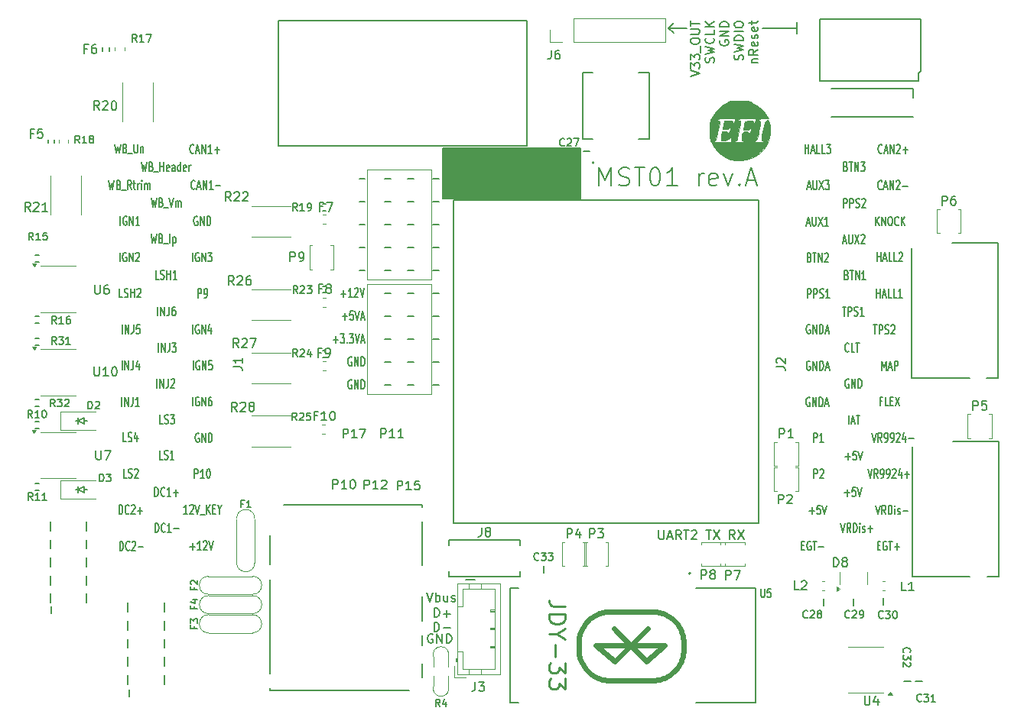
<source format=gto>
G04 #@! TF.GenerationSoftware,KiCad,Pcbnew,8.0.8-8.0.8-0~ubuntu24.04.1*
G04 #@! TF.CreationDate,2025-02-12T18:00:41+00:00*
G04 #@! TF.ProjectId,MST01,4d535430-312e-46b6-9963-61645f706362,D*
G04 #@! TF.SameCoordinates,PX440a368PY8a86a58*
G04 #@! TF.FileFunction,Legend,Top*
G04 #@! TF.FilePolarity,Positive*
%FSLAX46Y46*%
G04 Gerber Fmt 4.6, Leading zero omitted, Abs format (unit mm)*
G04 Created by KiCad (PCBNEW 8.0.8-8.0.8-0~ubuntu24.04.1) date 2025-02-12 18:00:41*
%MOMM*%
%LPD*%
G01*
G04 APERTURE LIST*
%ADD10C,0.150000*%
%ADD11C,0.200000*%
%ADD12C,0.170000*%
%ADD13C,0.250000*%
%ADD14C,0.127000*%
%ADD15C,0.120000*%
%ADD16C,0.203200*%
%ADD17C,0.631031*%
%ADD18C,0.002540*%
%ADD19C,0.099060*%
G04 APERTURE END LIST*
D10*
X43135000Y46310000D02*
X43750000Y46310000D01*
X45945000Y48855000D02*
X46560000Y48855000D01*
X43135000Y43770000D02*
X43750000Y43770000D01*
X43135000Y53930000D02*
X43750000Y53930000D01*
X45945000Y43770000D02*
X46560000Y43770000D01*
X43135000Y59010000D02*
X43750000Y59010000D01*
X43135000Y56470000D02*
X43750000Y56470000D01*
X72010000Y75700000D02*
X72575000Y75135000D01*
X43135000Y51390000D02*
X43750000Y51390000D01*
X40595000Y56470000D02*
X41210000Y56470000D01*
X45945000Y59010000D02*
X46560000Y59010000D01*
X40595000Y59010000D02*
X41210000Y59010000D01*
X40595000Y36155000D02*
X41210000Y36155000D01*
X40595000Y38690000D02*
X41210000Y38690000D01*
X86205000Y75700000D02*
X86205000Y76335000D01*
X43135000Y36155000D02*
X43750000Y36155000D01*
X40595000Y46310000D02*
X41210000Y46310000D01*
X47030000Y62404870D02*
X62246015Y62404870D01*
X62246015Y56790000D01*
X47030000Y56790000D01*
X47030000Y62404870D01*
G36*
X47030000Y62404870D02*
G01*
X62246015Y62404870D01*
X62246015Y56790000D01*
X47030000Y56790000D01*
X47030000Y62404870D01*
G37*
X38385000Y48860000D02*
X37770000Y48860000D01*
X40595000Y41230000D02*
X41210000Y41230000D01*
X40595000Y53930000D02*
X41210000Y53930000D01*
X43135000Y41230000D02*
X43750000Y41230000D01*
X72010000Y75700000D02*
X72575000Y76265000D01*
X38385000Y53940000D02*
X37770000Y53940000D01*
X40595000Y43770000D02*
X41210000Y43770000D01*
X45945000Y51390000D02*
X46560000Y51390000D01*
X72010000Y75700000D02*
X74025000Y75700000D01*
X38385000Y59020000D02*
X37770000Y59020000D01*
X45945000Y38690000D02*
X46560000Y38690000D01*
X86205000Y75700000D02*
X86205000Y75095000D01*
X38385000Y56480000D02*
X37770000Y56480000D01*
X45945000Y46310000D02*
X46560000Y46310000D01*
X45945000Y36155000D02*
X46560000Y36155000D01*
X43135000Y38690000D02*
X43750000Y38690000D01*
X45945000Y56470000D02*
X46560000Y56470000D01*
X45945000Y41230000D02*
X46560000Y41230000D01*
X40595000Y51390000D02*
X41210000Y51390000D01*
X38385000Y51400000D02*
X37770000Y51400000D01*
X45945000Y53930000D02*
X46560000Y53930000D01*
X40595000Y48855000D02*
X41210000Y48855000D01*
X82430000Y75700000D02*
X86205000Y75700000D01*
X43135000Y48855000D02*
X43750000Y48855000D01*
X19315350Y49805181D02*
X19315350Y50805181D01*
X20015350Y50757562D02*
X19948683Y50805181D01*
X19948683Y50805181D02*
X19848683Y50805181D01*
X19848683Y50805181D02*
X19748683Y50757562D01*
X19748683Y50757562D02*
X19682017Y50662324D01*
X19682017Y50662324D02*
X19648683Y50567086D01*
X19648683Y50567086D02*
X19615350Y50376610D01*
X19615350Y50376610D02*
X19615350Y50233753D01*
X19615350Y50233753D02*
X19648683Y50043277D01*
X19648683Y50043277D02*
X19682017Y49948039D01*
X19682017Y49948039D02*
X19748683Y49852800D01*
X19748683Y49852800D02*
X19848683Y49805181D01*
X19848683Y49805181D02*
X19915350Y49805181D01*
X19915350Y49805181D02*
X20015350Y49852800D01*
X20015350Y49852800D02*
X20048683Y49900420D01*
X20048683Y49900420D02*
X20048683Y50233753D01*
X20048683Y50233753D02*
X19915350Y50233753D01*
X20348683Y49805181D02*
X20348683Y50805181D01*
X20348683Y50805181D02*
X20748683Y49805181D01*
X20748683Y49805181D02*
X20748683Y50805181D01*
X21015350Y50805181D02*
X21448683Y50805181D01*
X21448683Y50805181D02*
X21215350Y50424229D01*
X21215350Y50424229D02*
X21315350Y50424229D01*
X21315350Y50424229D02*
X21382016Y50376610D01*
X21382016Y50376610D02*
X21415350Y50328991D01*
X21415350Y50328991D02*
X21448683Y50233753D01*
X21448683Y50233753D02*
X21448683Y49995658D01*
X21448683Y49995658D02*
X21415350Y49900420D01*
X21415350Y49900420D02*
X21382016Y49852800D01*
X21382016Y49852800D02*
X21315350Y49805181D01*
X21315350Y49805181D02*
X21115350Y49805181D01*
X21115350Y49805181D02*
X21048683Y49852800D01*
X21048683Y49852800D02*
X21015350Y49900420D01*
X35875350Y43711134D02*
X36408684Y43711134D01*
X36142017Y43330181D02*
X36142017Y44092086D01*
X37075351Y44330181D02*
X36742017Y44330181D01*
X36742017Y44330181D02*
X36708684Y43853991D01*
X36708684Y43853991D02*
X36742017Y43901610D01*
X36742017Y43901610D02*
X36808684Y43949229D01*
X36808684Y43949229D02*
X36975351Y43949229D01*
X36975351Y43949229D02*
X37042017Y43901610D01*
X37042017Y43901610D02*
X37075351Y43853991D01*
X37075351Y43853991D02*
X37108684Y43758753D01*
X37108684Y43758753D02*
X37108684Y43520658D01*
X37108684Y43520658D02*
X37075351Y43425420D01*
X37075351Y43425420D02*
X37042017Y43377800D01*
X37042017Y43377800D02*
X36975351Y43330181D01*
X36975351Y43330181D02*
X36808684Y43330181D01*
X36808684Y43330181D02*
X36742017Y43377800D01*
X36742017Y43377800D02*
X36708684Y43425420D01*
X37308684Y44330181D02*
X37542018Y43330181D01*
X37542018Y43330181D02*
X37775351Y44330181D01*
X37975351Y43615896D02*
X38308684Y43615896D01*
X37908684Y43330181D02*
X38142018Y44330181D01*
X38142018Y44330181D02*
X38375351Y43330181D01*
X15978684Y27865181D02*
X15645350Y27865181D01*
X15645350Y27865181D02*
X15645350Y28865181D01*
X16178684Y27912800D02*
X16278684Y27865181D01*
X16278684Y27865181D02*
X16445351Y27865181D01*
X16445351Y27865181D02*
X16512017Y27912800D01*
X16512017Y27912800D02*
X16545351Y27960420D01*
X16545351Y27960420D02*
X16578684Y28055658D01*
X16578684Y28055658D02*
X16578684Y28150896D01*
X16578684Y28150896D02*
X16545351Y28246134D01*
X16545351Y28246134D02*
X16512017Y28293753D01*
X16512017Y28293753D02*
X16445351Y28341372D01*
X16445351Y28341372D02*
X16312017Y28388991D01*
X16312017Y28388991D02*
X16245351Y28436610D01*
X16245351Y28436610D02*
X16212017Y28484229D01*
X16212017Y28484229D02*
X16178684Y28579467D01*
X16178684Y28579467D02*
X16178684Y28674705D01*
X16178684Y28674705D02*
X16212017Y28769943D01*
X16212017Y28769943D02*
X16245351Y28817562D01*
X16245351Y28817562D02*
X16312017Y28865181D01*
X16312017Y28865181D02*
X16478684Y28865181D01*
X16478684Y28865181D02*
X16578684Y28817562D01*
X17245351Y27865181D02*
X16845351Y27865181D01*
X17045351Y27865181D02*
X17045351Y28865181D01*
X17045351Y28865181D02*
X16978684Y28722324D01*
X16978684Y28722324D02*
X16912018Y28627086D01*
X16912018Y28627086D02*
X16845351Y28579467D01*
X36907017Y39177562D02*
X36840350Y39225181D01*
X36840350Y39225181D02*
X36740350Y39225181D01*
X36740350Y39225181D02*
X36640350Y39177562D01*
X36640350Y39177562D02*
X36573684Y39082324D01*
X36573684Y39082324D02*
X36540350Y38987086D01*
X36540350Y38987086D02*
X36507017Y38796610D01*
X36507017Y38796610D02*
X36507017Y38653753D01*
X36507017Y38653753D02*
X36540350Y38463277D01*
X36540350Y38463277D02*
X36573684Y38368039D01*
X36573684Y38368039D02*
X36640350Y38272800D01*
X36640350Y38272800D02*
X36740350Y38225181D01*
X36740350Y38225181D02*
X36807017Y38225181D01*
X36807017Y38225181D02*
X36907017Y38272800D01*
X36907017Y38272800D02*
X36940350Y38320420D01*
X36940350Y38320420D02*
X36940350Y38653753D01*
X36940350Y38653753D02*
X36807017Y38653753D01*
X37240350Y38225181D02*
X37240350Y39225181D01*
X37240350Y39225181D02*
X37640350Y38225181D01*
X37640350Y38225181D02*
X37640350Y39225181D01*
X37973683Y38225181D02*
X37973683Y39225181D01*
X37973683Y39225181D02*
X38140350Y39225181D01*
X38140350Y39225181D02*
X38240350Y39177562D01*
X38240350Y39177562D02*
X38307017Y39082324D01*
X38307017Y39082324D02*
X38340350Y38987086D01*
X38340350Y38987086D02*
X38373683Y38796610D01*
X38373683Y38796610D02*
X38373683Y38653753D01*
X38373683Y38653753D02*
X38340350Y38463277D01*
X38340350Y38463277D02*
X38307017Y38368039D01*
X38307017Y38368039D02*
X38240350Y38272800D01*
X38240350Y38272800D02*
X38140350Y38225181D01*
X38140350Y38225181D02*
X37973683Y38225181D01*
X19895350Y45795181D02*
X19895350Y46795181D01*
X19895350Y46795181D02*
X20162017Y46795181D01*
X20162017Y46795181D02*
X20228684Y46747562D01*
X20228684Y46747562D02*
X20262017Y46699943D01*
X20262017Y46699943D02*
X20295350Y46604705D01*
X20295350Y46604705D02*
X20295350Y46461848D01*
X20295350Y46461848D02*
X20262017Y46366610D01*
X20262017Y46366610D02*
X20228684Y46318991D01*
X20228684Y46318991D02*
X20162017Y46271372D01*
X20162017Y46271372D02*
X19895350Y46271372D01*
X20628684Y45795181D02*
X20762017Y45795181D01*
X20762017Y45795181D02*
X20828684Y45842800D01*
X20828684Y45842800D02*
X20862017Y45890420D01*
X20862017Y45890420D02*
X20928684Y46033277D01*
X20928684Y46033277D02*
X20962017Y46223753D01*
X20962017Y46223753D02*
X20962017Y46604705D01*
X20962017Y46604705D02*
X20928684Y46699943D01*
X20928684Y46699943D02*
X20895350Y46747562D01*
X20895350Y46747562D02*
X20828684Y46795181D01*
X20828684Y46795181D02*
X20695350Y46795181D01*
X20695350Y46795181D02*
X20628684Y46747562D01*
X20628684Y46747562D02*
X20595350Y46699943D01*
X20595350Y46699943D02*
X20562017Y46604705D01*
X20562017Y46604705D02*
X20562017Y46366610D01*
X20562017Y46366610D02*
X20595350Y46271372D01*
X20595350Y46271372D02*
X20628684Y46223753D01*
X20628684Y46223753D02*
X20695350Y46176134D01*
X20695350Y46176134D02*
X20828684Y46176134D01*
X20828684Y46176134D02*
X20895350Y46223753D01*
X20895350Y46223753D02*
X20928684Y46271372D01*
X20928684Y46271372D02*
X20962017Y46366610D01*
D11*
X45888482Y8460162D02*
X45793244Y8507781D01*
X45793244Y8507781D02*
X45650387Y8507781D01*
X45650387Y8507781D02*
X45507530Y8460162D01*
X45507530Y8460162D02*
X45412292Y8364924D01*
X45412292Y8364924D02*
X45364673Y8269686D01*
X45364673Y8269686D02*
X45317054Y8079210D01*
X45317054Y8079210D02*
X45317054Y7936353D01*
X45317054Y7936353D02*
X45364673Y7745877D01*
X45364673Y7745877D02*
X45412292Y7650639D01*
X45412292Y7650639D02*
X45507530Y7555400D01*
X45507530Y7555400D02*
X45650387Y7507781D01*
X45650387Y7507781D02*
X45745625Y7507781D01*
X45745625Y7507781D02*
X45888482Y7555400D01*
X45888482Y7555400D02*
X45936101Y7603020D01*
X45936101Y7603020D02*
X45936101Y7936353D01*
X45936101Y7936353D02*
X45745625Y7936353D01*
X46364673Y7507781D02*
X46364673Y8507781D01*
X46364673Y8507781D02*
X46936101Y7507781D01*
X46936101Y7507781D02*
X46936101Y8507781D01*
X47412292Y7507781D02*
X47412292Y8507781D01*
X47412292Y8507781D02*
X47650387Y8507781D01*
X47650387Y8507781D02*
X47793244Y8460162D01*
X47793244Y8460162D02*
X47888482Y8364924D01*
X47888482Y8364924D02*
X47936101Y8269686D01*
X47936101Y8269686D02*
X47983720Y8079210D01*
X47983720Y8079210D02*
X47983720Y7936353D01*
X47983720Y7936353D02*
X47936101Y7745877D01*
X47936101Y7745877D02*
X47888482Y7650639D01*
X47888482Y7650639D02*
X47793244Y7555400D01*
X47793244Y7555400D02*
X47650387Y7507781D01*
X47650387Y7507781D02*
X47412292Y7507781D01*
D10*
X91965350Y39875420D02*
X91932017Y39827800D01*
X91932017Y39827800D02*
X91832017Y39780181D01*
X91832017Y39780181D02*
X91765350Y39780181D01*
X91765350Y39780181D02*
X91665350Y39827800D01*
X91665350Y39827800D02*
X91598684Y39923039D01*
X91598684Y39923039D02*
X91565350Y40018277D01*
X91565350Y40018277D02*
X91532017Y40208753D01*
X91532017Y40208753D02*
X91532017Y40351610D01*
X91532017Y40351610D02*
X91565350Y40542086D01*
X91565350Y40542086D02*
X91598684Y40637324D01*
X91598684Y40637324D02*
X91665350Y40732562D01*
X91665350Y40732562D02*
X91765350Y40780181D01*
X91765350Y40780181D02*
X91832017Y40780181D01*
X91832017Y40780181D02*
X91932017Y40732562D01*
X91932017Y40732562D02*
X91965350Y40684943D01*
X92598684Y39780181D02*
X92265350Y39780181D01*
X92265350Y39780181D02*
X92265350Y40780181D01*
X92732017Y40780181D02*
X93132017Y40780181D01*
X92932017Y39780181D02*
X92932017Y40780181D01*
X19015350Y18196134D02*
X19548684Y18196134D01*
X19282017Y17815181D02*
X19282017Y18577086D01*
X20248684Y17815181D02*
X19848684Y17815181D01*
X20048684Y17815181D02*
X20048684Y18815181D01*
X20048684Y18815181D02*
X19982017Y18672324D01*
X19982017Y18672324D02*
X19915351Y18577086D01*
X19915351Y18577086D02*
X19848684Y18529467D01*
X20515351Y18719943D02*
X20548684Y18767562D01*
X20548684Y18767562D02*
X20615351Y18815181D01*
X20615351Y18815181D02*
X20782018Y18815181D01*
X20782018Y18815181D02*
X20848684Y18767562D01*
X20848684Y18767562D02*
X20882018Y18719943D01*
X20882018Y18719943D02*
X20915351Y18624705D01*
X20915351Y18624705D02*
X20915351Y18529467D01*
X20915351Y18529467D02*
X20882018Y18386610D01*
X20882018Y18386610D02*
X20482018Y17815181D01*
X20482018Y17815181D02*
X20915351Y17815181D01*
X21115351Y18815181D02*
X21348685Y17815181D01*
X21348685Y17815181D02*
X21582018Y18815181D01*
X74455043Y70310602D02*
X75455043Y70643935D01*
X75455043Y70643935D02*
X74455043Y70977268D01*
X74455043Y71215364D02*
X74455043Y71834411D01*
X74455043Y71834411D02*
X74835995Y71501078D01*
X74835995Y71501078D02*
X74835995Y71643935D01*
X74835995Y71643935D02*
X74883614Y71739173D01*
X74883614Y71739173D02*
X74931233Y71786792D01*
X74931233Y71786792D02*
X75026471Y71834411D01*
X75026471Y71834411D02*
X75264566Y71834411D01*
X75264566Y71834411D02*
X75359804Y71786792D01*
X75359804Y71786792D02*
X75407424Y71739173D01*
X75407424Y71739173D02*
X75455043Y71643935D01*
X75455043Y71643935D02*
X75455043Y71358221D01*
X75455043Y71358221D02*
X75407424Y71262983D01*
X75407424Y71262983D02*
X75359804Y71215364D01*
X74455043Y72167745D02*
X74455043Y72786792D01*
X74455043Y72786792D02*
X74835995Y72453459D01*
X74835995Y72453459D02*
X74835995Y72596316D01*
X74835995Y72596316D02*
X74883614Y72691554D01*
X74883614Y72691554D02*
X74931233Y72739173D01*
X74931233Y72739173D02*
X75026471Y72786792D01*
X75026471Y72786792D02*
X75264566Y72786792D01*
X75264566Y72786792D02*
X75359804Y72739173D01*
X75359804Y72739173D02*
X75407424Y72691554D01*
X75407424Y72691554D02*
X75455043Y72596316D01*
X75455043Y72596316D02*
X75455043Y72310602D01*
X75455043Y72310602D02*
X75407424Y72215364D01*
X75407424Y72215364D02*
X75359804Y72167745D01*
X75550281Y72977268D02*
X75550281Y73739173D01*
X74455043Y74167745D02*
X74455043Y74358221D01*
X74455043Y74358221D02*
X74502662Y74453459D01*
X74502662Y74453459D02*
X74597900Y74548697D01*
X74597900Y74548697D02*
X74788376Y74596316D01*
X74788376Y74596316D02*
X75121709Y74596316D01*
X75121709Y74596316D02*
X75312185Y74548697D01*
X75312185Y74548697D02*
X75407424Y74453459D01*
X75407424Y74453459D02*
X75455043Y74358221D01*
X75455043Y74358221D02*
X75455043Y74167745D01*
X75455043Y74167745D02*
X75407424Y74072507D01*
X75407424Y74072507D02*
X75312185Y73977269D01*
X75312185Y73977269D02*
X75121709Y73929650D01*
X75121709Y73929650D02*
X74788376Y73929650D01*
X74788376Y73929650D02*
X74597900Y73977269D01*
X74597900Y73977269D02*
X74502662Y74072507D01*
X74502662Y74072507D02*
X74455043Y74167745D01*
X74455043Y75024888D02*
X75264566Y75024888D01*
X75264566Y75024888D02*
X75359804Y75072507D01*
X75359804Y75072507D02*
X75407424Y75120126D01*
X75407424Y75120126D02*
X75455043Y75215364D01*
X75455043Y75215364D02*
X75455043Y75405840D01*
X75455043Y75405840D02*
X75407424Y75501078D01*
X75407424Y75501078D02*
X75359804Y75548697D01*
X75359804Y75548697D02*
X75264566Y75596316D01*
X75264566Y75596316D02*
X74455043Y75596316D01*
X74455043Y75929650D02*
X74455043Y76501078D01*
X75455043Y76215364D02*
X74455043Y76215364D01*
X77017368Y71882031D02*
X77064987Y72024888D01*
X77064987Y72024888D02*
X77064987Y72262983D01*
X77064987Y72262983D02*
X77017368Y72358221D01*
X77017368Y72358221D02*
X76969748Y72405840D01*
X76969748Y72405840D02*
X76874510Y72453459D01*
X76874510Y72453459D02*
X76779272Y72453459D01*
X76779272Y72453459D02*
X76684034Y72405840D01*
X76684034Y72405840D02*
X76636415Y72358221D01*
X76636415Y72358221D02*
X76588796Y72262983D01*
X76588796Y72262983D02*
X76541177Y72072507D01*
X76541177Y72072507D02*
X76493558Y71977269D01*
X76493558Y71977269D02*
X76445939Y71929650D01*
X76445939Y71929650D02*
X76350701Y71882031D01*
X76350701Y71882031D02*
X76255463Y71882031D01*
X76255463Y71882031D02*
X76160225Y71929650D01*
X76160225Y71929650D02*
X76112606Y71977269D01*
X76112606Y71977269D02*
X76064987Y72072507D01*
X76064987Y72072507D02*
X76064987Y72310602D01*
X76064987Y72310602D02*
X76112606Y72453459D01*
X76064987Y72786793D02*
X77064987Y73024888D01*
X77064987Y73024888D02*
X76350701Y73215364D01*
X76350701Y73215364D02*
X77064987Y73405840D01*
X77064987Y73405840D02*
X76064987Y73643935D01*
X76969748Y74596316D02*
X77017368Y74548697D01*
X77017368Y74548697D02*
X77064987Y74405840D01*
X77064987Y74405840D02*
X77064987Y74310602D01*
X77064987Y74310602D02*
X77017368Y74167745D01*
X77017368Y74167745D02*
X76922129Y74072507D01*
X76922129Y74072507D02*
X76826891Y74024888D01*
X76826891Y74024888D02*
X76636415Y73977269D01*
X76636415Y73977269D02*
X76493558Y73977269D01*
X76493558Y73977269D02*
X76303082Y74024888D01*
X76303082Y74024888D02*
X76207844Y74072507D01*
X76207844Y74072507D02*
X76112606Y74167745D01*
X76112606Y74167745D02*
X76064987Y74310602D01*
X76064987Y74310602D02*
X76064987Y74405840D01*
X76064987Y74405840D02*
X76112606Y74548697D01*
X76112606Y74548697D02*
X76160225Y74596316D01*
X77064987Y75501078D02*
X77064987Y75024888D01*
X77064987Y75024888D02*
X76064987Y75024888D01*
X77064987Y75834412D02*
X76064987Y75834412D01*
X77064987Y76405840D02*
X76493558Y75977269D01*
X76064987Y76405840D02*
X76636415Y75834412D01*
X77722550Y74310602D02*
X77674931Y74215364D01*
X77674931Y74215364D02*
X77674931Y74072507D01*
X77674931Y74072507D02*
X77722550Y73929650D01*
X77722550Y73929650D02*
X77817788Y73834412D01*
X77817788Y73834412D02*
X77913026Y73786793D01*
X77913026Y73786793D02*
X78103502Y73739174D01*
X78103502Y73739174D02*
X78246359Y73739174D01*
X78246359Y73739174D02*
X78436835Y73786793D01*
X78436835Y73786793D02*
X78532073Y73834412D01*
X78532073Y73834412D02*
X78627312Y73929650D01*
X78627312Y73929650D02*
X78674931Y74072507D01*
X78674931Y74072507D02*
X78674931Y74167745D01*
X78674931Y74167745D02*
X78627312Y74310602D01*
X78627312Y74310602D02*
X78579692Y74358221D01*
X78579692Y74358221D02*
X78246359Y74358221D01*
X78246359Y74358221D02*
X78246359Y74167745D01*
X78674931Y74786793D02*
X77674931Y74786793D01*
X77674931Y74786793D02*
X78674931Y75358221D01*
X78674931Y75358221D02*
X77674931Y75358221D01*
X78674931Y75834412D02*
X77674931Y75834412D01*
X77674931Y75834412D02*
X77674931Y76072507D01*
X77674931Y76072507D02*
X77722550Y76215364D01*
X77722550Y76215364D02*
X77817788Y76310602D01*
X77817788Y76310602D02*
X77913026Y76358221D01*
X77913026Y76358221D02*
X78103502Y76405840D01*
X78103502Y76405840D02*
X78246359Y76405840D01*
X78246359Y76405840D02*
X78436835Y76358221D01*
X78436835Y76358221D02*
X78532073Y76310602D01*
X78532073Y76310602D02*
X78627312Y76215364D01*
X78627312Y76215364D02*
X78674931Y76072507D01*
X78674931Y76072507D02*
X78674931Y75834412D01*
X80237256Y72167746D02*
X80284875Y72310603D01*
X80284875Y72310603D02*
X80284875Y72548698D01*
X80284875Y72548698D02*
X80237256Y72643936D01*
X80237256Y72643936D02*
X80189636Y72691555D01*
X80189636Y72691555D02*
X80094398Y72739174D01*
X80094398Y72739174D02*
X79999160Y72739174D01*
X79999160Y72739174D02*
X79903922Y72691555D01*
X79903922Y72691555D02*
X79856303Y72643936D01*
X79856303Y72643936D02*
X79808684Y72548698D01*
X79808684Y72548698D02*
X79761065Y72358222D01*
X79761065Y72358222D02*
X79713446Y72262984D01*
X79713446Y72262984D02*
X79665827Y72215365D01*
X79665827Y72215365D02*
X79570589Y72167746D01*
X79570589Y72167746D02*
X79475351Y72167746D01*
X79475351Y72167746D02*
X79380113Y72215365D01*
X79380113Y72215365D02*
X79332494Y72262984D01*
X79332494Y72262984D02*
X79284875Y72358222D01*
X79284875Y72358222D02*
X79284875Y72596317D01*
X79284875Y72596317D02*
X79332494Y72739174D01*
X79284875Y73072508D02*
X80284875Y73310603D01*
X80284875Y73310603D02*
X79570589Y73501079D01*
X79570589Y73501079D02*
X80284875Y73691555D01*
X80284875Y73691555D02*
X79284875Y73929650D01*
X80284875Y74310603D02*
X79284875Y74310603D01*
X79284875Y74310603D02*
X79284875Y74548698D01*
X79284875Y74548698D02*
X79332494Y74691555D01*
X79332494Y74691555D02*
X79427732Y74786793D01*
X79427732Y74786793D02*
X79522970Y74834412D01*
X79522970Y74834412D02*
X79713446Y74882031D01*
X79713446Y74882031D02*
X79856303Y74882031D01*
X79856303Y74882031D02*
X80046779Y74834412D01*
X80046779Y74834412D02*
X80142017Y74786793D01*
X80142017Y74786793D02*
X80237256Y74691555D01*
X80237256Y74691555D02*
X80284875Y74548698D01*
X80284875Y74548698D02*
X80284875Y74310603D01*
X80284875Y75310603D02*
X79284875Y75310603D01*
X79284875Y75977269D02*
X79284875Y76167745D01*
X79284875Y76167745D02*
X79332494Y76262983D01*
X79332494Y76262983D02*
X79427732Y76358221D01*
X79427732Y76358221D02*
X79618208Y76405840D01*
X79618208Y76405840D02*
X79951541Y76405840D01*
X79951541Y76405840D02*
X80142017Y76358221D01*
X80142017Y76358221D02*
X80237256Y76262983D01*
X80237256Y76262983D02*
X80284875Y76167745D01*
X80284875Y76167745D02*
X80284875Y75977269D01*
X80284875Y75977269D02*
X80237256Y75882031D01*
X80237256Y75882031D02*
X80142017Y75786793D01*
X80142017Y75786793D02*
X79951541Y75739174D01*
X79951541Y75739174D02*
X79618208Y75739174D01*
X79618208Y75739174D02*
X79427732Y75786793D01*
X79427732Y75786793D02*
X79332494Y75882031D01*
X79332494Y75882031D02*
X79284875Y75977269D01*
X81228152Y71834411D02*
X81894819Y71834411D01*
X81323390Y71834411D02*
X81275771Y71882030D01*
X81275771Y71882030D02*
X81228152Y71977268D01*
X81228152Y71977268D02*
X81228152Y72120125D01*
X81228152Y72120125D02*
X81275771Y72215363D01*
X81275771Y72215363D02*
X81371009Y72262982D01*
X81371009Y72262982D02*
X81894819Y72262982D01*
X81894819Y73310601D02*
X81418628Y72977268D01*
X81894819Y72739173D02*
X80894819Y72739173D01*
X80894819Y72739173D02*
X80894819Y73120125D01*
X80894819Y73120125D02*
X80942438Y73215363D01*
X80942438Y73215363D02*
X80990057Y73262982D01*
X80990057Y73262982D02*
X81085295Y73310601D01*
X81085295Y73310601D02*
X81228152Y73310601D01*
X81228152Y73310601D02*
X81323390Y73262982D01*
X81323390Y73262982D02*
X81371009Y73215363D01*
X81371009Y73215363D02*
X81418628Y73120125D01*
X81418628Y73120125D02*
X81418628Y72739173D01*
X81847200Y74120125D02*
X81894819Y74024887D01*
X81894819Y74024887D02*
X81894819Y73834411D01*
X81894819Y73834411D02*
X81847200Y73739173D01*
X81847200Y73739173D02*
X81751961Y73691554D01*
X81751961Y73691554D02*
X81371009Y73691554D01*
X81371009Y73691554D02*
X81275771Y73739173D01*
X81275771Y73739173D02*
X81228152Y73834411D01*
X81228152Y73834411D02*
X81228152Y74024887D01*
X81228152Y74024887D02*
X81275771Y74120125D01*
X81275771Y74120125D02*
X81371009Y74167744D01*
X81371009Y74167744D02*
X81466247Y74167744D01*
X81466247Y74167744D02*
X81561485Y73691554D01*
X81847200Y74548697D02*
X81894819Y74643935D01*
X81894819Y74643935D02*
X81894819Y74834411D01*
X81894819Y74834411D02*
X81847200Y74929649D01*
X81847200Y74929649D02*
X81751961Y74977268D01*
X81751961Y74977268D02*
X81704342Y74977268D01*
X81704342Y74977268D02*
X81609104Y74929649D01*
X81609104Y74929649D02*
X81561485Y74834411D01*
X81561485Y74834411D02*
X81561485Y74691554D01*
X81561485Y74691554D02*
X81513866Y74596316D01*
X81513866Y74596316D02*
X81418628Y74548697D01*
X81418628Y74548697D02*
X81371009Y74548697D01*
X81371009Y74548697D02*
X81275771Y74596316D01*
X81275771Y74596316D02*
X81228152Y74691554D01*
X81228152Y74691554D02*
X81228152Y74834411D01*
X81228152Y74834411D02*
X81275771Y74929649D01*
X81847200Y75786792D02*
X81894819Y75691554D01*
X81894819Y75691554D02*
X81894819Y75501078D01*
X81894819Y75501078D02*
X81847200Y75405840D01*
X81847200Y75405840D02*
X81751961Y75358221D01*
X81751961Y75358221D02*
X81371009Y75358221D01*
X81371009Y75358221D02*
X81275771Y75405840D01*
X81275771Y75405840D02*
X81228152Y75501078D01*
X81228152Y75501078D02*
X81228152Y75691554D01*
X81228152Y75691554D02*
X81275771Y75786792D01*
X81275771Y75786792D02*
X81371009Y75834411D01*
X81371009Y75834411D02*
X81466247Y75834411D01*
X81466247Y75834411D02*
X81561485Y75358221D01*
X81228152Y76120126D02*
X81228152Y76501078D01*
X80894819Y76262983D02*
X81751961Y76262983D01*
X81751961Y76262983D02*
X81847200Y76310602D01*
X81847200Y76310602D02*
X81894819Y76405840D01*
X81894819Y76405840D02*
X81894819Y76501078D01*
X20012017Y30747562D02*
X19945350Y30795181D01*
X19945350Y30795181D02*
X19845350Y30795181D01*
X19845350Y30795181D02*
X19745350Y30747562D01*
X19745350Y30747562D02*
X19678684Y30652324D01*
X19678684Y30652324D02*
X19645350Y30557086D01*
X19645350Y30557086D02*
X19612017Y30366610D01*
X19612017Y30366610D02*
X19612017Y30223753D01*
X19612017Y30223753D02*
X19645350Y30033277D01*
X19645350Y30033277D02*
X19678684Y29938039D01*
X19678684Y29938039D02*
X19745350Y29842800D01*
X19745350Y29842800D02*
X19845350Y29795181D01*
X19845350Y29795181D02*
X19912017Y29795181D01*
X19912017Y29795181D02*
X20012017Y29842800D01*
X20012017Y29842800D02*
X20045350Y29890420D01*
X20045350Y29890420D02*
X20045350Y30223753D01*
X20045350Y30223753D02*
X19912017Y30223753D01*
X20345350Y29795181D02*
X20345350Y30795181D01*
X20345350Y30795181D02*
X20745350Y29795181D01*
X20745350Y29795181D02*
X20745350Y30795181D01*
X21078683Y29795181D02*
X21078683Y30795181D01*
X21078683Y30795181D02*
X21245350Y30795181D01*
X21245350Y30795181D02*
X21345350Y30747562D01*
X21345350Y30747562D02*
X21412017Y30652324D01*
X21412017Y30652324D02*
X21445350Y30557086D01*
X21445350Y30557086D02*
X21478683Y30366610D01*
X21478683Y30366610D02*
X21478683Y30223753D01*
X21478683Y30223753D02*
X21445350Y30033277D01*
X21445350Y30033277D02*
X21412017Y29938039D01*
X21412017Y29938039D02*
X21345350Y29842800D01*
X21345350Y29842800D02*
X21245350Y29795181D01*
X21245350Y29795181D02*
X21078683Y29795181D01*
X91322017Y52080896D02*
X91655350Y52080896D01*
X91255350Y51795181D02*
X91488684Y52795181D01*
X91488684Y52795181D02*
X91722017Y51795181D01*
X91955350Y52795181D02*
X91955350Y51985658D01*
X91955350Y51985658D02*
X91988684Y51890420D01*
X91988684Y51890420D02*
X92022017Y51842800D01*
X92022017Y51842800D02*
X92088684Y51795181D01*
X92088684Y51795181D02*
X92222017Y51795181D01*
X92222017Y51795181D02*
X92288684Y51842800D01*
X92288684Y51842800D02*
X92322017Y51890420D01*
X92322017Y51890420D02*
X92355350Y51985658D01*
X92355350Y51985658D02*
X92355350Y52795181D01*
X92622017Y52795181D02*
X93088683Y51795181D01*
X93088683Y52795181D02*
X92622017Y51795181D01*
X93322017Y52699943D02*
X93355350Y52747562D01*
X93355350Y52747562D02*
X93422017Y52795181D01*
X93422017Y52795181D02*
X93588684Y52795181D01*
X93588684Y52795181D02*
X93655350Y52747562D01*
X93655350Y52747562D02*
X93688684Y52699943D01*
X93688684Y52699943D02*
X93722017Y52604705D01*
X93722017Y52604705D02*
X93722017Y52509467D01*
X93722017Y52509467D02*
X93688684Y52366610D01*
X93688684Y52366610D02*
X93288684Y51795181D01*
X93288684Y51795181D02*
X93722017Y51795181D01*
X91065350Y20790181D02*
X91298684Y19790181D01*
X91298684Y19790181D02*
X91532017Y20790181D01*
X92165350Y19790181D02*
X91932017Y20266372D01*
X91765350Y19790181D02*
X91765350Y20790181D01*
X91765350Y20790181D02*
X92032017Y20790181D01*
X92032017Y20790181D02*
X92098684Y20742562D01*
X92098684Y20742562D02*
X92132017Y20694943D01*
X92132017Y20694943D02*
X92165350Y20599705D01*
X92165350Y20599705D02*
X92165350Y20456848D01*
X92165350Y20456848D02*
X92132017Y20361610D01*
X92132017Y20361610D02*
X92098684Y20313991D01*
X92098684Y20313991D02*
X92032017Y20266372D01*
X92032017Y20266372D02*
X91765350Y20266372D01*
X92465350Y19790181D02*
X92465350Y20790181D01*
X92465350Y20790181D02*
X92632017Y20790181D01*
X92632017Y20790181D02*
X92732017Y20742562D01*
X92732017Y20742562D02*
X92798684Y20647324D01*
X92798684Y20647324D02*
X92832017Y20552086D01*
X92832017Y20552086D02*
X92865350Y20361610D01*
X92865350Y20361610D02*
X92865350Y20218753D01*
X92865350Y20218753D02*
X92832017Y20028277D01*
X92832017Y20028277D02*
X92798684Y19933039D01*
X92798684Y19933039D02*
X92732017Y19837800D01*
X92732017Y19837800D02*
X92632017Y19790181D01*
X92632017Y19790181D02*
X92465350Y19790181D01*
X93165350Y19790181D02*
X93165350Y20456848D01*
X93165350Y20790181D02*
X93132017Y20742562D01*
X93132017Y20742562D02*
X93165350Y20694943D01*
X93165350Y20694943D02*
X93198684Y20742562D01*
X93198684Y20742562D02*
X93165350Y20790181D01*
X93165350Y20790181D02*
X93165350Y20694943D01*
X93465350Y19837800D02*
X93532017Y19790181D01*
X93532017Y19790181D02*
X93665350Y19790181D01*
X93665350Y19790181D02*
X93732017Y19837800D01*
X93732017Y19837800D02*
X93765350Y19933039D01*
X93765350Y19933039D02*
X93765350Y19980658D01*
X93765350Y19980658D02*
X93732017Y20075896D01*
X93732017Y20075896D02*
X93665350Y20123515D01*
X93665350Y20123515D02*
X93565350Y20123515D01*
X93565350Y20123515D02*
X93498683Y20171134D01*
X93498683Y20171134D02*
X93465350Y20266372D01*
X93465350Y20266372D02*
X93465350Y20313991D01*
X93465350Y20313991D02*
X93498683Y20409229D01*
X93498683Y20409229D02*
X93565350Y20456848D01*
X93565350Y20456848D02*
X93665350Y20456848D01*
X93665350Y20456848D02*
X93732017Y20409229D01*
X94065350Y20171134D02*
X94598684Y20171134D01*
X94332017Y19790181D02*
X94332017Y20552086D01*
X87600350Y22161134D02*
X88133684Y22161134D01*
X87867017Y21780181D02*
X87867017Y22542086D01*
X88800351Y22780181D02*
X88467017Y22780181D01*
X88467017Y22780181D02*
X88433684Y22303991D01*
X88433684Y22303991D02*
X88467017Y22351610D01*
X88467017Y22351610D02*
X88533684Y22399229D01*
X88533684Y22399229D02*
X88700351Y22399229D01*
X88700351Y22399229D02*
X88767017Y22351610D01*
X88767017Y22351610D02*
X88800351Y22303991D01*
X88800351Y22303991D02*
X88833684Y22208753D01*
X88833684Y22208753D02*
X88833684Y21970658D01*
X88833684Y21970658D02*
X88800351Y21875420D01*
X88800351Y21875420D02*
X88767017Y21827800D01*
X88767017Y21827800D02*
X88700351Y21780181D01*
X88700351Y21780181D02*
X88533684Y21780181D01*
X88533684Y21780181D02*
X88467017Y21827800D01*
X88467017Y21827800D02*
X88433684Y21875420D01*
X89033684Y22780181D02*
X89267018Y21780181D01*
X89267018Y21780181D02*
X89500351Y22780181D01*
X15563684Y47850181D02*
X15230350Y47850181D01*
X15230350Y47850181D02*
X15230350Y48850181D01*
X15763684Y47897800D02*
X15863684Y47850181D01*
X15863684Y47850181D02*
X16030351Y47850181D01*
X16030351Y47850181D02*
X16097017Y47897800D01*
X16097017Y47897800D02*
X16130351Y47945420D01*
X16130351Y47945420D02*
X16163684Y48040658D01*
X16163684Y48040658D02*
X16163684Y48135896D01*
X16163684Y48135896D02*
X16130351Y48231134D01*
X16130351Y48231134D02*
X16097017Y48278753D01*
X16097017Y48278753D02*
X16030351Y48326372D01*
X16030351Y48326372D02*
X15897017Y48373991D01*
X15897017Y48373991D02*
X15830351Y48421610D01*
X15830351Y48421610D02*
X15797017Y48469229D01*
X15797017Y48469229D02*
X15763684Y48564467D01*
X15763684Y48564467D02*
X15763684Y48659705D01*
X15763684Y48659705D02*
X15797017Y48754943D01*
X15797017Y48754943D02*
X15830351Y48802562D01*
X15830351Y48802562D02*
X15897017Y48850181D01*
X15897017Y48850181D02*
X16063684Y48850181D01*
X16063684Y48850181D02*
X16163684Y48802562D01*
X16463684Y47850181D02*
X16463684Y48850181D01*
X16463684Y48373991D02*
X16863684Y48373991D01*
X16863684Y47850181D02*
X16863684Y48850181D01*
X17563684Y47850181D02*
X17163684Y47850181D01*
X17363684Y47850181D02*
X17363684Y48850181D01*
X17363684Y48850181D02*
X17297017Y48707324D01*
X17297017Y48707324D02*
X17230351Y48612086D01*
X17230351Y48612086D02*
X17163684Y48564467D01*
X95628684Y34328991D02*
X95395350Y34328991D01*
X95395350Y33805181D02*
X95395350Y34805181D01*
X95395350Y34805181D02*
X95728684Y34805181D01*
X96328684Y33805181D02*
X95995350Y33805181D01*
X95995350Y33805181D02*
X95995350Y34805181D01*
X96562017Y34328991D02*
X96795351Y34328991D01*
X96895351Y33805181D02*
X96562017Y33805181D01*
X96562017Y33805181D02*
X96562017Y34805181D01*
X96562017Y34805181D02*
X96895351Y34805181D01*
X97128684Y34805181D02*
X97595350Y33805181D01*
X97595350Y34805181D02*
X97128684Y33805181D01*
X13613684Y60820181D02*
X13780350Y59820181D01*
X13780350Y59820181D02*
X13913684Y60534467D01*
X13913684Y60534467D02*
X14047017Y59820181D01*
X14047017Y59820181D02*
X14213684Y60820181D01*
X14713684Y60343991D02*
X14813684Y60296372D01*
X14813684Y60296372D02*
X14847017Y60248753D01*
X14847017Y60248753D02*
X14880350Y60153515D01*
X14880350Y60153515D02*
X14880350Y60010658D01*
X14880350Y60010658D02*
X14847017Y59915420D01*
X14847017Y59915420D02*
X14813684Y59867800D01*
X14813684Y59867800D02*
X14747017Y59820181D01*
X14747017Y59820181D02*
X14480350Y59820181D01*
X14480350Y59820181D02*
X14480350Y60820181D01*
X14480350Y60820181D02*
X14713684Y60820181D01*
X14713684Y60820181D02*
X14780350Y60772562D01*
X14780350Y60772562D02*
X14813684Y60724943D01*
X14813684Y60724943D02*
X14847017Y60629705D01*
X14847017Y60629705D02*
X14847017Y60534467D01*
X14847017Y60534467D02*
X14813684Y60439229D01*
X14813684Y60439229D02*
X14780350Y60391610D01*
X14780350Y60391610D02*
X14713684Y60343991D01*
X14713684Y60343991D02*
X14480350Y60343991D01*
X15013684Y59724943D02*
X15547017Y59724943D01*
X15713683Y59820181D02*
X15713683Y60820181D01*
X15713683Y60343991D02*
X16113683Y60343991D01*
X16113683Y59820181D02*
X16113683Y60820181D01*
X16713683Y59867800D02*
X16647016Y59820181D01*
X16647016Y59820181D02*
X16513683Y59820181D01*
X16513683Y59820181D02*
X16447016Y59867800D01*
X16447016Y59867800D02*
X16413683Y59963039D01*
X16413683Y59963039D02*
X16413683Y60343991D01*
X16413683Y60343991D02*
X16447016Y60439229D01*
X16447016Y60439229D02*
X16513683Y60486848D01*
X16513683Y60486848D02*
X16647016Y60486848D01*
X16647016Y60486848D02*
X16713683Y60439229D01*
X16713683Y60439229D02*
X16747016Y60343991D01*
X16747016Y60343991D02*
X16747016Y60248753D01*
X16747016Y60248753D02*
X16413683Y60153515D01*
X17347016Y59820181D02*
X17347016Y60343991D01*
X17347016Y60343991D02*
X17313683Y60439229D01*
X17313683Y60439229D02*
X17247016Y60486848D01*
X17247016Y60486848D02*
X17113683Y60486848D01*
X17113683Y60486848D02*
X17047016Y60439229D01*
X17347016Y59867800D02*
X17280350Y59820181D01*
X17280350Y59820181D02*
X17113683Y59820181D01*
X17113683Y59820181D02*
X17047016Y59867800D01*
X17047016Y59867800D02*
X17013683Y59963039D01*
X17013683Y59963039D02*
X17013683Y60058277D01*
X17013683Y60058277D02*
X17047016Y60153515D01*
X17047016Y60153515D02*
X17113683Y60201134D01*
X17113683Y60201134D02*
X17280350Y60201134D01*
X17280350Y60201134D02*
X17347016Y60248753D01*
X17980349Y59820181D02*
X17980349Y60820181D01*
X17980349Y59867800D02*
X17913683Y59820181D01*
X17913683Y59820181D02*
X17780349Y59820181D01*
X17780349Y59820181D02*
X17713683Y59867800D01*
X17713683Y59867800D02*
X17680349Y59915420D01*
X17680349Y59915420D02*
X17647016Y60010658D01*
X17647016Y60010658D02*
X17647016Y60296372D01*
X17647016Y60296372D02*
X17680349Y60391610D01*
X17680349Y60391610D02*
X17713683Y60439229D01*
X17713683Y60439229D02*
X17780349Y60486848D01*
X17780349Y60486848D02*
X17913683Y60486848D01*
X17913683Y60486848D02*
X17980349Y60439229D01*
X18580349Y59867800D02*
X18513682Y59820181D01*
X18513682Y59820181D02*
X18380349Y59820181D01*
X18380349Y59820181D02*
X18313682Y59867800D01*
X18313682Y59867800D02*
X18280349Y59963039D01*
X18280349Y59963039D02*
X18280349Y60343991D01*
X18280349Y60343991D02*
X18313682Y60439229D01*
X18313682Y60439229D02*
X18380349Y60486848D01*
X18380349Y60486848D02*
X18513682Y60486848D01*
X18513682Y60486848D02*
X18580349Y60439229D01*
X18580349Y60439229D02*
X18613682Y60343991D01*
X18613682Y60343991D02*
X18613682Y60248753D01*
X18613682Y60248753D02*
X18280349Y60153515D01*
X18913682Y59820181D02*
X18913682Y60486848D01*
X18913682Y60296372D02*
X18947016Y60391610D01*
X18947016Y60391610D02*
X18980349Y60439229D01*
X18980349Y60439229D02*
X19047016Y60486848D01*
X19047016Y60486848D02*
X19113682Y60486848D01*
X15455350Y43790181D02*
X15455350Y44790181D01*
X15788683Y43790181D02*
X15788683Y44790181D01*
X15788683Y44790181D02*
X16188683Y43790181D01*
X16188683Y43790181D02*
X16188683Y44790181D01*
X16722016Y44790181D02*
X16722016Y44075896D01*
X16722016Y44075896D02*
X16688683Y43933039D01*
X16688683Y43933039D02*
X16622016Y43837800D01*
X16622016Y43837800D02*
X16522016Y43790181D01*
X16522016Y43790181D02*
X16455350Y43790181D01*
X17355349Y44790181D02*
X17222016Y44790181D01*
X17222016Y44790181D02*
X17155349Y44742562D01*
X17155349Y44742562D02*
X17122016Y44694943D01*
X17122016Y44694943D02*
X17055349Y44552086D01*
X17055349Y44552086D02*
X17022016Y44361610D01*
X17022016Y44361610D02*
X17022016Y43980658D01*
X17022016Y43980658D02*
X17055349Y43885420D01*
X17055349Y43885420D02*
X17088683Y43837800D01*
X17088683Y43837800D02*
X17155349Y43790181D01*
X17155349Y43790181D02*
X17288683Y43790181D01*
X17288683Y43790181D02*
X17355349Y43837800D01*
X17355349Y43837800D02*
X17388683Y43885420D01*
X17388683Y43885420D02*
X17422016Y43980658D01*
X17422016Y43980658D02*
X17422016Y44218753D01*
X17422016Y44218753D02*
X17388683Y44313991D01*
X17388683Y44313991D02*
X17355349Y44361610D01*
X17355349Y44361610D02*
X17288683Y44409229D01*
X17288683Y44409229D02*
X17155349Y44409229D01*
X17155349Y44409229D02*
X17088683Y44361610D01*
X17088683Y44361610D02*
X17055349Y44313991D01*
X17055349Y44313991D02*
X17022016Y44218753D01*
X91955350Y31770181D02*
X91955350Y32770181D01*
X92255350Y32055896D02*
X92588683Y32055896D01*
X92188683Y31770181D02*
X92422017Y32770181D01*
X92422017Y32770181D02*
X92655350Y31770181D01*
X92788683Y32770181D02*
X93188683Y32770181D01*
X92988683Y31770181D02*
X92988683Y32770181D01*
X91613684Y60333991D02*
X91713684Y60286372D01*
X91713684Y60286372D02*
X91747017Y60238753D01*
X91747017Y60238753D02*
X91780350Y60143515D01*
X91780350Y60143515D02*
X91780350Y60000658D01*
X91780350Y60000658D02*
X91747017Y59905420D01*
X91747017Y59905420D02*
X91713684Y59857800D01*
X91713684Y59857800D02*
X91647017Y59810181D01*
X91647017Y59810181D02*
X91380350Y59810181D01*
X91380350Y59810181D02*
X91380350Y60810181D01*
X91380350Y60810181D02*
X91613684Y60810181D01*
X91613684Y60810181D02*
X91680350Y60762562D01*
X91680350Y60762562D02*
X91713684Y60714943D01*
X91713684Y60714943D02*
X91747017Y60619705D01*
X91747017Y60619705D02*
X91747017Y60524467D01*
X91747017Y60524467D02*
X91713684Y60429229D01*
X91713684Y60429229D02*
X91680350Y60381610D01*
X91680350Y60381610D02*
X91613684Y60333991D01*
X91613684Y60333991D02*
X91380350Y60333991D01*
X91980350Y60810181D02*
X92380350Y60810181D01*
X92180350Y59810181D02*
X92180350Y60810181D01*
X92613683Y59810181D02*
X92613683Y60810181D01*
X92613683Y60810181D02*
X93013683Y59810181D01*
X93013683Y59810181D02*
X93013683Y60810181D01*
X93280350Y60810181D02*
X93713683Y60810181D01*
X93713683Y60810181D02*
X93480350Y60429229D01*
X93480350Y60429229D02*
X93580350Y60429229D01*
X93580350Y60429229D02*
X93647016Y60381610D01*
X93647016Y60381610D02*
X93680350Y60333991D01*
X93680350Y60333991D02*
X93713683Y60238753D01*
X93713683Y60238753D02*
X93713683Y60000658D01*
X93713683Y60000658D02*
X93680350Y59905420D01*
X93680350Y59905420D02*
X93647016Y59857800D01*
X93647016Y59857800D02*
X93580350Y59810181D01*
X93580350Y59810181D02*
X93380350Y59810181D01*
X93380350Y59810181D02*
X93313683Y59857800D01*
X93313683Y59857800D02*
X93280350Y59905420D01*
X36907017Y36637562D02*
X36840350Y36685181D01*
X36840350Y36685181D02*
X36740350Y36685181D01*
X36740350Y36685181D02*
X36640350Y36637562D01*
X36640350Y36637562D02*
X36573684Y36542324D01*
X36573684Y36542324D02*
X36540350Y36447086D01*
X36540350Y36447086D02*
X36507017Y36256610D01*
X36507017Y36256610D02*
X36507017Y36113753D01*
X36507017Y36113753D02*
X36540350Y35923277D01*
X36540350Y35923277D02*
X36573684Y35828039D01*
X36573684Y35828039D02*
X36640350Y35732800D01*
X36640350Y35732800D02*
X36740350Y35685181D01*
X36740350Y35685181D02*
X36807017Y35685181D01*
X36807017Y35685181D02*
X36907017Y35732800D01*
X36907017Y35732800D02*
X36940350Y35780420D01*
X36940350Y35780420D02*
X36940350Y36113753D01*
X36940350Y36113753D02*
X36807017Y36113753D01*
X37240350Y35685181D02*
X37240350Y36685181D01*
X37240350Y36685181D02*
X37640350Y35685181D01*
X37640350Y35685181D02*
X37640350Y36685181D01*
X37973683Y35685181D02*
X37973683Y36685181D01*
X37973683Y36685181D02*
X38140350Y36685181D01*
X38140350Y36685181D02*
X38240350Y36637562D01*
X38240350Y36637562D02*
X38307017Y36542324D01*
X38307017Y36542324D02*
X38340350Y36447086D01*
X38340350Y36447086D02*
X38373683Y36256610D01*
X38373683Y36256610D02*
X38373683Y36113753D01*
X38373683Y36113753D02*
X38340350Y35923277D01*
X38340350Y35923277D02*
X38307017Y35828039D01*
X38307017Y35828039D02*
X38240350Y35732800D01*
X38240350Y35732800D02*
X38140350Y35685181D01*
X38140350Y35685181D02*
X37973683Y35685181D01*
X87632017Y34702562D02*
X87565350Y34750181D01*
X87565350Y34750181D02*
X87465350Y34750181D01*
X87465350Y34750181D02*
X87365350Y34702562D01*
X87365350Y34702562D02*
X87298684Y34607324D01*
X87298684Y34607324D02*
X87265350Y34512086D01*
X87265350Y34512086D02*
X87232017Y34321610D01*
X87232017Y34321610D02*
X87232017Y34178753D01*
X87232017Y34178753D02*
X87265350Y33988277D01*
X87265350Y33988277D02*
X87298684Y33893039D01*
X87298684Y33893039D02*
X87365350Y33797800D01*
X87365350Y33797800D02*
X87465350Y33750181D01*
X87465350Y33750181D02*
X87532017Y33750181D01*
X87532017Y33750181D02*
X87632017Y33797800D01*
X87632017Y33797800D02*
X87665350Y33845420D01*
X87665350Y33845420D02*
X87665350Y34178753D01*
X87665350Y34178753D02*
X87532017Y34178753D01*
X87965350Y33750181D02*
X87965350Y34750181D01*
X87965350Y34750181D02*
X88365350Y33750181D01*
X88365350Y33750181D02*
X88365350Y34750181D01*
X88698683Y33750181D02*
X88698683Y34750181D01*
X88698683Y34750181D02*
X88865350Y34750181D01*
X88865350Y34750181D02*
X88965350Y34702562D01*
X88965350Y34702562D02*
X89032017Y34607324D01*
X89032017Y34607324D02*
X89065350Y34512086D01*
X89065350Y34512086D02*
X89098683Y34321610D01*
X89098683Y34321610D02*
X89098683Y34178753D01*
X89098683Y34178753D02*
X89065350Y33988277D01*
X89065350Y33988277D02*
X89032017Y33893039D01*
X89032017Y33893039D02*
X88965350Y33797800D01*
X88965350Y33797800D02*
X88865350Y33750181D01*
X88865350Y33750181D02*
X88698683Y33750181D01*
X89365350Y34035896D02*
X89698683Y34035896D01*
X89298683Y33750181D02*
X89532017Y34750181D01*
X89532017Y34750181D02*
X89765350Y33750181D01*
X70916779Y20015181D02*
X70916779Y19205658D01*
X70916779Y19205658D02*
X70964398Y19110420D01*
X70964398Y19110420D02*
X71012017Y19062800D01*
X71012017Y19062800D02*
X71107255Y19015181D01*
X71107255Y19015181D02*
X71297731Y19015181D01*
X71297731Y19015181D02*
X71392969Y19062800D01*
X71392969Y19062800D02*
X71440588Y19110420D01*
X71440588Y19110420D02*
X71488207Y19205658D01*
X71488207Y19205658D02*
X71488207Y20015181D01*
X71916779Y19300896D02*
X72392969Y19300896D01*
X71821541Y19015181D02*
X72154874Y20015181D01*
X72154874Y20015181D02*
X72488207Y19015181D01*
X73392969Y19015181D02*
X73059636Y19491372D01*
X72821541Y19015181D02*
X72821541Y20015181D01*
X72821541Y20015181D02*
X73202493Y20015181D01*
X73202493Y20015181D02*
X73297731Y19967562D01*
X73297731Y19967562D02*
X73345350Y19919943D01*
X73345350Y19919943D02*
X73392969Y19824705D01*
X73392969Y19824705D02*
X73392969Y19681848D01*
X73392969Y19681848D02*
X73345350Y19586610D01*
X73345350Y19586610D02*
X73297731Y19538991D01*
X73297731Y19538991D02*
X73202493Y19491372D01*
X73202493Y19491372D02*
X72821541Y19491372D01*
X73678684Y20015181D02*
X74250112Y20015181D01*
X73964398Y19015181D02*
X73964398Y20015181D01*
X74535827Y19919943D02*
X74583446Y19967562D01*
X74583446Y19967562D02*
X74678684Y20015181D01*
X74678684Y20015181D02*
X74916779Y20015181D01*
X74916779Y20015181D02*
X75012017Y19967562D01*
X75012017Y19967562D02*
X75059636Y19919943D01*
X75059636Y19919943D02*
X75107255Y19824705D01*
X75107255Y19824705D02*
X75107255Y19729467D01*
X75107255Y19729467D02*
X75059636Y19586610D01*
X75059636Y19586610D02*
X74488208Y19015181D01*
X74488208Y19015181D02*
X75107255Y19015181D01*
X76154875Y20015181D02*
X76726303Y20015181D01*
X76440589Y19015181D02*
X76440589Y20015181D01*
X76964399Y20015181D02*
X77631065Y19015181D01*
X77631065Y20015181D02*
X76964399Y19015181D01*
X79345351Y19015181D02*
X79012018Y19491372D01*
X78773923Y19015181D02*
X78773923Y20015181D01*
X78773923Y20015181D02*
X79154875Y20015181D01*
X79154875Y20015181D02*
X79250113Y19967562D01*
X79250113Y19967562D02*
X79297732Y19919943D01*
X79297732Y19919943D02*
X79345351Y19824705D01*
X79345351Y19824705D02*
X79345351Y19681848D01*
X79345351Y19681848D02*
X79297732Y19586610D01*
X79297732Y19586610D02*
X79250113Y19538991D01*
X79250113Y19538991D02*
X79154875Y19491372D01*
X79154875Y19491372D02*
X78773923Y19491372D01*
X79678685Y20015181D02*
X80345351Y19015181D01*
X80345351Y20015181D02*
X79678685Y19015181D01*
X91370350Y55785181D02*
X91370350Y56785181D01*
X91370350Y56785181D02*
X91637017Y56785181D01*
X91637017Y56785181D02*
X91703684Y56737562D01*
X91703684Y56737562D02*
X91737017Y56689943D01*
X91737017Y56689943D02*
X91770350Y56594705D01*
X91770350Y56594705D02*
X91770350Y56451848D01*
X91770350Y56451848D02*
X91737017Y56356610D01*
X91737017Y56356610D02*
X91703684Y56308991D01*
X91703684Y56308991D02*
X91637017Y56261372D01*
X91637017Y56261372D02*
X91370350Y56261372D01*
X92070350Y55785181D02*
X92070350Y56785181D01*
X92070350Y56785181D02*
X92337017Y56785181D01*
X92337017Y56785181D02*
X92403684Y56737562D01*
X92403684Y56737562D02*
X92437017Y56689943D01*
X92437017Y56689943D02*
X92470350Y56594705D01*
X92470350Y56594705D02*
X92470350Y56451848D01*
X92470350Y56451848D02*
X92437017Y56356610D01*
X92437017Y56356610D02*
X92403684Y56308991D01*
X92403684Y56308991D02*
X92337017Y56261372D01*
X92337017Y56261372D02*
X92070350Y56261372D01*
X92737017Y55832800D02*
X92837017Y55785181D01*
X92837017Y55785181D02*
X93003684Y55785181D01*
X93003684Y55785181D02*
X93070350Y55832800D01*
X93070350Y55832800D02*
X93103684Y55880420D01*
X93103684Y55880420D02*
X93137017Y55975658D01*
X93137017Y55975658D02*
X93137017Y56070896D01*
X93137017Y56070896D02*
X93103684Y56166134D01*
X93103684Y56166134D02*
X93070350Y56213753D01*
X93070350Y56213753D02*
X93003684Y56261372D01*
X93003684Y56261372D02*
X92870350Y56308991D01*
X92870350Y56308991D02*
X92803684Y56356610D01*
X92803684Y56356610D02*
X92770350Y56404229D01*
X92770350Y56404229D02*
X92737017Y56499467D01*
X92737017Y56499467D02*
X92737017Y56594705D01*
X92737017Y56594705D02*
X92770350Y56689943D01*
X92770350Y56689943D02*
X92803684Y56737562D01*
X92803684Y56737562D02*
X92870350Y56785181D01*
X92870350Y56785181D02*
X93037017Y56785181D01*
X93037017Y56785181D02*
X93137017Y56737562D01*
X93403684Y56689943D02*
X93437017Y56737562D01*
X93437017Y56737562D02*
X93503684Y56785181D01*
X93503684Y56785181D02*
X93670351Y56785181D01*
X93670351Y56785181D02*
X93737017Y56737562D01*
X93737017Y56737562D02*
X93770351Y56689943D01*
X93770351Y56689943D02*
X93803684Y56594705D01*
X93803684Y56594705D02*
X93803684Y56499467D01*
X93803684Y56499467D02*
X93770351Y56356610D01*
X93770351Y56356610D02*
X93370351Y55785181D01*
X93370351Y55785181D02*
X93803684Y55785181D01*
X91490350Y24171134D02*
X92023684Y24171134D01*
X91757017Y23790181D02*
X91757017Y24552086D01*
X92690351Y24790181D02*
X92357017Y24790181D01*
X92357017Y24790181D02*
X92323684Y24313991D01*
X92323684Y24313991D02*
X92357017Y24361610D01*
X92357017Y24361610D02*
X92423684Y24409229D01*
X92423684Y24409229D02*
X92590351Y24409229D01*
X92590351Y24409229D02*
X92657017Y24361610D01*
X92657017Y24361610D02*
X92690351Y24313991D01*
X92690351Y24313991D02*
X92723684Y24218753D01*
X92723684Y24218753D02*
X92723684Y23980658D01*
X92723684Y23980658D02*
X92690351Y23885420D01*
X92690351Y23885420D02*
X92657017Y23837800D01*
X92657017Y23837800D02*
X92590351Y23790181D01*
X92590351Y23790181D02*
X92423684Y23790181D01*
X92423684Y23790181D02*
X92357017Y23837800D01*
X92357017Y23837800D02*
X92323684Y23885420D01*
X92923684Y24790181D02*
X93157018Y23790181D01*
X93157018Y23790181D02*
X93390351Y24790181D01*
X94680350Y42775181D02*
X95080350Y42775181D01*
X94880350Y41775181D02*
X94880350Y42775181D01*
X95313683Y41775181D02*
X95313683Y42775181D01*
X95313683Y42775181D02*
X95580350Y42775181D01*
X95580350Y42775181D02*
X95647017Y42727562D01*
X95647017Y42727562D02*
X95680350Y42679943D01*
X95680350Y42679943D02*
X95713683Y42584705D01*
X95713683Y42584705D02*
X95713683Y42441848D01*
X95713683Y42441848D02*
X95680350Y42346610D01*
X95680350Y42346610D02*
X95647017Y42298991D01*
X95647017Y42298991D02*
X95580350Y42251372D01*
X95580350Y42251372D02*
X95313683Y42251372D01*
X95980350Y41822800D02*
X96080350Y41775181D01*
X96080350Y41775181D02*
X96247017Y41775181D01*
X96247017Y41775181D02*
X96313683Y41822800D01*
X96313683Y41822800D02*
X96347017Y41870420D01*
X96347017Y41870420D02*
X96380350Y41965658D01*
X96380350Y41965658D02*
X96380350Y42060896D01*
X96380350Y42060896D02*
X96347017Y42156134D01*
X96347017Y42156134D02*
X96313683Y42203753D01*
X96313683Y42203753D02*
X96247017Y42251372D01*
X96247017Y42251372D02*
X96113683Y42298991D01*
X96113683Y42298991D02*
X96047017Y42346610D01*
X96047017Y42346610D02*
X96013683Y42394229D01*
X96013683Y42394229D02*
X95980350Y42489467D01*
X95980350Y42489467D02*
X95980350Y42584705D01*
X95980350Y42584705D02*
X96013683Y42679943D01*
X96013683Y42679943D02*
X96047017Y42727562D01*
X96047017Y42727562D02*
X96113683Y42775181D01*
X96113683Y42775181D02*
X96280350Y42775181D01*
X96280350Y42775181D02*
X96380350Y42727562D01*
X96647017Y42679943D02*
X96680350Y42727562D01*
X96680350Y42727562D02*
X96747017Y42775181D01*
X96747017Y42775181D02*
X96913684Y42775181D01*
X96913684Y42775181D02*
X96980350Y42727562D01*
X96980350Y42727562D02*
X97013684Y42679943D01*
X97013684Y42679943D02*
X97047017Y42584705D01*
X97047017Y42584705D02*
X97047017Y42489467D01*
X97047017Y42489467D02*
X97013684Y42346610D01*
X97013684Y42346610D02*
X96613684Y41775181D01*
X96613684Y41775181D02*
X97047017Y41775181D01*
X95025350Y45795181D02*
X95025350Y46795181D01*
X95025350Y46318991D02*
X95425350Y46318991D01*
X95425350Y45795181D02*
X95425350Y46795181D01*
X95725350Y46080896D02*
X96058683Y46080896D01*
X95658683Y45795181D02*
X95892017Y46795181D01*
X95892017Y46795181D02*
X96125350Y45795181D01*
X96692017Y45795181D02*
X96358683Y45795181D01*
X96358683Y45795181D02*
X96358683Y46795181D01*
X97258684Y45795181D02*
X96925350Y45795181D01*
X96925350Y45795181D02*
X96925350Y46795181D01*
X97858684Y45795181D02*
X97458684Y45795181D01*
X97658684Y45795181D02*
X97658684Y46795181D01*
X97658684Y46795181D02*
X97592017Y46652324D01*
X97592017Y46652324D02*
X97525351Y46557086D01*
X97525351Y46557086D02*
X97458684Y46509467D01*
X11490350Y37800181D02*
X11490350Y38800181D01*
X11823683Y37800181D02*
X11823683Y38800181D01*
X11823683Y38800181D02*
X12223683Y37800181D01*
X12223683Y37800181D02*
X12223683Y38800181D01*
X12757016Y38800181D02*
X12757016Y38085896D01*
X12757016Y38085896D02*
X12723683Y37943039D01*
X12723683Y37943039D02*
X12657016Y37847800D01*
X12657016Y37847800D02*
X12557016Y37800181D01*
X12557016Y37800181D02*
X12490350Y37800181D01*
X13390349Y38466848D02*
X13390349Y37800181D01*
X13223683Y38847800D02*
X13057016Y38133515D01*
X13057016Y38133515D02*
X13490349Y38133515D01*
X94945350Y22780181D02*
X95178684Y21780181D01*
X95178684Y21780181D02*
X95412017Y22780181D01*
X96045350Y21780181D02*
X95812017Y22256372D01*
X95645350Y21780181D02*
X95645350Y22780181D01*
X95645350Y22780181D02*
X95912017Y22780181D01*
X95912017Y22780181D02*
X95978684Y22732562D01*
X95978684Y22732562D02*
X96012017Y22684943D01*
X96012017Y22684943D02*
X96045350Y22589705D01*
X96045350Y22589705D02*
X96045350Y22446848D01*
X96045350Y22446848D02*
X96012017Y22351610D01*
X96012017Y22351610D02*
X95978684Y22303991D01*
X95978684Y22303991D02*
X95912017Y22256372D01*
X95912017Y22256372D02*
X95645350Y22256372D01*
X96345350Y21780181D02*
X96345350Y22780181D01*
X96345350Y22780181D02*
X96512017Y22780181D01*
X96512017Y22780181D02*
X96612017Y22732562D01*
X96612017Y22732562D02*
X96678684Y22637324D01*
X96678684Y22637324D02*
X96712017Y22542086D01*
X96712017Y22542086D02*
X96745350Y22351610D01*
X96745350Y22351610D02*
X96745350Y22208753D01*
X96745350Y22208753D02*
X96712017Y22018277D01*
X96712017Y22018277D02*
X96678684Y21923039D01*
X96678684Y21923039D02*
X96612017Y21827800D01*
X96612017Y21827800D02*
X96512017Y21780181D01*
X96512017Y21780181D02*
X96345350Y21780181D01*
X97045350Y21780181D02*
X97045350Y22446848D01*
X97045350Y22780181D02*
X97012017Y22732562D01*
X97012017Y22732562D02*
X97045350Y22684943D01*
X97045350Y22684943D02*
X97078684Y22732562D01*
X97078684Y22732562D02*
X97045350Y22780181D01*
X97045350Y22780181D02*
X97045350Y22684943D01*
X97345350Y21827800D02*
X97412017Y21780181D01*
X97412017Y21780181D02*
X97545350Y21780181D01*
X97545350Y21780181D02*
X97612017Y21827800D01*
X97612017Y21827800D02*
X97645350Y21923039D01*
X97645350Y21923039D02*
X97645350Y21970658D01*
X97645350Y21970658D02*
X97612017Y22065896D01*
X97612017Y22065896D02*
X97545350Y22113515D01*
X97545350Y22113515D02*
X97445350Y22113515D01*
X97445350Y22113515D02*
X97378683Y22161134D01*
X97378683Y22161134D02*
X97345350Y22256372D01*
X97345350Y22256372D02*
X97345350Y22303991D01*
X97345350Y22303991D02*
X97378683Y22399229D01*
X97378683Y22399229D02*
X97445350Y22446848D01*
X97445350Y22446848D02*
X97545350Y22446848D01*
X97545350Y22446848D02*
X97612017Y22399229D01*
X97945350Y22161134D02*
X98478684Y22161134D01*
X19842017Y54767562D02*
X19775350Y54815181D01*
X19775350Y54815181D02*
X19675350Y54815181D01*
X19675350Y54815181D02*
X19575350Y54767562D01*
X19575350Y54767562D02*
X19508684Y54672324D01*
X19508684Y54672324D02*
X19475350Y54577086D01*
X19475350Y54577086D02*
X19442017Y54386610D01*
X19442017Y54386610D02*
X19442017Y54243753D01*
X19442017Y54243753D02*
X19475350Y54053277D01*
X19475350Y54053277D02*
X19508684Y53958039D01*
X19508684Y53958039D02*
X19575350Y53862800D01*
X19575350Y53862800D02*
X19675350Y53815181D01*
X19675350Y53815181D02*
X19742017Y53815181D01*
X19742017Y53815181D02*
X19842017Y53862800D01*
X19842017Y53862800D02*
X19875350Y53910420D01*
X19875350Y53910420D02*
X19875350Y54243753D01*
X19875350Y54243753D02*
X19742017Y54243753D01*
X20175350Y53815181D02*
X20175350Y54815181D01*
X20175350Y54815181D02*
X20575350Y53815181D01*
X20575350Y53815181D02*
X20575350Y54815181D01*
X20908683Y53815181D02*
X20908683Y54815181D01*
X20908683Y54815181D02*
X21075350Y54815181D01*
X21075350Y54815181D02*
X21175350Y54767562D01*
X21175350Y54767562D02*
X21242017Y54672324D01*
X21242017Y54672324D02*
X21275350Y54577086D01*
X21275350Y54577086D02*
X21308683Y54386610D01*
X21308683Y54386610D02*
X21308683Y54243753D01*
X21308683Y54243753D02*
X21275350Y54053277D01*
X21275350Y54053277D02*
X21242017Y53958039D01*
X21242017Y53958039D02*
X21175350Y53862800D01*
X21175350Y53862800D02*
X21075350Y53815181D01*
X21075350Y53815181D02*
X20908683Y53815181D01*
D11*
X46074673Y10387781D02*
X46074673Y11387781D01*
X46074673Y11387781D02*
X46312768Y11387781D01*
X46312768Y11387781D02*
X46455625Y11340162D01*
X46455625Y11340162D02*
X46550863Y11244924D01*
X46550863Y11244924D02*
X46598482Y11149686D01*
X46598482Y11149686D02*
X46646101Y10959210D01*
X46646101Y10959210D02*
X46646101Y10816353D01*
X46646101Y10816353D02*
X46598482Y10625877D01*
X46598482Y10625877D02*
X46550863Y10530639D01*
X46550863Y10530639D02*
X46455625Y10435400D01*
X46455625Y10435400D02*
X46312768Y10387781D01*
X46312768Y10387781D02*
X46074673Y10387781D01*
X47074673Y10768734D02*
X47836578Y10768734D01*
X47455625Y10387781D02*
X47455625Y11149686D01*
D10*
X87593684Y50283991D02*
X87693684Y50236372D01*
X87693684Y50236372D02*
X87727017Y50188753D01*
X87727017Y50188753D02*
X87760350Y50093515D01*
X87760350Y50093515D02*
X87760350Y49950658D01*
X87760350Y49950658D02*
X87727017Y49855420D01*
X87727017Y49855420D02*
X87693684Y49807800D01*
X87693684Y49807800D02*
X87627017Y49760181D01*
X87627017Y49760181D02*
X87360350Y49760181D01*
X87360350Y49760181D02*
X87360350Y50760181D01*
X87360350Y50760181D02*
X87593684Y50760181D01*
X87593684Y50760181D02*
X87660350Y50712562D01*
X87660350Y50712562D02*
X87693684Y50664943D01*
X87693684Y50664943D02*
X87727017Y50569705D01*
X87727017Y50569705D02*
X87727017Y50474467D01*
X87727017Y50474467D02*
X87693684Y50379229D01*
X87693684Y50379229D02*
X87660350Y50331610D01*
X87660350Y50331610D02*
X87593684Y50283991D01*
X87593684Y50283991D02*
X87360350Y50283991D01*
X87960350Y50760181D02*
X88360350Y50760181D01*
X88160350Y49760181D02*
X88160350Y50760181D01*
X88593683Y49760181D02*
X88593683Y50760181D01*
X88593683Y50760181D02*
X88993683Y49760181D01*
X88993683Y49760181D02*
X88993683Y50760181D01*
X89293683Y50664943D02*
X89327016Y50712562D01*
X89327016Y50712562D02*
X89393683Y50760181D01*
X89393683Y50760181D02*
X89560350Y50760181D01*
X89560350Y50760181D02*
X89627016Y50712562D01*
X89627016Y50712562D02*
X89660350Y50664943D01*
X89660350Y50664943D02*
X89693683Y50569705D01*
X89693683Y50569705D02*
X89693683Y50474467D01*
X89693683Y50474467D02*
X89660350Y50331610D01*
X89660350Y50331610D02*
X89260350Y49760181D01*
X89260350Y49760181D02*
X89693683Y49760181D01*
X15170350Y19800181D02*
X15170350Y20800181D01*
X15170350Y20800181D02*
X15337017Y20800181D01*
X15337017Y20800181D02*
X15437017Y20752562D01*
X15437017Y20752562D02*
X15503684Y20657324D01*
X15503684Y20657324D02*
X15537017Y20562086D01*
X15537017Y20562086D02*
X15570350Y20371610D01*
X15570350Y20371610D02*
X15570350Y20228753D01*
X15570350Y20228753D02*
X15537017Y20038277D01*
X15537017Y20038277D02*
X15503684Y19943039D01*
X15503684Y19943039D02*
X15437017Y19847800D01*
X15437017Y19847800D02*
X15337017Y19800181D01*
X15337017Y19800181D02*
X15170350Y19800181D01*
X16270350Y19895420D02*
X16237017Y19847800D01*
X16237017Y19847800D02*
X16137017Y19800181D01*
X16137017Y19800181D02*
X16070350Y19800181D01*
X16070350Y19800181D02*
X15970350Y19847800D01*
X15970350Y19847800D02*
X15903684Y19943039D01*
X15903684Y19943039D02*
X15870350Y20038277D01*
X15870350Y20038277D02*
X15837017Y20228753D01*
X15837017Y20228753D02*
X15837017Y20371610D01*
X15837017Y20371610D02*
X15870350Y20562086D01*
X15870350Y20562086D02*
X15903684Y20657324D01*
X15903684Y20657324D02*
X15970350Y20752562D01*
X15970350Y20752562D02*
X16070350Y20800181D01*
X16070350Y20800181D02*
X16137017Y20800181D01*
X16137017Y20800181D02*
X16237017Y20752562D01*
X16237017Y20752562D02*
X16270350Y20704943D01*
X16937017Y19800181D02*
X16537017Y19800181D01*
X16737017Y19800181D02*
X16737017Y20800181D01*
X16737017Y20800181D02*
X16670350Y20657324D01*
X16670350Y20657324D02*
X16603684Y20562086D01*
X16603684Y20562086D02*
X16537017Y20514467D01*
X17237017Y20181134D02*
X17770351Y20181134D01*
X95640350Y61895420D02*
X95607017Y61847800D01*
X95607017Y61847800D02*
X95507017Y61800181D01*
X95507017Y61800181D02*
X95440350Y61800181D01*
X95440350Y61800181D02*
X95340350Y61847800D01*
X95340350Y61847800D02*
X95273684Y61943039D01*
X95273684Y61943039D02*
X95240350Y62038277D01*
X95240350Y62038277D02*
X95207017Y62228753D01*
X95207017Y62228753D02*
X95207017Y62371610D01*
X95207017Y62371610D02*
X95240350Y62562086D01*
X95240350Y62562086D02*
X95273684Y62657324D01*
X95273684Y62657324D02*
X95340350Y62752562D01*
X95340350Y62752562D02*
X95440350Y62800181D01*
X95440350Y62800181D02*
X95507017Y62800181D01*
X95507017Y62800181D02*
X95607017Y62752562D01*
X95607017Y62752562D02*
X95640350Y62704943D01*
X95907017Y62085896D02*
X96240350Y62085896D01*
X95840350Y61800181D02*
X96073684Y62800181D01*
X96073684Y62800181D02*
X96307017Y61800181D01*
X96540350Y61800181D02*
X96540350Y62800181D01*
X96540350Y62800181D02*
X96940350Y61800181D01*
X96940350Y61800181D02*
X96940350Y62800181D01*
X97240350Y62704943D02*
X97273683Y62752562D01*
X97273683Y62752562D02*
X97340350Y62800181D01*
X97340350Y62800181D02*
X97507017Y62800181D01*
X97507017Y62800181D02*
X97573683Y62752562D01*
X97573683Y62752562D02*
X97607017Y62704943D01*
X97607017Y62704943D02*
X97640350Y62609705D01*
X97640350Y62609705D02*
X97640350Y62514467D01*
X97640350Y62514467D02*
X97607017Y62371610D01*
X97607017Y62371610D02*
X97207017Y61800181D01*
X97207017Y61800181D02*
X97640350Y61800181D01*
X97940350Y62181134D02*
X98473684Y62181134D01*
X98207017Y61800181D02*
X98207017Y62562086D01*
X15120350Y23785181D02*
X15120350Y24785181D01*
X15120350Y24785181D02*
X15287017Y24785181D01*
X15287017Y24785181D02*
X15387017Y24737562D01*
X15387017Y24737562D02*
X15453684Y24642324D01*
X15453684Y24642324D02*
X15487017Y24547086D01*
X15487017Y24547086D02*
X15520350Y24356610D01*
X15520350Y24356610D02*
X15520350Y24213753D01*
X15520350Y24213753D02*
X15487017Y24023277D01*
X15487017Y24023277D02*
X15453684Y23928039D01*
X15453684Y23928039D02*
X15387017Y23832800D01*
X15387017Y23832800D02*
X15287017Y23785181D01*
X15287017Y23785181D02*
X15120350Y23785181D01*
X16220350Y23880420D02*
X16187017Y23832800D01*
X16187017Y23832800D02*
X16087017Y23785181D01*
X16087017Y23785181D02*
X16020350Y23785181D01*
X16020350Y23785181D02*
X15920350Y23832800D01*
X15920350Y23832800D02*
X15853684Y23928039D01*
X15853684Y23928039D02*
X15820350Y24023277D01*
X15820350Y24023277D02*
X15787017Y24213753D01*
X15787017Y24213753D02*
X15787017Y24356610D01*
X15787017Y24356610D02*
X15820350Y24547086D01*
X15820350Y24547086D02*
X15853684Y24642324D01*
X15853684Y24642324D02*
X15920350Y24737562D01*
X15920350Y24737562D02*
X16020350Y24785181D01*
X16020350Y24785181D02*
X16087017Y24785181D01*
X16087017Y24785181D02*
X16187017Y24737562D01*
X16187017Y24737562D02*
X16220350Y24689943D01*
X16887017Y23785181D02*
X16487017Y23785181D01*
X16687017Y23785181D02*
X16687017Y24785181D01*
X16687017Y24785181D02*
X16620350Y24642324D01*
X16620350Y24642324D02*
X16553684Y24547086D01*
X16553684Y24547086D02*
X16487017Y24499467D01*
X17187017Y24166134D02*
X17720351Y24166134D01*
X17453684Y23785181D02*
X17453684Y24547086D01*
X19575350Y57905420D02*
X19542017Y57857800D01*
X19542017Y57857800D02*
X19442017Y57810181D01*
X19442017Y57810181D02*
X19375350Y57810181D01*
X19375350Y57810181D02*
X19275350Y57857800D01*
X19275350Y57857800D02*
X19208684Y57953039D01*
X19208684Y57953039D02*
X19175350Y58048277D01*
X19175350Y58048277D02*
X19142017Y58238753D01*
X19142017Y58238753D02*
X19142017Y58381610D01*
X19142017Y58381610D02*
X19175350Y58572086D01*
X19175350Y58572086D02*
X19208684Y58667324D01*
X19208684Y58667324D02*
X19275350Y58762562D01*
X19275350Y58762562D02*
X19375350Y58810181D01*
X19375350Y58810181D02*
X19442017Y58810181D01*
X19442017Y58810181D02*
X19542017Y58762562D01*
X19542017Y58762562D02*
X19575350Y58714943D01*
X19842017Y58095896D02*
X20175350Y58095896D01*
X19775350Y57810181D02*
X20008684Y58810181D01*
X20008684Y58810181D02*
X20242017Y57810181D01*
X20475350Y57810181D02*
X20475350Y58810181D01*
X20475350Y58810181D02*
X20875350Y57810181D01*
X20875350Y57810181D02*
X20875350Y58810181D01*
X21575350Y57810181D02*
X21175350Y57810181D01*
X21375350Y57810181D02*
X21375350Y58810181D01*
X21375350Y58810181D02*
X21308683Y58667324D01*
X21308683Y58667324D02*
X21242017Y58572086D01*
X21242017Y58572086D02*
X21175350Y58524467D01*
X21875350Y58191134D02*
X22408684Y58191134D01*
X11505350Y41805181D02*
X11505350Y42805181D01*
X11838683Y41805181D02*
X11838683Y42805181D01*
X11838683Y42805181D02*
X12238683Y41805181D01*
X12238683Y41805181D02*
X12238683Y42805181D01*
X12772016Y42805181D02*
X12772016Y42090896D01*
X12772016Y42090896D02*
X12738683Y41948039D01*
X12738683Y41948039D02*
X12672016Y41852800D01*
X12672016Y41852800D02*
X12572016Y41805181D01*
X12572016Y41805181D02*
X12505350Y41805181D01*
X13438683Y42805181D02*
X13105349Y42805181D01*
X13105349Y42805181D02*
X13072016Y42328991D01*
X13072016Y42328991D02*
X13105349Y42376610D01*
X13105349Y42376610D02*
X13172016Y42424229D01*
X13172016Y42424229D02*
X13338683Y42424229D01*
X13338683Y42424229D02*
X13405349Y42376610D01*
X13405349Y42376610D02*
X13438683Y42328991D01*
X13438683Y42328991D02*
X13472016Y42233753D01*
X13472016Y42233753D02*
X13472016Y41995658D01*
X13472016Y41995658D02*
X13438683Y41900420D01*
X13438683Y41900420D02*
X13405349Y41852800D01*
X13405349Y41852800D02*
X13338683Y41805181D01*
X13338683Y41805181D02*
X13172016Y41805181D01*
X13172016Y41805181D02*
X13105349Y41852800D01*
X13105349Y41852800D02*
X13072016Y41900420D01*
X88105350Y25790181D02*
X88105350Y26790181D01*
X88105350Y26790181D02*
X88372017Y26790181D01*
X88372017Y26790181D02*
X88438684Y26742562D01*
X88438684Y26742562D02*
X88472017Y26694943D01*
X88472017Y26694943D02*
X88505350Y26599705D01*
X88505350Y26599705D02*
X88505350Y26456848D01*
X88505350Y26456848D02*
X88472017Y26361610D01*
X88472017Y26361610D02*
X88438684Y26313991D01*
X88438684Y26313991D02*
X88372017Y26266372D01*
X88372017Y26266372D02*
X88105350Y26266372D01*
X88772017Y26694943D02*
X88805350Y26742562D01*
X88805350Y26742562D02*
X88872017Y26790181D01*
X88872017Y26790181D02*
X89038684Y26790181D01*
X89038684Y26790181D02*
X89105350Y26742562D01*
X89105350Y26742562D02*
X89138684Y26694943D01*
X89138684Y26694943D02*
X89172017Y26599705D01*
X89172017Y26599705D02*
X89172017Y26504467D01*
X89172017Y26504467D02*
X89138684Y26361610D01*
X89138684Y26361610D02*
X88738684Y25790181D01*
X88738684Y25790181D02*
X89172017Y25790181D01*
X95145350Y18328991D02*
X95378684Y18328991D01*
X95478684Y17805181D02*
X95145350Y17805181D01*
X95145350Y17805181D02*
X95145350Y18805181D01*
X95145350Y18805181D02*
X95478684Y18805181D01*
X96145350Y18757562D02*
X96078683Y18805181D01*
X96078683Y18805181D02*
X95978683Y18805181D01*
X95978683Y18805181D02*
X95878683Y18757562D01*
X95878683Y18757562D02*
X95812017Y18662324D01*
X95812017Y18662324D02*
X95778683Y18567086D01*
X95778683Y18567086D02*
X95745350Y18376610D01*
X95745350Y18376610D02*
X95745350Y18233753D01*
X95745350Y18233753D02*
X95778683Y18043277D01*
X95778683Y18043277D02*
X95812017Y17948039D01*
X95812017Y17948039D02*
X95878683Y17852800D01*
X95878683Y17852800D02*
X95978683Y17805181D01*
X95978683Y17805181D02*
X96045350Y17805181D01*
X96045350Y17805181D02*
X96145350Y17852800D01*
X96145350Y17852800D02*
X96178683Y17900420D01*
X96178683Y17900420D02*
X96178683Y18233753D01*
X96178683Y18233753D02*
X96045350Y18233753D01*
X96378683Y18805181D02*
X96778683Y18805181D01*
X96578683Y17805181D02*
X96578683Y18805181D01*
X97012016Y18186134D02*
X97545350Y18186134D01*
X97278683Y17805181D02*
X97278683Y18567086D01*
X11170350Y21805181D02*
X11170350Y22805181D01*
X11170350Y22805181D02*
X11337017Y22805181D01*
X11337017Y22805181D02*
X11437017Y22757562D01*
X11437017Y22757562D02*
X11503684Y22662324D01*
X11503684Y22662324D02*
X11537017Y22567086D01*
X11537017Y22567086D02*
X11570350Y22376610D01*
X11570350Y22376610D02*
X11570350Y22233753D01*
X11570350Y22233753D02*
X11537017Y22043277D01*
X11537017Y22043277D02*
X11503684Y21948039D01*
X11503684Y21948039D02*
X11437017Y21852800D01*
X11437017Y21852800D02*
X11337017Y21805181D01*
X11337017Y21805181D02*
X11170350Y21805181D01*
X12270350Y21900420D02*
X12237017Y21852800D01*
X12237017Y21852800D02*
X12137017Y21805181D01*
X12137017Y21805181D02*
X12070350Y21805181D01*
X12070350Y21805181D02*
X11970350Y21852800D01*
X11970350Y21852800D02*
X11903684Y21948039D01*
X11903684Y21948039D02*
X11870350Y22043277D01*
X11870350Y22043277D02*
X11837017Y22233753D01*
X11837017Y22233753D02*
X11837017Y22376610D01*
X11837017Y22376610D02*
X11870350Y22567086D01*
X11870350Y22567086D02*
X11903684Y22662324D01*
X11903684Y22662324D02*
X11970350Y22757562D01*
X11970350Y22757562D02*
X12070350Y22805181D01*
X12070350Y22805181D02*
X12137017Y22805181D01*
X12137017Y22805181D02*
X12237017Y22757562D01*
X12237017Y22757562D02*
X12270350Y22709943D01*
X12537017Y22709943D02*
X12570350Y22757562D01*
X12570350Y22757562D02*
X12637017Y22805181D01*
X12637017Y22805181D02*
X12803684Y22805181D01*
X12803684Y22805181D02*
X12870350Y22757562D01*
X12870350Y22757562D02*
X12903684Y22709943D01*
X12903684Y22709943D02*
X12937017Y22614705D01*
X12937017Y22614705D02*
X12937017Y22519467D01*
X12937017Y22519467D02*
X12903684Y22376610D01*
X12903684Y22376610D02*
X12503684Y21805181D01*
X12503684Y21805181D02*
X12937017Y21805181D01*
X13237017Y22186134D02*
X13770351Y22186134D01*
X13503684Y21805181D02*
X13503684Y22567086D01*
X11440350Y33795181D02*
X11440350Y34795181D01*
X11773683Y33795181D02*
X11773683Y34795181D01*
X11773683Y34795181D02*
X12173683Y33795181D01*
X12173683Y33795181D02*
X12173683Y34795181D01*
X12707016Y34795181D02*
X12707016Y34080896D01*
X12707016Y34080896D02*
X12673683Y33938039D01*
X12673683Y33938039D02*
X12607016Y33842800D01*
X12607016Y33842800D02*
X12507016Y33795181D01*
X12507016Y33795181D02*
X12440350Y33795181D01*
X13407016Y33795181D02*
X13007016Y33795181D01*
X13207016Y33795181D02*
X13207016Y34795181D01*
X13207016Y34795181D02*
X13140349Y34652324D01*
X13140349Y34652324D02*
X13073683Y34557086D01*
X13073683Y34557086D02*
X13007016Y34509467D01*
X19365350Y37810181D02*
X19365350Y38810181D01*
X20065350Y38762562D02*
X19998683Y38810181D01*
X19998683Y38810181D02*
X19898683Y38810181D01*
X19898683Y38810181D02*
X19798683Y38762562D01*
X19798683Y38762562D02*
X19732017Y38667324D01*
X19732017Y38667324D02*
X19698683Y38572086D01*
X19698683Y38572086D02*
X19665350Y38381610D01*
X19665350Y38381610D02*
X19665350Y38238753D01*
X19665350Y38238753D02*
X19698683Y38048277D01*
X19698683Y38048277D02*
X19732017Y37953039D01*
X19732017Y37953039D02*
X19798683Y37857800D01*
X19798683Y37857800D02*
X19898683Y37810181D01*
X19898683Y37810181D02*
X19965350Y37810181D01*
X19965350Y37810181D02*
X20065350Y37857800D01*
X20065350Y37857800D02*
X20098683Y37905420D01*
X20098683Y37905420D02*
X20098683Y38238753D01*
X20098683Y38238753D02*
X19965350Y38238753D01*
X20398683Y37810181D02*
X20398683Y38810181D01*
X20398683Y38810181D02*
X20798683Y37810181D01*
X20798683Y37810181D02*
X20798683Y38810181D01*
X21465350Y38810181D02*
X21132016Y38810181D01*
X21132016Y38810181D02*
X21098683Y38333991D01*
X21098683Y38333991D02*
X21132016Y38381610D01*
X21132016Y38381610D02*
X21198683Y38429229D01*
X21198683Y38429229D02*
X21365350Y38429229D01*
X21365350Y38429229D02*
X21432016Y38381610D01*
X21432016Y38381610D02*
X21465350Y38333991D01*
X21465350Y38333991D02*
X21498683Y38238753D01*
X21498683Y38238753D02*
X21498683Y38000658D01*
X21498683Y38000658D02*
X21465350Y37905420D01*
X21465350Y37905420D02*
X21432016Y37857800D01*
X21432016Y37857800D02*
X21365350Y37810181D01*
X21365350Y37810181D02*
X21198683Y37810181D01*
X21198683Y37810181D02*
X21132016Y37857800D01*
X21132016Y37857800D02*
X21098683Y37905420D01*
X11300350Y53835181D02*
X11300350Y54835181D01*
X12000350Y54787562D02*
X11933683Y54835181D01*
X11933683Y54835181D02*
X11833683Y54835181D01*
X11833683Y54835181D02*
X11733683Y54787562D01*
X11733683Y54787562D02*
X11667017Y54692324D01*
X11667017Y54692324D02*
X11633683Y54597086D01*
X11633683Y54597086D02*
X11600350Y54406610D01*
X11600350Y54406610D02*
X11600350Y54263753D01*
X11600350Y54263753D02*
X11633683Y54073277D01*
X11633683Y54073277D02*
X11667017Y53978039D01*
X11667017Y53978039D02*
X11733683Y53882800D01*
X11733683Y53882800D02*
X11833683Y53835181D01*
X11833683Y53835181D02*
X11900350Y53835181D01*
X11900350Y53835181D02*
X12000350Y53882800D01*
X12000350Y53882800D02*
X12033683Y53930420D01*
X12033683Y53930420D02*
X12033683Y54263753D01*
X12033683Y54263753D02*
X11900350Y54263753D01*
X12333683Y53835181D02*
X12333683Y54835181D01*
X12333683Y54835181D02*
X12733683Y53835181D01*
X12733683Y53835181D02*
X12733683Y54835181D01*
X13433683Y53835181D02*
X13033683Y53835181D01*
X13233683Y53835181D02*
X13233683Y54835181D01*
X13233683Y54835181D02*
X13167016Y54692324D01*
X13167016Y54692324D02*
X13100350Y54597086D01*
X13100350Y54597086D02*
X13033683Y54549467D01*
X88065350Y29795181D02*
X88065350Y30795181D01*
X88065350Y30795181D02*
X88332017Y30795181D01*
X88332017Y30795181D02*
X88398684Y30747562D01*
X88398684Y30747562D02*
X88432017Y30699943D01*
X88432017Y30699943D02*
X88465350Y30604705D01*
X88465350Y30604705D02*
X88465350Y30461848D01*
X88465350Y30461848D02*
X88432017Y30366610D01*
X88432017Y30366610D02*
X88398684Y30318991D01*
X88398684Y30318991D02*
X88332017Y30271372D01*
X88332017Y30271372D02*
X88065350Y30271372D01*
X89132017Y29795181D02*
X88732017Y29795181D01*
X88932017Y29795181D02*
X88932017Y30795181D01*
X88932017Y30795181D02*
X88865350Y30652324D01*
X88865350Y30652324D02*
X88798684Y30557086D01*
X88798684Y30557086D02*
X88732017Y30509467D01*
D11*
X45211816Y13097781D02*
X45545149Y12097781D01*
X45545149Y12097781D02*
X45878482Y13097781D01*
X46211816Y12097781D02*
X46211816Y13097781D01*
X46211816Y12716829D02*
X46307054Y12764448D01*
X46307054Y12764448D02*
X46497530Y12764448D01*
X46497530Y12764448D02*
X46592768Y12716829D01*
X46592768Y12716829D02*
X46640387Y12669210D01*
X46640387Y12669210D02*
X46688006Y12573972D01*
X46688006Y12573972D02*
X46688006Y12288258D01*
X46688006Y12288258D02*
X46640387Y12193020D01*
X46640387Y12193020D02*
X46592768Y12145400D01*
X46592768Y12145400D02*
X46497530Y12097781D01*
X46497530Y12097781D02*
X46307054Y12097781D01*
X46307054Y12097781D02*
X46211816Y12145400D01*
X47545149Y12764448D02*
X47545149Y12097781D01*
X47116578Y12764448D02*
X47116578Y12240639D01*
X47116578Y12240639D02*
X47164197Y12145400D01*
X47164197Y12145400D02*
X47259435Y12097781D01*
X47259435Y12097781D02*
X47402292Y12097781D01*
X47402292Y12097781D02*
X47497530Y12145400D01*
X47497530Y12145400D02*
X47545149Y12193020D01*
X47973721Y12145400D02*
X48068959Y12097781D01*
X48068959Y12097781D02*
X48259435Y12097781D01*
X48259435Y12097781D02*
X48354673Y12145400D01*
X48354673Y12145400D02*
X48402292Y12240639D01*
X48402292Y12240639D02*
X48402292Y12288258D01*
X48402292Y12288258D02*
X48354673Y12383496D01*
X48354673Y12383496D02*
X48259435Y12431115D01*
X48259435Y12431115D02*
X48116578Y12431115D01*
X48116578Y12431115D02*
X48021340Y12478734D01*
X48021340Y12478734D02*
X47973721Y12573972D01*
X47973721Y12573972D02*
X47973721Y12621591D01*
X47973721Y12621591D02*
X48021340Y12716829D01*
X48021340Y12716829D02*
X48116578Y12764448D01*
X48116578Y12764448D02*
X48259435Y12764448D01*
X48259435Y12764448D02*
X48354673Y12716829D01*
D10*
X12018684Y25835181D02*
X11685350Y25835181D01*
X11685350Y25835181D02*
X11685350Y26835181D01*
X12218684Y25882800D02*
X12318684Y25835181D01*
X12318684Y25835181D02*
X12485351Y25835181D01*
X12485351Y25835181D02*
X12552017Y25882800D01*
X12552017Y25882800D02*
X12585351Y25930420D01*
X12585351Y25930420D02*
X12618684Y26025658D01*
X12618684Y26025658D02*
X12618684Y26120896D01*
X12618684Y26120896D02*
X12585351Y26216134D01*
X12585351Y26216134D02*
X12552017Y26263753D01*
X12552017Y26263753D02*
X12485351Y26311372D01*
X12485351Y26311372D02*
X12352017Y26358991D01*
X12352017Y26358991D02*
X12285351Y26406610D01*
X12285351Y26406610D02*
X12252017Y26454229D01*
X12252017Y26454229D02*
X12218684Y26549467D01*
X12218684Y26549467D02*
X12218684Y26644705D01*
X12218684Y26644705D02*
X12252017Y26739943D01*
X12252017Y26739943D02*
X12285351Y26787562D01*
X12285351Y26787562D02*
X12352017Y26835181D01*
X12352017Y26835181D02*
X12518684Y26835181D01*
X12518684Y26835181D02*
X12618684Y26787562D01*
X12885351Y26739943D02*
X12918684Y26787562D01*
X12918684Y26787562D02*
X12985351Y26835181D01*
X12985351Y26835181D02*
X13152018Y26835181D01*
X13152018Y26835181D02*
X13218684Y26787562D01*
X13218684Y26787562D02*
X13252018Y26739943D01*
X13252018Y26739943D02*
X13285351Y26644705D01*
X13285351Y26644705D02*
X13285351Y26549467D01*
X13285351Y26549467D02*
X13252018Y26406610D01*
X13252018Y26406610D02*
X12852018Y25835181D01*
X12852018Y25835181D02*
X13285351Y25835181D01*
X91713684Y48308991D02*
X91813684Y48261372D01*
X91813684Y48261372D02*
X91847017Y48213753D01*
X91847017Y48213753D02*
X91880350Y48118515D01*
X91880350Y48118515D02*
X91880350Y47975658D01*
X91880350Y47975658D02*
X91847017Y47880420D01*
X91847017Y47880420D02*
X91813684Y47832800D01*
X91813684Y47832800D02*
X91747017Y47785181D01*
X91747017Y47785181D02*
X91480350Y47785181D01*
X91480350Y47785181D02*
X91480350Y48785181D01*
X91480350Y48785181D02*
X91713684Y48785181D01*
X91713684Y48785181D02*
X91780350Y48737562D01*
X91780350Y48737562D02*
X91813684Y48689943D01*
X91813684Y48689943D02*
X91847017Y48594705D01*
X91847017Y48594705D02*
X91847017Y48499467D01*
X91847017Y48499467D02*
X91813684Y48404229D01*
X91813684Y48404229D02*
X91780350Y48356610D01*
X91780350Y48356610D02*
X91713684Y48308991D01*
X91713684Y48308991D02*
X91480350Y48308991D01*
X92080350Y48785181D02*
X92480350Y48785181D01*
X92280350Y47785181D02*
X92280350Y48785181D01*
X92713683Y47785181D02*
X92713683Y48785181D01*
X92713683Y48785181D02*
X93113683Y47785181D01*
X93113683Y47785181D02*
X93113683Y48785181D01*
X93813683Y47785181D02*
X93413683Y47785181D01*
X93613683Y47785181D02*
X93613683Y48785181D01*
X93613683Y48785181D02*
X93547016Y48642324D01*
X93547016Y48642324D02*
X93480350Y48547086D01*
X93480350Y48547086D02*
X93413683Y48499467D01*
X94075350Y26815181D02*
X94308684Y25815181D01*
X94308684Y25815181D02*
X94542017Y26815181D01*
X95175350Y25815181D02*
X94942017Y26291372D01*
X94775350Y25815181D02*
X94775350Y26815181D01*
X94775350Y26815181D02*
X95042017Y26815181D01*
X95042017Y26815181D02*
X95108684Y26767562D01*
X95108684Y26767562D02*
X95142017Y26719943D01*
X95142017Y26719943D02*
X95175350Y26624705D01*
X95175350Y26624705D02*
X95175350Y26481848D01*
X95175350Y26481848D02*
X95142017Y26386610D01*
X95142017Y26386610D02*
X95108684Y26338991D01*
X95108684Y26338991D02*
X95042017Y26291372D01*
X95042017Y26291372D02*
X94775350Y26291372D01*
X95508684Y25815181D02*
X95642017Y25815181D01*
X95642017Y25815181D02*
X95708684Y25862800D01*
X95708684Y25862800D02*
X95742017Y25910420D01*
X95742017Y25910420D02*
X95808684Y26053277D01*
X95808684Y26053277D02*
X95842017Y26243753D01*
X95842017Y26243753D02*
X95842017Y26624705D01*
X95842017Y26624705D02*
X95808684Y26719943D01*
X95808684Y26719943D02*
X95775350Y26767562D01*
X95775350Y26767562D02*
X95708684Y26815181D01*
X95708684Y26815181D02*
X95575350Y26815181D01*
X95575350Y26815181D02*
X95508684Y26767562D01*
X95508684Y26767562D02*
X95475350Y26719943D01*
X95475350Y26719943D02*
X95442017Y26624705D01*
X95442017Y26624705D02*
X95442017Y26386610D01*
X95442017Y26386610D02*
X95475350Y26291372D01*
X95475350Y26291372D02*
X95508684Y26243753D01*
X95508684Y26243753D02*
X95575350Y26196134D01*
X95575350Y26196134D02*
X95708684Y26196134D01*
X95708684Y26196134D02*
X95775350Y26243753D01*
X95775350Y26243753D02*
X95808684Y26291372D01*
X95808684Y26291372D02*
X95842017Y26386610D01*
X96175351Y25815181D02*
X96308684Y25815181D01*
X96308684Y25815181D02*
X96375351Y25862800D01*
X96375351Y25862800D02*
X96408684Y25910420D01*
X96408684Y25910420D02*
X96475351Y26053277D01*
X96475351Y26053277D02*
X96508684Y26243753D01*
X96508684Y26243753D02*
X96508684Y26624705D01*
X96508684Y26624705D02*
X96475351Y26719943D01*
X96475351Y26719943D02*
X96442017Y26767562D01*
X96442017Y26767562D02*
X96375351Y26815181D01*
X96375351Y26815181D02*
X96242017Y26815181D01*
X96242017Y26815181D02*
X96175351Y26767562D01*
X96175351Y26767562D02*
X96142017Y26719943D01*
X96142017Y26719943D02*
X96108684Y26624705D01*
X96108684Y26624705D02*
X96108684Y26386610D01*
X96108684Y26386610D02*
X96142017Y26291372D01*
X96142017Y26291372D02*
X96175351Y26243753D01*
X96175351Y26243753D02*
X96242017Y26196134D01*
X96242017Y26196134D02*
X96375351Y26196134D01*
X96375351Y26196134D02*
X96442017Y26243753D01*
X96442017Y26243753D02*
X96475351Y26291372D01*
X96475351Y26291372D02*
X96508684Y26386610D01*
X96775351Y26719943D02*
X96808684Y26767562D01*
X96808684Y26767562D02*
X96875351Y26815181D01*
X96875351Y26815181D02*
X97042018Y26815181D01*
X97042018Y26815181D02*
X97108684Y26767562D01*
X97108684Y26767562D02*
X97142018Y26719943D01*
X97142018Y26719943D02*
X97175351Y26624705D01*
X97175351Y26624705D02*
X97175351Y26529467D01*
X97175351Y26529467D02*
X97142018Y26386610D01*
X97142018Y26386610D02*
X96742018Y25815181D01*
X96742018Y25815181D02*
X97175351Y25815181D01*
X97775351Y26481848D02*
X97775351Y25815181D01*
X97608685Y26862800D02*
X97442018Y26148515D01*
X97442018Y26148515D02*
X97875351Y26148515D01*
X98142018Y26196134D02*
X98675352Y26196134D01*
X98408685Y25815181D02*
X98408685Y26577086D01*
X86745350Y18323991D02*
X86978684Y18323991D01*
X87078684Y17800181D02*
X86745350Y17800181D01*
X86745350Y17800181D02*
X86745350Y18800181D01*
X86745350Y18800181D02*
X87078684Y18800181D01*
X87745350Y18752562D02*
X87678683Y18800181D01*
X87678683Y18800181D02*
X87578683Y18800181D01*
X87578683Y18800181D02*
X87478683Y18752562D01*
X87478683Y18752562D02*
X87412017Y18657324D01*
X87412017Y18657324D02*
X87378683Y18562086D01*
X87378683Y18562086D02*
X87345350Y18371610D01*
X87345350Y18371610D02*
X87345350Y18228753D01*
X87345350Y18228753D02*
X87378683Y18038277D01*
X87378683Y18038277D02*
X87412017Y17943039D01*
X87412017Y17943039D02*
X87478683Y17847800D01*
X87478683Y17847800D02*
X87578683Y17800181D01*
X87578683Y17800181D02*
X87645350Y17800181D01*
X87645350Y17800181D02*
X87745350Y17847800D01*
X87745350Y17847800D02*
X87778683Y17895420D01*
X87778683Y17895420D02*
X87778683Y18228753D01*
X87778683Y18228753D02*
X87645350Y18228753D01*
X87978683Y18800181D02*
X88378683Y18800181D01*
X88178683Y17800181D02*
X88178683Y18800181D01*
X88612016Y18181134D02*
X89145350Y18181134D01*
X34885350Y41156134D02*
X35418684Y41156134D01*
X35152017Y40775181D02*
X35152017Y41537086D01*
X35685351Y41775181D02*
X36118684Y41775181D01*
X36118684Y41775181D02*
X35885351Y41394229D01*
X35885351Y41394229D02*
X35985351Y41394229D01*
X35985351Y41394229D02*
X36052017Y41346610D01*
X36052017Y41346610D02*
X36085351Y41298991D01*
X36085351Y41298991D02*
X36118684Y41203753D01*
X36118684Y41203753D02*
X36118684Y40965658D01*
X36118684Y40965658D02*
X36085351Y40870420D01*
X36085351Y40870420D02*
X36052017Y40822800D01*
X36052017Y40822800D02*
X35985351Y40775181D01*
X35985351Y40775181D02*
X35785351Y40775181D01*
X35785351Y40775181D02*
X35718684Y40822800D01*
X35718684Y40822800D02*
X35685351Y40870420D01*
X36418684Y40870420D02*
X36452018Y40822800D01*
X36452018Y40822800D02*
X36418684Y40775181D01*
X36418684Y40775181D02*
X36385351Y40822800D01*
X36385351Y40822800D02*
X36418684Y40870420D01*
X36418684Y40870420D02*
X36418684Y40775181D01*
X36685351Y41775181D02*
X37118684Y41775181D01*
X37118684Y41775181D02*
X36885351Y41394229D01*
X36885351Y41394229D02*
X36985351Y41394229D01*
X36985351Y41394229D02*
X37052017Y41346610D01*
X37052017Y41346610D02*
X37085351Y41298991D01*
X37085351Y41298991D02*
X37118684Y41203753D01*
X37118684Y41203753D02*
X37118684Y40965658D01*
X37118684Y40965658D02*
X37085351Y40870420D01*
X37085351Y40870420D02*
X37052017Y40822800D01*
X37052017Y40822800D02*
X36985351Y40775181D01*
X36985351Y40775181D02*
X36785351Y40775181D01*
X36785351Y40775181D02*
X36718684Y40822800D01*
X36718684Y40822800D02*
X36685351Y40870420D01*
X37318684Y41775181D02*
X37552018Y40775181D01*
X37552018Y40775181D02*
X37785351Y41775181D01*
X37985351Y41060896D02*
X38318684Y41060896D01*
X37918684Y40775181D02*
X38152018Y41775181D01*
X38152018Y41775181D02*
X38385351Y40775181D01*
X94525350Y30815181D02*
X94758684Y29815181D01*
X94758684Y29815181D02*
X94992017Y30815181D01*
X95625350Y29815181D02*
X95392017Y30291372D01*
X95225350Y29815181D02*
X95225350Y30815181D01*
X95225350Y30815181D02*
X95492017Y30815181D01*
X95492017Y30815181D02*
X95558684Y30767562D01*
X95558684Y30767562D02*
X95592017Y30719943D01*
X95592017Y30719943D02*
X95625350Y30624705D01*
X95625350Y30624705D02*
X95625350Y30481848D01*
X95625350Y30481848D02*
X95592017Y30386610D01*
X95592017Y30386610D02*
X95558684Y30338991D01*
X95558684Y30338991D02*
X95492017Y30291372D01*
X95492017Y30291372D02*
X95225350Y30291372D01*
X95958684Y29815181D02*
X96092017Y29815181D01*
X96092017Y29815181D02*
X96158684Y29862800D01*
X96158684Y29862800D02*
X96192017Y29910420D01*
X96192017Y29910420D02*
X96258684Y30053277D01*
X96258684Y30053277D02*
X96292017Y30243753D01*
X96292017Y30243753D02*
X96292017Y30624705D01*
X96292017Y30624705D02*
X96258684Y30719943D01*
X96258684Y30719943D02*
X96225350Y30767562D01*
X96225350Y30767562D02*
X96158684Y30815181D01*
X96158684Y30815181D02*
X96025350Y30815181D01*
X96025350Y30815181D02*
X95958684Y30767562D01*
X95958684Y30767562D02*
X95925350Y30719943D01*
X95925350Y30719943D02*
X95892017Y30624705D01*
X95892017Y30624705D02*
X95892017Y30386610D01*
X95892017Y30386610D02*
X95925350Y30291372D01*
X95925350Y30291372D02*
X95958684Y30243753D01*
X95958684Y30243753D02*
X96025350Y30196134D01*
X96025350Y30196134D02*
X96158684Y30196134D01*
X96158684Y30196134D02*
X96225350Y30243753D01*
X96225350Y30243753D02*
X96258684Y30291372D01*
X96258684Y30291372D02*
X96292017Y30386610D01*
X96625351Y29815181D02*
X96758684Y29815181D01*
X96758684Y29815181D02*
X96825351Y29862800D01*
X96825351Y29862800D02*
X96858684Y29910420D01*
X96858684Y29910420D02*
X96925351Y30053277D01*
X96925351Y30053277D02*
X96958684Y30243753D01*
X96958684Y30243753D02*
X96958684Y30624705D01*
X96958684Y30624705D02*
X96925351Y30719943D01*
X96925351Y30719943D02*
X96892017Y30767562D01*
X96892017Y30767562D02*
X96825351Y30815181D01*
X96825351Y30815181D02*
X96692017Y30815181D01*
X96692017Y30815181D02*
X96625351Y30767562D01*
X96625351Y30767562D02*
X96592017Y30719943D01*
X96592017Y30719943D02*
X96558684Y30624705D01*
X96558684Y30624705D02*
X96558684Y30386610D01*
X96558684Y30386610D02*
X96592017Y30291372D01*
X96592017Y30291372D02*
X96625351Y30243753D01*
X96625351Y30243753D02*
X96692017Y30196134D01*
X96692017Y30196134D02*
X96825351Y30196134D01*
X96825351Y30196134D02*
X96892017Y30243753D01*
X96892017Y30243753D02*
X96925351Y30291372D01*
X96925351Y30291372D02*
X96958684Y30386610D01*
X97225351Y30719943D02*
X97258684Y30767562D01*
X97258684Y30767562D02*
X97325351Y30815181D01*
X97325351Y30815181D02*
X97492018Y30815181D01*
X97492018Y30815181D02*
X97558684Y30767562D01*
X97558684Y30767562D02*
X97592018Y30719943D01*
X97592018Y30719943D02*
X97625351Y30624705D01*
X97625351Y30624705D02*
X97625351Y30529467D01*
X97625351Y30529467D02*
X97592018Y30386610D01*
X97592018Y30386610D02*
X97192018Y29815181D01*
X97192018Y29815181D02*
X97625351Y29815181D01*
X98225351Y30481848D02*
X98225351Y29815181D01*
X98058685Y30862800D02*
X97892018Y30148515D01*
X97892018Y30148515D02*
X98325351Y30148515D01*
X98592018Y30196134D02*
X99125352Y30196134D01*
X19310350Y41815181D02*
X19310350Y42815181D01*
X20010350Y42767562D02*
X19943683Y42815181D01*
X19943683Y42815181D02*
X19843683Y42815181D01*
X19843683Y42815181D02*
X19743683Y42767562D01*
X19743683Y42767562D02*
X19677017Y42672324D01*
X19677017Y42672324D02*
X19643683Y42577086D01*
X19643683Y42577086D02*
X19610350Y42386610D01*
X19610350Y42386610D02*
X19610350Y42243753D01*
X19610350Y42243753D02*
X19643683Y42053277D01*
X19643683Y42053277D02*
X19677017Y41958039D01*
X19677017Y41958039D02*
X19743683Y41862800D01*
X19743683Y41862800D02*
X19843683Y41815181D01*
X19843683Y41815181D02*
X19910350Y41815181D01*
X19910350Y41815181D02*
X20010350Y41862800D01*
X20010350Y41862800D02*
X20043683Y41910420D01*
X20043683Y41910420D02*
X20043683Y42243753D01*
X20043683Y42243753D02*
X19910350Y42243753D01*
X20343683Y41815181D02*
X20343683Y42815181D01*
X20343683Y42815181D02*
X20743683Y41815181D01*
X20743683Y41815181D02*
X20743683Y42815181D01*
X21377016Y42481848D02*
X21377016Y41815181D01*
X21210350Y42862800D02*
X21043683Y42148515D01*
X21043683Y42148515D02*
X21477016Y42148515D01*
X91260350Y44785181D02*
X91660350Y44785181D01*
X91460350Y43785181D02*
X91460350Y44785181D01*
X91893683Y43785181D02*
X91893683Y44785181D01*
X91893683Y44785181D02*
X92160350Y44785181D01*
X92160350Y44785181D02*
X92227017Y44737562D01*
X92227017Y44737562D02*
X92260350Y44689943D01*
X92260350Y44689943D02*
X92293683Y44594705D01*
X92293683Y44594705D02*
X92293683Y44451848D01*
X92293683Y44451848D02*
X92260350Y44356610D01*
X92260350Y44356610D02*
X92227017Y44308991D01*
X92227017Y44308991D02*
X92160350Y44261372D01*
X92160350Y44261372D02*
X91893683Y44261372D01*
X92560350Y43832800D02*
X92660350Y43785181D01*
X92660350Y43785181D02*
X92827017Y43785181D01*
X92827017Y43785181D02*
X92893683Y43832800D01*
X92893683Y43832800D02*
X92927017Y43880420D01*
X92927017Y43880420D02*
X92960350Y43975658D01*
X92960350Y43975658D02*
X92960350Y44070896D01*
X92960350Y44070896D02*
X92927017Y44166134D01*
X92927017Y44166134D02*
X92893683Y44213753D01*
X92893683Y44213753D02*
X92827017Y44261372D01*
X92827017Y44261372D02*
X92693683Y44308991D01*
X92693683Y44308991D02*
X92627017Y44356610D01*
X92627017Y44356610D02*
X92593683Y44404229D01*
X92593683Y44404229D02*
X92560350Y44499467D01*
X92560350Y44499467D02*
X92560350Y44594705D01*
X92560350Y44594705D02*
X92593683Y44689943D01*
X92593683Y44689943D02*
X92627017Y44737562D01*
X92627017Y44737562D02*
X92693683Y44785181D01*
X92693683Y44785181D02*
X92860350Y44785181D01*
X92860350Y44785181D02*
X92960350Y44737562D01*
X93627017Y43785181D02*
X93227017Y43785181D01*
X93427017Y43785181D02*
X93427017Y44785181D01*
X93427017Y44785181D02*
X93360350Y44642324D01*
X93360350Y44642324D02*
X93293684Y44547086D01*
X93293684Y44547086D02*
X93227017Y44499467D01*
X11240350Y17785181D02*
X11240350Y18785181D01*
X11240350Y18785181D02*
X11407017Y18785181D01*
X11407017Y18785181D02*
X11507017Y18737562D01*
X11507017Y18737562D02*
X11573684Y18642324D01*
X11573684Y18642324D02*
X11607017Y18547086D01*
X11607017Y18547086D02*
X11640350Y18356610D01*
X11640350Y18356610D02*
X11640350Y18213753D01*
X11640350Y18213753D02*
X11607017Y18023277D01*
X11607017Y18023277D02*
X11573684Y17928039D01*
X11573684Y17928039D02*
X11507017Y17832800D01*
X11507017Y17832800D02*
X11407017Y17785181D01*
X11407017Y17785181D02*
X11240350Y17785181D01*
X12340350Y17880420D02*
X12307017Y17832800D01*
X12307017Y17832800D02*
X12207017Y17785181D01*
X12207017Y17785181D02*
X12140350Y17785181D01*
X12140350Y17785181D02*
X12040350Y17832800D01*
X12040350Y17832800D02*
X11973684Y17928039D01*
X11973684Y17928039D02*
X11940350Y18023277D01*
X11940350Y18023277D02*
X11907017Y18213753D01*
X11907017Y18213753D02*
X11907017Y18356610D01*
X11907017Y18356610D02*
X11940350Y18547086D01*
X11940350Y18547086D02*
X11973684Y18642324D01*
X11973684Y18642324D02*
X12040350Y18737562D01*
X12040350Y18737562D02*
X12140350Y18785181D01*
X12140350Y18785181D02*
X12207017Y18785181D01*
X12207017Y18785181D02*
X12307017Y18737562D01*
X12307017Y18737562D02*
X12340350Y18689943D01*
X12607017Y18689943D02*
X12640350Y18737562D01*
X12640350Y18737562D02*
X12707017Y18785181D01*
X12707017Y18785181D02*
X12873684Y18785181D01*
X12873684Y18785181D02*
X12940350Y18737562D01*
X12940350Y18737562D02*
X12973684Y18689943D01*
X12973684Y18689943D02*
X13007017Y18594705D01*
X13007017Y18594705D02*
X13007017Y18499467D01*
X13007017Y18499467D02*
X12973684Y18356610D01*
X12973684Y18356610D02*
X12573684Y17785181D01*
X12573684Y17785181D02*
X13007017Y17785181D01*
X13307017Y18166134D02*
X13840351Y18166134D01*
X87385350Y45760181D02*
X87385350Y46760181D01*
X87385350Y46760181D02*
X87652017Y46760181D01*
X87652017Y46760181D02*
X87718684Y46712562D01*
X87718684Y46712562D02*
X87752017Y46664943D01*
X87752017Y46664943D02*
X87785350Y46569705D01*
X87785350Y46569705D02*
X87785350Y46426848D01*
X87785350Y46426848D02*
X87752017Y46331610D01*
X87752017Y46331610D02*
X87718684Y46283991D01*
X87718684Y46283991D02*
X87652017Y46236372D01*
X87652017Y46236372D02*
X87385350Y46236372D01*
X88085350Y45760181D02*
X88085350Y46760181D01*
X88085350Y46760181D02*
X88352017Y46760181D01*
X88352017Y46760181D02*
X88418684Y46712562D01*
X88418684Y46712562D02*
X88452017Y46664943D01*
X88452017Y46664943D02*
X88485350Y46569705D01*
X88485350Y46569705D02*
X88485350Y46426848D01*
X88485350Y46426848D02*
X88452017Y46331610D01*
X88452017Y46331610D02*
X88418684Y46283991D01*
X88418684Y46283991D02*
X88352017Y46236372D01*
X88352017Y46236372D02*
X88085350Y46236372D01*
X88752017Y45807800D02*
X88852017Y45760181D01*
X88852017Y45760181D02*
X89018684Y45760181D01*
X89018684Y45760181D02*
X89085350Y45807800D01*
X89085350Y45807800D02*
X89118684Y45855420D01*
X89118684Y45855420D02*
X89152017Y45950658D01*
X89152017Y45950658D02*
X89152017Y46045896D01*
X89152017Y46045896D02*
X89118684Y46141134D01*
X89118684Y46141134D02*
X89085350Y46188753D01*
X89085350Y46188753D02*
X89018684Y46236372D01*
X89018684Y46236372D02*
X88885350Y46283991D01*
X88885350Y46283991D02*
X88818684Y46331610D01*
X88818684Y46331610D02*
X88785350Y46379229D01*
X88785350Y46379229D02*
X88752017Y46474467D01*
X88752017Y46474467D02*
X88752017Y46569705D01*
X88752017Y46569705D02*
X88785350Y46664943D01*
X88785350Y46664943D02*
X88818684Y46712562D01*
X88818684Y46712562D02*
X88885350Y46760181D01*
X88885350Y46760181D02*
X89052017Y46760181D01*
X89052017Y46760181D02*
X89152017Y46712562D01*
X89818684Y45760181D02*
X89418684Y45760181D01*
X89618684Y45760181D02*
X89618684Y46760181D01*
X89618684Y46760181D02*
X89552017Y46617324D01*
X89552017Y46617324D02*
X89485351Y46522086D01*
X89485351Y46522086D02*
X89418684Y46474467D01*
X87657017Y42777562D02*
X87590350Y42825181D01*
X87590350Y42825181D02*
X87490350Y42825181D01*
X87490350Y42825181D02*
X87390350Y42777562D01*
X87390350Y42777562D02*
X87323684Y42682324D01*
X87323684Y42682324D02*
X87290350Y42587086D01*
X87290350Y42587086D02*
X87257017Y42396610D01*
X87257017Y42396610D02*
X87257017Y42253753D01*
X87257017Y42253753D02*
X87290350Y42063277D01*
X87290350Y42063277D02*
X87323684Y41968039D01*
X87323684Y41968039D02*
X87390350Y41872800D01*
X87390350Y41872800D02*
X87490350Y41825181D01*
X87490350Y41825181D02*
X87557017Y41825181D01*
X87557017Y41825181D02*
X87657017Y41872800D01*
X87657017Y41872800D02*
X87690350Y41920420D01*
X87690350Y41920420D02*
X87690350Y42253753D01*
X87690350Y42253753D02*
X87557017Y42253753D01*
X87990350Y41825181D02*
X87990350Y42825181D01*
X87990350Y42825181D02*
X88390350Y41825181D01*
X88390350Y41825181D02*
X88390350Y42825181D01*
X88723683Y41825181D02*
X88723683Y42825181D01*
X88723683Y42825181D02*
X88890350Y42825181D01*
X88890350Y42825181D02*
X88990350Y42777562D01*
X88990350Y42777562D02*
X89057017Y42682324D01*
X89057017Y42682324D02*
X89090350Y42587086D01*
X89090350Y42587086D02*
X89123683Y42396610D01*
X89123683Y42396610D02*
X89123683Y42253753D01*
X89123683Y42253753D02*
X89090350Y42063277D01*
X89090350Y42063277D02*
X89057017Y41968039D01*
X89057017Y41968039D02*
X88990350Y41872800D01*
X88990350Y41872800D02*
X88890350Y41825181D01*
X88890350Y41825181D02*
X88723683Y41825181D01*
X89390350Y42110896D02*
X89723683Y42110896D01*
X89323683Y41825181D02*
X89557017Y42825181D01*
X89557017Y42825181D02*
X89790350Y41825181D01*
X19435350Y61895420D02*
X19402017Y61847800D01*
X19402017Y61847800D02*
X19302017Y61800181D01*
X19302017Y61800181D02*
X19235350Y61800181D01*
X19235350Y61800181D02*
X19135350Y61847800D01*
X19135350Y61847800D02*
X19068684Y61943039D01*
X19068684Y61943039D02*
X19035350Y62038277D01*
X19035350Y62038277D02*
X19002017Y62228753D01*
X19002017Y62228753D02*
X19002017Y62371610D01*
X19002017Y62371610D02*
X19035350Y62562086D01*
X19035350Y62562086D02*
X19068684Y62657324D01*
X19068684Y62657324D02*
X19135350Y62752562D01*
X19135350Y62752562D02*
X19235350Y62800181D01*
X19235350Y62800181D02*
X19302017Y62800181D01*
X19302017Y62800181D02*
X19402017Y62752562D01*
X19402017Y62752562D02*
X19435350Y62704943D01*
X19702017Y62085896D02*
X20035350Y62085896D01*
X19635350Y61800181D02*
X19868684Y62800181D01*
X19868684Y62800181D02*
X20102017Y61800181D01*
X20335350Y61800181D02*
X20335350Y62800181D01*
X20335350Y62800181D02*
X20735350Y61800181D01*
X20735350Y61800181D02*
X20735350Y62800181D01*
X21435350Y61800181D02*
X21035350Y61800181D01*
X21235350Y61800181D02*
X21235350Y62800181D01*
X21235350Y62800181D02*
X21168683Y62657324D01*
X21168683Y62657324D02*
X21102017Y62562086D01*
X21102017Y62562086D02*
X21035350Y62514467D01*
X21735350Y62181134D02*
X22268684Y62181134D01*
X22002017Y61800181D02*
X22002017Y62562086D01*
X94915350Y53790181D02*
X94915350Y54790181D01*
X95315350Y53790181D02*
X95015350Y54361610D01*
X95315350Y54790181D02*
X94915350Y54218753D01*
X95615350Y53790181D02*
X95615350Y54790181D01*
X95615350Y54790181D02*
X96015350Y53790181D01*
X96015350Y53790181D02*
X96015350Y54790181D01*
X96482017Y54790181D02*
X96615350Y54790181D01*
X96615350Y54790181D02*
X96682017Y54742562D01*
X96682017Y54742562D02*
X96748683Y54647324D01*
X96748683Y54647324D02*
X96782017Y54456848D01*
X96782017Y54456848D02*
X96782017Y54123515D01*
X96782017Y54123515D02*
X96748683Y53933039D01*
X96748683Y53933039D02*
X96682017Y53837800D01*
X96682017Y53837800D02*
X96615350Y53790181D01*
X96615350Y53790181D02*
X96482017Y53790181D01*
X96482017Y53790181D02*
X96415350Y53837800D01*
X96415350Y53837800D02*
X96348683Y53933039D01*
X96348683Y53933039D02*
X96315350Y54123515D01*
X96315350Y54123515D02*
X96315350Y54456848D01*
X96315350Y54456848D02*
X96348683Y54647324D01*
X96348683Y54647324D02*
X96415350Y54742562D01*
X96415350Y54742562D02*
X96482017Y54790181D01*
X97482016Y53885420D02*
X97448683Y53837800D01*
X97448683Y53837800D02*
X97348683Y53790181D01*
X97348683Y53790181D02*
X97282016Y53790181D01*
X97282016Y53790181D02*
X97182016Y53837800D01*
X97182016Y53837800D02*
X97115350Y53933039D01*
X97115350Y53933039D02*
X97082016Y54028277D01*
X97082016Y54028277D02*
X97048683Y54218753D01*
X97048683Y54218753D02*
X97048683Y54361610D01*
X97048683Y54361610D02*
X97082016Y54552086D01*
X97082016Y54552086D02*
X97115350Y54647324D01*
X97115350Y54647324D02*
X97182016Y54742562D01*
X97182016Y54742562D02*
X97282016Y54790181D01*
X97282016Y54790181D02*
X97348683Y54790181D01*
X97348683Y54790181D02*
X97448683Y54742562D01*
X97448683Y54742562D02*
X97482016Y54694943D01*
X97782016Y53790181D02*
X97782016Y54790181D01*
X98182016Y53790181D02*
X97882016Y54361610D01*
X98182016Y54790181D02*
X97782016Y54218753D01*
X19325350Y33805181D02*
X19325350Y34805181D01*
X20025350Y34757562D02*
X19958683Y34805181D01*
X19958683Y34805181D02*
X19858683Y34805181D01*
X19858683Y34805181D02*
X19758683Y34757562D01*
X19758683Y34757562D02*
X19692017Y34662324D01*
X19692017Y34662324D02*
X19658683Y34567086D01*
X19658683Y34567086D02*
X19625350Y34376610D01*
X19625350Y34376610D02*
X19625350Y34233753D01*
X19625350Y34233753D02*
X19658683Y34043277D01*
X19658683Y34043277D02*
X19692017Y33948039D01*
X19692017Y33948039D02*
X19758683Y33852800D01*
X19758683Y33852800D02*
X19858683Y33805181D01*
X19858683Y33805181D02*
X19925350Y33805181D01*
X19925350Y33805181D02*
X20025350Y33852800D01*
X20025350Y33852800D02*
X20058683Y33900420D01*
X20058683Y33900420D02*
X20058683Y34233753D01*
X20058683Y34233753D02*
X19925350Y34233753D01*
X20358683Y33805181D02*
X20358683Y34805181D01*
X20358683Y34805181D02*
X20758683Y33805181D01*
X20758683Y33805181D02*
X20758683Y34805181D01*
X21392016Y34805181D02*
X21258683Y34805181D01*
X21258683Y34805181D02*
X21192016Y34757562D01*
X21192016Y34757562D02*
X21158683Y34709943D01*
X21158683Y34709943D02*
X21092016Y34567086D01*
X21092016Y34567086D02*
X21058683Y34376610D01*
X21058683Y34376610D02*
X21058683Y33995658D01*
X21058683Y33995658D02*
X21092016Y33900420D01*
X21092016Y33900420D02*
X21125350Y33852800D01*
X21125350Y33852800D02*
X21192016Y33805181D01*
X21192016Y33805181D02*
X21325350Y33805181D01*
X21325350Y33805181D02*
X21392016Y33852800D01*
X21392016Y33852800D02*
X21425350Y33900420D01*
X21425350Y33900420D02*
X21458683Y33995658D01*
X21458683Y33995658D02*
X21458683Y34233753D01*
X21458683Y34233753D02*
X21425350Y34328991D01*
X21425350Y34328991D02*
X21392016Y34376610D01*
X21392016Y34376610D02*
X21325350Y34424229D01*
X21325350Y34424229D02*
X21192016Y34424229D01*
X21192016Y34424229D02*
X21125350Y34376610D01*
X21125350Y34376610D02*
X21092016Y34328991D01*
X21092016Y34328991D02*
X21058683Y34233753D01*
X95615350Y57880420D02*
X95582017Y57832800D01*
X95582017Y57832800D02*
X95482017Y57785181D01*
X95482017Y57785181D02*
X95415350Y57785181D01*
X95415350Y57785181D02*
X95315350Y57832800D01*
X95315350Y57832800D02*
X95248684Y57928039D01*
X95248684Y57928039D02*
X95215350Y58023277D01*
X95215350Y58023277D02*
X95182017Y58213753D01*
X95182017Y58213753D02*
X95182017Y58356610D01*
X95182017Y58356610D02*
X95215350Y58547086D01*
X95215350Y58547086D02*
X95248684Y58642324D01*
X95248684Y58642324D02*
X95315350Y58737562D01*
X95315350Y58737562D02*
X95415350Y58785181D01*
X95415350Y58785181D02*
X95482017Y58785181D01*
X95482017Y58785181D02*
X95582017Y58737562D01*
X95582017Y58737562D02*
X95615350Y58689943D01*
X95882017Y58070896D02*
X96215350Y58070896D01*
X95815350Y57785181D02*
X96048684Y58785181D01*
X96048684Y58785181D02*
X96282017Y57785181D01*
X96515350Y57785181D02*
X96515350Y58785181D01*
X96515350Y58785181D02*
X96915350Y57785181D01*
X96915350Y57785181D02*
X96915350Y58785181D01*
X97215350Y58689943D02*
X97248683Y58737562D01*
X97248683Y58737562D02*
X97315350Y58785181D01*
X97315350Y58785181D02*
X97482017Y58785181D01*
X97482017Y58785181D02*
X97548683Y58737562D01*
X97548683Y58737562D02*
X97582017Y58689943D01*
X97582017Y58689943D02*
X97615350Y58594705D01*
X97615350Y58594705D02*
X97615350Y58499467D01*
X97615350Y58499467D02*
X97582017Y58356610D01*
X97582017Y58356610D02*
X97182017Y57785181D01*
X97182017Y57785181D02*
X97615350Y57785181D01*
X97915350Y58166134D02*
X98448684Y58166134D01*
X87292017Y54055896D02*
X87625350Y54055896D01*
X87225350Y53770181D02*
X87458684Y54770181D01*
X87458684Y54770181D02*
X87692017Y53770181D01*
X87925350Y54770181D02*
X87925350Y53960658D01*
X87925350Y53960658D02*
X87958684Y53865420D01*
X87958684Y53865420D02*
X87992017Y53817800D01*
X87992017Y53817800D02*
X88058684Y53770181D01*
X88058684Y53770181D02*
X88192017Y53770181D01*
X88192017Y53770181D02*
X88258684Y53817800D01*
X88258684Y53817800D02*
X88292017Y53865420D01*
X88292017Y53865420D02*
X88325350Y53960658D01*
X88325350Y53960658D02*
X88325350Y54770181D01*
X88592017Y54770181D02*
X89058683Y53770181D01*
X89058683Y54770181D02*
X88592017Y53770181D01*
X89692017Y53770181D02*
X89292017Y53770181D01*
X89492017Y53770181D02*
X89492017Y54770181D01*
X89492017Y54770181D02*
X89425350Y54627324D01*
X89425350Y54627324D02*
X89358684Y54532086D01*
X89358684Y54532086D02*
X89292017Y54484467D01*
X10723684Y62835181D02*
X10890350Y61835181D01*
X10890350Y61835181D02*
X11023684Y62549467D01*
X11023684Y62549467D02*
X11157017Y61835181D01*
X11157017Y61835181D02*
X11323684Y62835181D01*
X11823684Y62358991D02*
X11923684Y62311372D01*
X11923684Y62311372D02*
X11957017Y62263753D01*
X11957017Y62263753D02*
X11990350Y62168515D01*
X11990350Y62168515D02*
X11990350Y62025658D01*
X11990350Y62025658D02*
X11957017Y61930420D01*
X11957017Y61930420D02*
X11923684Y61882800D01*
X11923684Y61882800D02*
X11857017Y61835181D01*
X11857017Y61835181D02*
X11590350Y61835181D01*
X11590350Y61835181D02*
X11590350Y62835181D01*
X11590350Y62835181D02*
X11823684Y62835181D01*
X11823684Y62835181D02*
X11890350Y62787562D01*
X11890350Y62787562D02*
X11923684Y62739943D01*
X11923684Y62739943D02*
X11957017Y62644705D01*
X11957017Y62644705D02*
X11957017Y62549467D01*
X11957017Y62549467D02*
X11923684Y62454229D01*
X11923684Y62454229D02*
X11890350Y62406610D01*
X11890350Y62406610D02*
X11823684Y62358991D01*
X11823684Y62358991D02*
X11590350Y62358991D01*
X12123684Y61739943D02*
X12657017Y61739943D01*
X12823683Y62835181D02*
X12823683Y62025658D01*
X12823683Y62025658D02*
X12857017Y61930420D01*
X12857017Y61930420D02*
X12890350Y61882800D01*
X12890350Y61882800D02*
X12957017Y61835181D01*
X12957017Y61835181D02*
X13090350Y61835181D01*
X13090350Y61835181D02*
X13157017Y61882800D01*
X13157017Y61882800D02*
X13190350Y61930420D01*
X13190350Y61930420D02*
X13223683Y62025658D01*
X13223683Y62025658D02*
X13223683Y62835181D01*
X13557016Y62501848D02*
X13557016Y61835181D01*
X13557016Y62406610D02*
X13590350Y62454229D01*
X13590350Y62454229D02*
X13657016Y62501848D01*
X13657016Y62501848D02*
X13757016Y62501848D01*
X13757016Y62501848D02*
X13823683Y62454229D01*
X13823683Y62454229D02*
X13857016Y62358991D01*
X13857016Y62358991D02*
X13857016Y61835181D01*
X15500350Y39770181D02*
X15500350Y40770181D01*
X15833683Y39770181D02*
X15833683Y40770181D01*
X15833683Y40770181D02*
X16233683Y39770181D01*
X16233683Y39770181D02*
X16233683Y40770181D01*
X16767016Y40770181D02*
X16767016Y40055896D01*
X16767016Y40055896D02*
X16733683Y39913039D01*
X16733683Y39913039D02*
X16667016Y39817800D01*
X16667016Y39817800D02*
X16567016Y39770181D01*
X16567016Y39770181D02*
X16500350Y39770181D01*
X17033683Y40770181D02*
X17467016Y40770181D01*
X17467016Y40770181D02*
X17233683Y40389229D01*
X17233683Y40389229D02*
X17333683Y40389229D01*
X17333683Y40389229D02*
X17400349Y40341610D01*
X17400349Y40341610D02*
X17433683Y40293991D01*
X17433683Y40293991D02*
X17467016Y40198753D01*
X17467016Y40198753D02*
X17467016Y39960658D01*
X17467016Y39960658D02*
X17433683Y39865420D01*
X17433683Y39865420D02*
X17400349Y39817800D01*
X17400349Y39817800D02*
X17333683Y39770181D01*
X17333683Y39770181D02*
X17133683Y39770181D01*
X17133683Y39770181D02*
X17067016Y39817800D01*
X17067016Y39817800D02*
X17033683Y39865420D01*
X14708684Y52850181D02*
X14875350Y51850181D01*
X14875350Y51850181D02*
X15008684Y52564467D01*
X15008684Y52564467D02*
X15142017Y51850181D01*
X15142017Y51850181D02*
X15308684Y52850181D01*
X15808684Y52373991D02*
X15908684Y52326372D01*
X15908684Y52326372D02*
X15942017Y52278753D01*
X15942017Y52278753D02*
X15975350Y52183515D01*
X15975350Y52183515D02*
X15975350Y52040658D01*
X15975350Y52040658D02*
X15942017Y51945420D01*
X15942017Y51945420D02*
X15908684Y51897800D01*
X15908684Y51897800D02*
X15842017Y51850181D01*
X15842017Y51850181D02*
X15575350Y51850181D01*
X15575350Y51850181D02*
X15575350Y52850181D01*
X15575350Y52850181D02*
X15808684Y52850181D01*
X15808684Y52850181D02*
X15875350Y52802562D01*
X15875350Y52802562D02*
X15908684Y52754943D01*
X15908684Y52754943D02*
X15942017Y52659705D01*
X15942017Y52659705D02*
X15942017Y52564467D01*
X15942017Y52564467D02*
X15908684Y52469229D01*
X15908684Y52469229D02*
X15875350Y52421610D01*
X15875350Y52421610D02*
X15808684Y52373991D01*
X15808684Y52373991D02*
X15575350Y52373991D01*
X16108684Y51754943D02*
X16642017Y51754943D01*
X16808683Y51850181D02*
X16808683Y52850181D01*
X17142016Y52516848D02*
X17142016Y51516848D01*
X17142016Y52469229D02*
X17208683Y52516848D01*
X17208683Y52516848D02*
X17342016Y52516848D01*
X17342016Y52516848D02*
X17408683Y52469229D01*
X17408683Y52469229D02*
X17442016Y52421610D01*
X17442016Y52421610D02*
X17475350Y52326372D01*
X17475350Y52326372D02*
X17475350Y52040658D01*
X17475350Y52040658D02*
X17442016Y51945420D01*
X17442016Y51945420D02*
X17408683Y51897800D01*
X17408683Y51897800D02*
X17342016Y51850181D01*
X17342016Y51850181D02*
X17208683Y51850181D01*
X17208683Y51850181D02*
X17142016Y51897800D01*
X11563684Y45835181D02*
X11230350Y45835181D01*
X11230350Y45835181D02*
X11230350Y46835181D01*
X11763684Y45882800D02*
X11863684Y45835181D01*
X11863684Y45835181D02*
X12030351Y45835181D01*
X12030351Y45835181D02*
X12097017Y45882800D01*
X12097017Y45882800D02*
X12130351Y45930420D01*
X12130351Y45930420D02*
X12163684Y46025658D01*
X12163684Y46025658D02*
X12163684Y46120896D01*
X12163684Y46120896D02*
X12130351Y46216134D01*
X12130351Y46216134D02*
X12097017Y46263753D01*
X12097017Y46263753D02*
X12030351Y46311372D01*
X12030351Y46311372D02*
X11897017Y46358991D01*
X11897017Y46358991D02*
X11830351Y46406610D01*
X11830351Y46406610D02*
X11797017Y46454229D01*
X11797017Y46454229D02*
X11763684Y46549467D01*
X11763684Y46549467D02*
X11763684Y46644705D01*
X11763684Y46644705D02*
X11797017Y46739943D01*
X11797017Y46739943D02*
X11830351Y46787562D01*
X11830351Y46787562D02*
X11897017Y46835181D01*
X11897017Y46835181D02*
X12063684Y46835181D01*
X12063684Y46835181D02*
X12163684Y46787562D01*
X12463684Y45835181D02*
X12463684Y46835181D01*
X12463684Y46358991D02*
X12863684Y46358991D01*
X12863684Y45835181D02*
X12863684Y46835181D01*
X13163684Y46739943D02*
X13197017Y46787562D01*
X13197017Y46787562D02*
X13263684Y46835181D01*
X13263684Y46835181D02*
X13430351Y46835181D01*
X13430351Y46835181D02*
X13497017Y46787562D01*
X13497017Y46787562D02*
X13530351Y46739943D01*
X13530351Y46739943D02*
X13563684Y46644705D01*
X13563684Y46644705D02*
X13563684Y46549467D01*
X13563684Y46549467D02*
X13530351Y46406610D01*
X13530351Y46406610D02*
X13130351Y45835181D01*
X13130351Y45835181D02*
X13563684Y45835181D01*
X11265350Y49810181D02*
X11265350Y50810181D01*
X11965350Y50762562D02*
X11898683Y50810181D01*
X11898683Y50810181D02*
X11798683Y50810181D01*
X11798683Y50810181D02*
X11698683Y50762562D01*
X11698683Y50762562D02*
X11632017Y50667324D01*
X11632017Y50667324D02*
X11598683Y50572086D01*
X11598683Y50572086D02*
X11565350Y50381610D01*
X11565350Y50381610D02*
X11565350Y50238753D01*
X11565350Y50238753D02*
X11598683Y50048277D01*
X11598683Y50048277D02*
X11632017Y49953039D01*
X11632017Y49953039D02*
X11698683Y49857800D01*
X11698683Y49857800D02*
X11798683Y49810181D01*
X11798683Y49810181D02*
X11865350Y49810181D01*
X11865350Y49810181D02*
X11965350Y49857800D01*
X11965350Y49857800D02*
X11998683Y49905420D01*
X11998683Y49905420D02*
X11998683Y50238753D01*
X11998683Y50238753D02*
X11865350Y50238753D01*
X12298683Y49810181D02*
X12298683Y50810181D01*
X12298683Y50810181D02*
X12698683Y49810181D01*
X12698683Y49810181D02*
X12698683Y50810181D01*
X12998683Y50714943D02*
X13032016Y50762562D01*
X13032016Y50762562D02*
X13098683Y50810181D01*
X13098683Y50810181D02*
X13265350Y50810181D01*
X13265350Y50810181D02*
X13332016Y50762562D01*
X13332016Y50762562D02*
X13365350Y50714943D01*
X13365350Y50714943D02*
X13398683Y50619705D01*
X13398683Y50619705D02*
X13398683Y50524467D01*
X13398683Y50524467D02*
X13365350Y50381610D01*
X13365350Y50381610D02*
X12965350Y49810181D01*
X12965350Y49810181D02*
X13398683Y49810181D01*
X10038684Y58795181D02*
X10205350Y57795181D01*
X10205350Y57795181D02*
X10338684Y58509467D01*
X10338684Y58509467D02*
X10472017Y57795181D01*
X10472017Y57795181D02*
X10638684Y58795181D01*
X11138684Y58318991D02*
X11238684Y58271372D01*
X11238684Y58271372D02*
X11272017Y58223753D01*
X11272017Y58223753D02*
X11305350Y58128515D01*
X11305350Y58128515D02*
X11305350Y57985658D01*
X11305350Y57985658D02*
X11272017Y57890420D01*
X11272017Y57890420D02*
X11238684Y57842800D01*
X11238684Y57842800D02*
X11172017Y57795181D01*
X11172017Y57795181D02*
X10905350Y57795181D01*
X10905350Y57795181D02*
X10905350Y58795181D01*
X10905350Y58795181D02*
X11138684Y58795181D01*
X11138684Y58795181D02*
X11205350Y58747562D01*
X11205350Y58747562D02*
X11238684Y58699943D01*
X11238684Y58699943D02*
X11272017Y58604705D01*
X11272017Y58604705D02*
X11272017Y58509467D01*
X11272017Y58509467D02*
X11238684Y58414229D01*
X11238684Y58414229D02*
X11205350Y58366610D01*
X11205350Y58366610D02*
X11138684Y58318991D01*
X11138684Y58318991D02*
X10905350Y58318991D01*
X11438684Y57699943D02*
X11972017Y57699943D01*
X12538683Y57795181D02*
X12305350Y58271372D01*
X12138683Y57795181D02*
X12138683Y58795181D01*
X12138683Y58795181D02*
X12405350Y58795181D01*
X12405350Y58795181D02*
X12472017Y58747562D01*
X12472017Y58747562D02*
X12505350Y58699943D01*
X12505350Y58699943D02*
X12538683Y58604705D01*
X12538683Y58604705D02*
X12538683Y58461848D01*
X12538683Y58461848D02*
X12505350Y58366610D01*
X12505350Y58366610D02*
X12472017Y58318991D01*
X12472017Y58318991D02*
X12405350Y58271372D01*
X12405350Y58271372D02*
X12138683Y58271372D01*
X12738683Y58461848D02*
X13005350Y58461848D01*
X12838683Y58795181D02*
X12838683Y57938039D01*
X12838683Y57938039D02*
X12872017Y57842800D01*
X12872017Y57842800D02*
X12938683Y57795181D01*
X12938683Y57795181D02*
X13005350Y57795181D01*
X13238683Y57795181D02*
X13238683Y58461848D01*
X13238683Y58271372D02*
X13272017Y58366610D01*
X13272017Y58366610D02*
X13305350Y58414229D01*
X13305350Y58414229D02*
X13372017Y58461848D01*
X13372017Y58461848D02*
X13438683Y58461848D01*
X13672016Y57795181D02*
X13672016Y58461848D01*
X13672016Y58795181D02*
X13638683Y58747562D01*
X13638683Y58747562D02*
X13672016Y58699943D01*
X13672016Y58699943D02*
X13705350Y58747562D01*
X13705350Y58747562D02*
X13672016Y58795181D01*
X13672016Y58795181D02*
X13672016Y58699943D01*
X14005349Y57795181D02*
X14005349Y58461848D01*
X14005349Y58366610D02*
X14038683Y58414229D01*
X14038683Y58414229D02*
X14105349Y58461848D01*
X14105349Y58461848D02*
X14205349Y58461848D01*
X14205349Y58461848D02*
X14272016Y58414229D01*
X14272016Y58414229D02*
X14305349Y58318991D01*
X14305349Y58318991D02*
X14305349Y57795181D01*
X14305349Y58318991D02*
X14338683Y58414229D01*
X14338683Y58414229D02*
X14405349Y58461848D01*
X14405349Y58461848D02*
X14505349Y58461848D01*
X14505349Y58461848D02*
X14572016Y58414229D01*
X14572016Y58414229D02*
X14605349Y58318991D01*
X14605349Y58318991D02*
X14605349Y57795181D01*
X15350350Y35805181D02*
X15350350Y36805181D01*
X15683683Y35805181D02*
X15683683Y36805181D01*
X15683683Y36805181D02*
X16083683Y35805181D01*
X16083683Y35805181D02*
X16083683Y36805181D01*
X16617016Y36805181D02*
X16617016Y36090896D01*
X16617016Y36090896D02*
X16583683Y35948039D01*
X16583683Y35948039D02*
X16517016Y35852800D01*
X16517016Y35852800D02*
X16417016Y35805181D01*
X16417016Y35805181D02*
X16350350Y35805181D01*
X16917016Y36709943D02*
X16950349Y36757562D01*
X16950349Y36757562D02*
X17017016Y36805181D01*
X17017016Y36805181D02*
X17183683Y36805181D01*
X17183683Y36805181D02*
X17250349Y36757562D01*
X17250349Y36757562D02*
X17283683Y36709943D01*
X17283683Y36709943D02*
X17317016Y36614705D01*
X17317016Y36614705D02*
X17317016Y36519467D01*
X17317016Y36519467D02*
X17283683Y36376610D01*
X17283683Y36376610D02*
X16883683Y35805181D01*
X16883683Y35805181D02*
X17317016Y35805181D01*
X87677017Y38722562D02*
X87610350Y38770181D01*
X87610350Y38770181D02*
X87510350Y38770181D01*
X87510350Y38770181D02*
X87410350Y38722562D01*
X87410350Y38722562D02*
X87343684Y38627324D01*
X87343684Y38627324D02*
X87310350Y38532086D01*
X87310350Y38532086D02*
X87277017Y38341610D01*
X87277017Y38341610D02*
X87277017Y38198753D01*
X87277017Y38198753D02*
X87310350Y38008277D01*
X87310350Y38008277D02*
X87343684Y37913039D01*
X87343684Y37913039D02*
X87410350Y37817800D01*
X87410350Y37817800D02*
X87510350Y37770181D01*
X87510350Y37770181D02*
X87577017Y37770181D01*
X87577017Y37770181D02*
X87677017Y37817800D01*
X87677017Y37817800D02*
X87710350Y37865420D01*
X87710350Y37865420D02*
X87710350Y38198753D01*
X87710350Y38198753D02*
X87577017Y38198753D01*
X88010350Y37770181D02*
X88010350Y38770181D01*
X88010350Y38770181D02*
X88410350Y37770181D01*
X88410350Y37770181D02*
X88410350Y38770181D01*
X88743683Y37770181D02*
X88743683Y38770181D01*
X88743683Y38770181D02*
X88910350Y38770181D01*
X88910350Y38770181D02*
X89010350Y38722562D01*
X89010350Y38722562D02*
X89077017Y38627324D01*
X89077017Y38627324D02*
X89110350Y38532086D01*
X89110350Y38532086D02*
X89143683Y38341610D01*
X89143683Y38341610D02*
X89143683Y38198753D01*
X89143683Y38198753D02*
X89110350Y38008277D01*
X89110350Y38008277D02*
X89077017Y37913039D01*
X89077017Y37913039D02*
X89010350Y37817800D01*
X89010350Y37817800D02*
X88910350Y37770181D01*
X88910350Y37770181D02*
X88743683Y37770181D01*
X89410350Y38055896D02*
X89743683Y38055896D01*
X89343683Y37770181D02*
X89577017Y38770181D01*
X89577017Y38770181D02*
X89810350Y37770181D01*
X19525350Y25795181D02*
X19525350Y26795181D01*
X19525350Y26795181D02*
X19792017Y26795181D01*
X19792017Y26795181D02*
X19858684Y26747562D01*
X19858684Y26747562D02*
X19892017Y26699943D01*
X19892017Y26699943D02*
X19925350Y26604705D01*
X19925350Y26604705D02*
X19925350Y26461848D01*
X19925350Y26461848D02*
X19892017Y26366610D01*
X19892017Y26366610D02*
X19858684Y26318991D01*
X19858684Y26318991D02*
X19792017Y26271372D01*
X19792017Y26271372D02*
X19525350Y26271372D01*
X20592017Y25795181D02*
X20192017Y25795181D01*
X20392017Y25795181D02*
X20392017Y26795181D01*
X20392017Y26795181D02*
X20325350Y26652324D01*
X20325350Y26652324D02*
X20258684Y26557086D01*
X20258684Y26557086D02*
X20192017Y26509467D01*
X21025351Y26795181D02*
X21092017Y26795181D01*
X21092017Y26795181D02*
X21158684Y26747562D01*
X21158684Y26747562D02*
X21192017Y26699943D01*
X21192017Y26699943D02*
X21225351Y26604705D01*
X21225351Y26604705D02*
X21258684Y26414229D01*
X21258684Y26414229D02*
X21258684Y26176134D01*
X21258684Y26176134D02*
X21225351Y25985658D01*
X21225351Y25985658D02*
X21192017Y25890420D01*
X21192017Y25890420D02*
X21158684Y25842800D01*
X21158684Y25842800D02*
X21092017Y25795181D01*
X21092017Y25795181D02*
X21025351Y25795181D01*
X21025351Y25795181D02*
X20958684Y25842800D01*
X20958684Y25842800D02*
X20925351Y25890420D01*
X20925351Y25890420D02*
X20892017Y25985658D01*
X20892017Y25985658D02*
X20858684Y26176134D01*
X20858684Y26176134D02*
X20858684Y26414229D01*
X20858684Y26414229D02*
X20892017Y26604705D01*
X20892017Y26604705D02*
X20925351Y26699943D01*
X20925351Y26699943D02*
X20958684Y26747562D01*
X20958684Y26747562D02*
X21025351Y26795181D01*
X87392017Y58070896D02*
X87725350Y58070896D01*
X87325350Y57785181D02*
X87558684Y58785181D01*
X87558684Y58785181D02*
X87792017Y57785181D01*
X88025350Y58785181D02*
X88025350Y57975658D01*
X88025350Y57975658D02*
X88058684Y57880420D01*
X88058684Y57880420D02*
X88092017Y57832800D01*
X88092017Y57832800D02*
X88158684Y57785181D01*
X88158684Y57785181D02*
X88292017Y57785181D01*
X88292017Y57785181D02*
X88358684Y57832800D01*
X88358684Y57832800D02*
X88392017Y57880420D01*
X88392017Y57880420D02*
X88425350Y57975658D01*
X88425350Y57975658D02*
X88425350Y58785181D01*
X88692017Y58785181D02*
X89158683Y57785181D01*
X89158683Y58785181D02*
X88692017Y57785181D01*
X89358684Y58785181D02*
X89792017Y58785181D01*
X89792017Y58785181D02*
X89558684Y58404229D01*
X89558684Y58404229D02*
X89658684Y58404229D01*
X89658684Y58404229D02*
X89725350Y58356610D01*
X89725350Y58356610D02*
X89758684Y58308991D01*
X89758684Y58308991D02*
X89792017Y58213753D01*
X89792017Y58213753D02*
X89792017Y57975658D01*
X89792017Y57975658D02*
X89758684Y57880420D01*
X89758684Y57880420D02*
X89725350Y57832800D01*
X89725350Y57832800D02*
X89658684Y57785181D01*
X89658684Y57785181D02*
X89458684Y57785181D01*
X89458684Y57785181D02*
X89392017Y57832800D01*
X89392017Y57832800D02*
X89358684Y57880420D01*
X91942017Y36732562D02*
X91875350Y36780181D01*
X91875350Y36780181D02*
X91775350Y36780181D01*
X91775350Y36780181D02*
X91675350Y36732562D01*
X91675350Y36732562D02*
X91608684Y36637324D01*
X91608684Y36637324D02*
X91575350Y36542086D01*
X91575350Y36542086D02*
X91542017Y36351610D01*
X91542017Y36351610D02*
X91542017Y36208753D01*
X91542017Y36208753D02*
X91575350Y36018277D01*
X91575350Y36018277D02*
X91608684Y35923039D01*
X91608684Y35923039D02*
X91675350Y35827800D01*
X91675350Y35827800D02*
X91775350Y35780181D01*
X91775350Y35780181D02*
X91842017Y35780181D01*
X91842017Y35780181D02*
X91942017Y35827800D01*
X91942017Y35827800D02*
X91975350Y35875420D01*
X91975350Y35875420D02*
X91975350Y36208753D01*
X91975350Y36208753D02*
X91842017Y36208753D01*
X92275350Y35780181D02*
X92275350Y36780181D01*
X92275350Y36780181D02*
X92675350Y35780181D01*
X92675350Y35780181D02*
X92675350Y36780181D01*
X93008683Y35780181D02*
X93008683Y36780181D01*
X93008683Y36780181D02*
X93175350Y36780181D01*
X93175350Y36780181D02*
X93275350Y36732562D01*
X93275350Y36732562D02*
X93342017Y36637324D01*
X93342017Y36637324D02*
X93375350Y36542086D01*
X93375350Y36542086D02*
X93408683Y36351610D01*
X93408683Y36351610D02*
X93408683Y36208753D01*
X93408683Y36208753D02*
X93375350Y36018277D01*
X93375350Y36018277D02*
X93342017Y35923039D01*
X93342017Y35923039D02*
X93275350Y35827800D01*
X93275350Y35827800D02*
X93175350Y35780181D01*
X93175350Y35780181D02*
X93008683Y35780181D01*
X87100350Y61810181D02*
X87100350Y62810181D01*
X87100350Y62333991D02*
X87500350Y62333991D01*
X87500350Y61810181D02*
X87500350Y62810181D01*
X87800350Y62095896D02*
X88133683Y62095896D01*
X87733683Y61810181D02*
X87967017Y62810181D01*
X87967017Y62810181D02*
X88200350Y61810181D01*
X88767017Y61810181D02*
X88433683Y61810181D01*
X88433683Y61810181D02*
X88433683Y62810181D01*
X89333684Y61810181D02*
X89000350Y61810181D01*
X89000350Y61810181D02*
X89000350Y62810181D01*
X89500351Y62810181D02*
X89933684Y62810181D01*
X89933684Y62810181D02*
X89700351Y62429229D01*
X89700351Y62429229D02*
X89800351Y62429229D01*
X89800351Y62429229D02*
X89867017Y62381610D01*
X89867017Y62381610D02*
X89900351Y62333991D01*
X89900351Y62333991D02*
X89933684Y62238753D01*
X89933684Y62238753D02*
X89933684Y62000658D01*
X89933684Y62000658D02*
X89900351Y61905420D01*
X89900351Y61905420D02*
X89867017Y61857800D01*
X89867017Y61857800D02*
X89800351Y61810181D01*
X89800351Y61810181D02*
X89600351Y61810181D01*
X89600351Y61810181D02*
X89533684Y61857800D01*
X89533684Y61857800D02*
X89500351Y61905420D01*
X18747017Y21845181D02*
X18347017Y21845181D01*
X18547017Y21845181D02*
X18547017Y22845181D01*
X18547017Y22845181D02*
X18480350Y22702324D01*
X18480350Y22702324D02*
X18413684Y22607086D01*
X18413684Y22607086D02*
X18347017Y22559467D01*
X19013684Y22749943D02*
X19047017Y22797562D01*
X19047017Y22797562D02*
X19113684Y22845181D01*
X19113684Y22845181D02*
X19280351Y22845181D01*
X19280351Y22845181D02*
X19347017Y22797562D01*
X19347017Y22797562D02*
X19380351Y22749943D01*
X19380351Y22749943D02*
X19413684Y22654705D01*
X19413684Y22654705D02*
X19413684Y22559467D01*
X19413684Y22559467D02*
X19380351Y22416610D01*
X19380351Y22416610D02*
X18980351Y21845181D01*
X18980351Y21845181D02*
X19413684Y21845181D01*
X19613684Y22845181D02*
X19847018Y21845181D01*
X19847018Y21845181D02*
X20080351Y22845181D01*
X20147018Y21749943D02*
X20680351Y21749943D01*
X20847017Y21845181D02*
X20847017Y22845181D01*
X21247017Y21845181D02*
X20947017Y22416610D01*
X21247017Y22845181D02*
X20847017Y22273753D01*
X21547017Y22368991D02*
X21780351Y22368991D01*
X21880351Y21845181D02*
X21547017Y21845181D01*
X21547017Y21845181D02*
X21547017Y22845181D01*
X21547017Y22845181D02*
X21880351Y22845181D01*
X22313684Y22321372D02*
X22313684Y21845181D01*
X22080350Y22845181D02*
X22313684Y22321372D01*
X22313684Y22321372D02*
X22547017Y22845181D01*
X35745350Y46241134D02*
X36278684Y46241134D01*
X36012017Y45860181D02*
X36012017Y46622086D01*
X36978684Y45860181D02*
X36578684Y45860181D01*
X36778684Y45860181D02*
X36778684Y46860181D01*
X36778684Y46860181D02*
X36712017Y46717324D01*
X36712017Y46717324D02*
X36645351Y46622086D01*
X36645351Y46622086D02*
X36578684Y46574467D01*
X37245351Y46764943D02*
X37278684Y46812562D01*
X37278684Y46812562D02*
X37345351Y46860181D01*
X37345351Y46860181D02*
X37512018Y46860181D01*
X37512018Y46860181D02*
X37578684Y46812562D01*
X37578684Y46812562D02*
X37612018Y46764943D01*
X37612018Y46764943D02*
X37645351Y46669705D01*
X37645351Y46669705D02*
X37645351Y46574467D01*
X37645351Y46574467D02*
X37612018Y46431610D01*
X37612018Y46431610D02*
X37212018Y45860181D01*
X37212018Y45860181D02*
X37645351Y45860181D01*
X37845351Y46860181D02*
X38078685Y45860181D01*
X38078685Y45860181D02*
X38312018Y46860181D01*
X95080350Y49825181D02*
X95080350Y50825181D01*
X95080350Y50348991D02*
X95480350Y50348991D01*
X95480350Y49825181D02*
X95480350Y50825181D01*
X95780350Y50110896D02*
X96113683Y50110896D01*
X95713683Y49825181D02*
X95947017Y50825181D01*
X95947017Y50825181D02*
X96180350Y49825181D01*
X96747017Y49825181D02*
X96413683Y49825181D01*
X96413683Y49825181D02*
X96413683Y50825181D01*
X97313684Y49825181D02*
X96980350Y49825181D01*
X96980350Y49825181D02*
X96980350Y50825181D01*
X97513684Y50729943D02*
X97547017Y50777562D01*
X97547017Y50777562D02*
X97613684Y50825181D01*
X97613684Y50825181D02*
X97780351Y50825181D01*
X97780351Y50825181D02*
X97847017Y50777562D01*
X97847017Y50777562D02*
X97880351Y50729943D01*
X97880351Y50729943D02*
X97913684Y50634705D01*
X97913684Y50634705D02*
X97913684Y50539467D01*
X97913684Y50539467D02*
X97880351Y50396610D01*
X97880351Y50396610D02*
X97480351Y49825181D01*
X97480351Y49825181D02*
X97913684Y49825181D01*
D11*
X46054673Y8807781D02*
X46054673Y9807781D01*
X46054673Y9807781D02*
X46292768Y9807781D01*
X46292768Y9807781D02*
X46435625Y9760162D01*
X46435625Y9760162D02*
X46530863Y9664924D01*
X46530863Y9664924D02*
X46578482Y9569686D01*
X46578482Y9569686D02*
X46626101Y9379210D01*
X46626101Y9379210D02*
X46626101Y9236353D01*
X46626101Y9236353D02*
X46578482Y9045877D01*
X46578482Y9045877D02*
X46530863Y8950639D01*
X46530863Y8950639D02*
X46435625Y8855400D01*
X46435625Y8855400D02*
X46292768Y8807781D01*
X46292768Y8807781D02*
X46054673Y8807781D01*
X47054673Y9188734D02*
X47816578Y9188734D01*
D10*
X14718684Y56860181D02*
X14885350Y55860181D01*
X14885350Y55860181D02*
X15018684Y56574467D01*
X15018684Y56574467D02*
X15152017Y55860181D01*
X15152017Y55860181D02*
X15318684Y56860181D01*
X15818684Y56383991D02*
X15918684Y56336372D01*
X15918684Y56336372D02*
X15952017Y56288753D01*
X15952017Y56288753D02*
X15985350Y56193515D01*
X15985350Y56193515D02*
X15985350Y56050658D01*
X15985350Y56050658D02*
X15952017Y55955420D01*
X15952017Y55955420D02*
X15918684Y55907800D01*
X15918684Y55907800D02*
X15852017Y55860181D01*
X15852017Y55860181D02*
X15585350Y55860181D01*
X15585350Y55860181D02*
X15585350Y56860181D01*
X15585350Y56860181D02*
X15818684Y56860181D01*
X15818684Y56860181D02*
X15885350Y56812562D01*
X15885350Y56812562D02*
X15918684Y56764943D01*
X15918684Y56764943D02*
X15952017Y56669705D01*
X15952017Y56669705D02*
X15952017Y56574467D01*
X15952017Y56574467D02*
X15918684Y56479229D01*
X15918684Y56479229D02*
X15885350Y56431610D01*
X15885350Y56431610D02*
X15818684Y56383991D01*
X15818684Y56383991D02*
X15585350Y56383991D01*
X16118684Y55764943D02*
X16652017Y55764943D01*
X16718683Y56860181D02*
X16952017Y55860181D01*
X16952017Y55860181D02*
X17185350Y56860181D01*
X17418683Y55860181D02*
X17418683Y56526848D01*
X17418683Y56431610D02*
X17452017Y56479229D01*
X17452017Y56479229D02*
X17518683Y56526848D01*
X17518683Y56526848D02*
X17618683Y56526848D01*
X17618683Y56526848D02*
X17685350Y56479229D01*
X17685350Y56479229D02*
X17718683Y56383991D01*
X17718683Y56383991D02*
X17718683Y55860181D01*
X17718683Y56383991D02*
X17752017Y56479229D01*
X17752017Y56479229D02*
X17818683Y56526848D01*
X17818683Y56526848D02*
X17918683Y56526848D01*
X17918683Y56526848D02*
X17985350Y56479229D01*
X17985350Y56479229D02*
X18018683Y56383991D01*
X18018683Y56383991D02*
X18018683Y55860181D01*
X16018684Y31820181D02*
X15685350Y31820181D01*
X15685350Y31820181D02*
X15685350Y32820181D01*
X16218684Y31867800D02*
X16318684Y31820181D01*
X16318684Y31820181D02*
X16485351Y31820181D01*
X16485351Y31820181D02*
X16552017Y31867800D01*
X16552017Y31867800D02*
X16585351Y31915420D01*
X16585351Y31915420D02*
X16618684Y32010658D01*
X16618684Y32010658D02*
X16618684Y32105896D01*
X16618684Y32105896D02*
X16585351Y32201134D01*
X16585351Y32201134D02*
X16552017Y32248753D01*
X16552017Y32248753D02*
X16485351Y32296372D01*
X16485351Y32296372D02*
X16352017Y32343991D01*
X16352017Y32343991D02*
X16285351Y32391610D01*
X16285351Y32391610D02*
X16252017Y32439229D01*
X16252017Y32439229D02*
X16218684Y32534467D01*
X16218684Y32534467D02*
X16218684Y32629705D01*
X16218684Y32629705D02*
X16252017Y32724943D01*
X16252017Y32724943D02*
X16285351Y32772562D01*
X16285351Y32772562D02*
X16352017Y32820181D01*
X16352017Y32820181D02*
X16518684Y32820181D01*
X16518684Y32820181D02*
X16618684Y32772562D01*
X16852018Y32820181D02*
X17285351Y32820181D01*
X17285351Y32820181D02*
X17052018Y32439229D01*
X17052018Y32439229D02*
X17152018Y32439229D01*
X17152018Y32439229D02*
X17218684Y32391610D01*
X17218684Y32391610D02*
X17252018Y32343991D01*
X17252018Y32343991D02*
X17285351Y32248753D01*
X17285351Y32248753D02*
X17285351Y32010658D01*
X17285351Y32010658D02*
X17252018Y31915420D01*
X17252018Y31915420D02*
X17218684Y31867800D01*
X17218684Y31867800D02*
X17152018Y31820181D01*
X17152018Y31820181D02*
X16952018Y31820181D01*
X16952018Y31820181D02*
X16885351Y31867800D01*
X16885351Y31867800D02*
X16852018Y31915420D01*
D11*
X64312768Y58220162D02*
X64312768Y60220162D01*
X64312768Y60220162D02*
X64979435Y58791591D01*
X64979435Y58791591D02*
X65646101Y60220162D01*
X65646101Y60220162D02*
X65646101Y58220162D01*
X66503244Y58315400D02*
X66788958Y58220162D01*
X66788958Y58220162D02*
X67265149Y58220162D01*
X67265149Y58220162D02*
X67455625Y58315400D01*
X67455625Y58315400D02*
X67550863Y58410639D01*
X67550863Y58410639D02*
X67646101Y58601115D01*
X67646101Y58601115D02*
X67646101Y58791591D01*
X67646101Y58791591D02*
X67550863Y58982067D01*
X67550863Y58982067D02*
X67455625Y59077305D01*
X67455625Y59077305D02*
X67265149Y59172543D01*
X67265149Y59172543D02*
X66884196Y59267781D01*
X66884196Y59267781D02*
X66693720Y59363020D01*
X66693720Y59363020D02*
X66598482Y59458258D01*
X66598482Y59458258D02*
X66503244Y59648734D01*
X66503244Y59648734D02*
X66503244Y59839210D01*
X66503244Y59839210D02*
X66598482Y60029686D01*
X66598482Y60029686D02*
X66693720Y60124924D01*
X66693720Y60124924D02*
X66884196Y60220162D01*
X66884196Y60220162D02*
X67360387Y60220162D01*
X67360387Y60220162D02*
X67646101Y60124924D01*
X68217530Y60220162D02*
X69360387Y60220162D01*
X68788958Y58220162D02*
X68788958Y60220162D01*
X70408006Y60220162D02*
X70598483Y60220162D01*
X70598483Y60220162D02*
X70788959Y60124924D01*
X70788959Y60124924D02*
X70884197Y60029686D01*
X70884197Y60029686D02*
X70979435Y59839210D01*
X70979435Y59839210D02*
X71074673Y59458258D01*
X71074673Y59458258D02*
X71074673Y58982067D01*
X71074673Y58982067D02*
X70979435Y58601115D01*
X70979435Y58601115D02*
X70884197Y58410639D01*
X70884197Y58410639D02*
X70788959Y58315400D01*
X70788959Y58315400D02*
X70598483Y58220162D01*
X70598483Y58220162D02*
X70408006Y58220162D01*
X70408006Y58220162D02*
X70217530Y58315400D01*
X70217530Y58315400D02*
X70122292Y58410639D01*
X70122292Y58410639D02*
X70027054Y58601115D01*
X70027054Y58601115D02*
X69931816Y58982067D01*
X69931816Y58982067D02*
X69931816Y59458258D01*
X69931816Y59458258D02*
X70027054Y59839210D01*
X70027054Y59839210D02*
X70122292Y60029686D01*
X70122292Y60029686D02*
X70217530Y60124924D01*
X70217530Y60124924D02*
X70408006Y60220162D01*
X72979435Y58220162D02*
X71836578Y58220162D01*
X72408006Y58220162D02*
X72408006Y60220162D01*
X72408006Y60220162D02*
X72217530Y59934448D01*
X72217530Y59934448D02*
X72027054Y59743972D01*
X72027054Y59743972D02*
X71836578Y59648734D01*
X75360388Y58220162D02*
X75360388Y59553496D01*
X75360388Y59172543D02*
X75455626Y59363020D01*
X75455626Y59363020D02*
X75550864Y59458258D01*
X75550864Y59458258D02*
X75741340Y59553496D01*
X75741340Y59553496D02*
X75931817Y59553496D01*
X77360388Y58315400D02*
X77169912Y58220162D01*
X77169912Y58220162D02*
X76788959Y58220162D01*
X76788959Y58220162D02*
X76598483Y58315400D01*
X76598483Y58315400D02*
X76503245Y58505877D01*
X76503245Y58505877D02*
X76503245Y59267781D01*
X76503245Y59267781D02*
X76598483Y59458258D01*
X76598483Y59458258D02*
X76788959Y59553496D01*
X76788959Y59553496D02*
X77169912Y59553496D01*
X77169912Y59553496D02*
X77360388Y59458258D01*
X77360388Y59458258D02*
X77455626Y59267781D01*
X77455626Y59267781D02*
X77455626Y59077305D01*
X77455626Y59077305D02*
X76503245Y58886829D01*
X78122293Y59553496D02*
X78598483Y58220162D01*
X78598483Y58220162D02*
X79074674Y59553496D01*
X79836579Y58410639D02*
X79931817Y58315400D01*
X79931817Y58315400D02*
X79836579Y58220162D01*
X79836579Y58220162D02*
X79741341Y58315400D01*
X79741341Y58315400D02*
X79836579Y58410639D01*
X79836579Y58410639D02*
X79836579Y58220162D01*
X80693722Y58791591D02*
X81646103Y58791591D01*
X80503246Y58220162D02*
X81169912Y60220162D01*
X81169912Y60220162D02*
X81836579Y58220162D01*
D10*
X11978684Y29835181D02*
X11645350Y29835181D01*
X11645350Y29835181D02*
X11645350Y30835181D01*
X12178684Y29882800D02*
X12278684Y29835181D01*
X12278684Y29835181D02*
X12445351Y29835181D01*
X12445351Y29835181D02*
X12512017Y29882800D01*
X12512017Y29882800D02*
X12545351Y29930420D01*
X12545351Y29930420D02*
X12578684Y30025658D01*
X12578684Y30025658D02*
X12578684Y30120896D01*
X12578684Y30120896D02*
X12545351Y30216134D01*
X12545351Y30216134D02*
X12512017Y30263753D01*
X12512017Y30263753D02*
X12445351Y30311372D01*
X12445351Y30311372D02*
X12312017Y30358991D01*
X12312017Y30358991D02*
X12245351Y30406610D01*
X12245351Y30406610D02*
X12212017Y30454229D01*
X12212017Y30454229D02*
X12178684Y30549467D01*
X12178684Y30549467D02*
X12178684Y30644705D01*
X12178684Y30644705D02*
X12212017Y30739943D01*
X12212017Y30739943D02*
X12245351Y30787562D01*
X12245351Y30787562D02*
X12312017Y30835181D01*
X12312017Y30835181D02*
X12478684Y30835181D01*
X12478684Y30835181D02*
X12578684Y30787562D01*
X13178684Y30501848D02*
X13178684Y29835181D01*
X13012018Y30882800D02*
X12845351Y30168515D01*
X12845351Y30168515D02*
X13278684Y30168515D01*
X95625350Y37770181D02*
X95625350Y38770181D01*
X95625350Y38770181D02*
X95858684Y38055896D01*
X95858684Y38055896D02*
X96092017Y38770181D01*
X96092017Y38770181D02*
X96092017Y37770181D01*
X96392017Y38055896D02*
X96725350Y38055896D01*
X96325350Y37770181D02*
X96558684Y38770181D01*
X96558684Y38770181D02*
X96792017Y37770181D01*
X97025350Y37770181D02*
X97025350Y38770181D01*
X97025350Y38770181D02*
X97292017Y38770181D01*
X97292017Y38770181D02*
X97358684Y38722562D01*
X97358684Y38722562D02*
X97392017Y38674943D01*
X97392017Y38674943D02*
X97425350Y38579705D01*
X97425350Y38579705D02*
X97425350Y38436848D01*
X97425350Y38436848D02*
X97392017Y38341610D01*
X97392017Y38341610D02*
X97358684Y38293991D01*
X97358684Y38293991D02*
X97292017Y38246372D01*
X97292017Y38246372D02*
X97025350Y38246372D01*
X91575350Y28176134D02*
X92108684Y28176134D01*
X91842017Y27795181D02*
X91842017Y28557086D01*
X92775351Y28795181D02*
X92442017Y28795181D01*
X92442017Y28795181D02*
X92408684Y28318991D01*
X92408684Y28318991D02*
X92442017Y28366610D01*
X92442017Y28366610D02*
X92508684Y28414229D01*
X92508684Y28414229D02*
X92675351Y28414229D01*
X92675351Y28414229D02*
X92742017Y28366610D01*
X92742017Y28366610D02*
X92775351Y28318991D01*
X92775351Y28318991D02*
X92808684Y28223753D01*
X92808684Y28223753D02*
X92808684Y27985658D01*
X92808684Y27985658D02*
X92775351Y27890420D01*
X92775351Y27890420D02*
X92742017Y27842800D01*
X92742017Y27842800D02*
X92675351Y27795181D01*
X92675351Y27795181D02*
X92508684Y27795181D01*
X92508684Y27795181D02*
X92442017Y27842800D01*
X92442017Y27842800D02*
X92408684Y27890420D01*
X93008684Y28795181D02*
X93242018Y27795181D01*
X93242018Y27795181D02*
X93475351Y28795181D01*
X90256905Y15970181D02*
X90256905Y16970181D01*
X90256905Y16970181D02*
X90495000Y16970181D01*
X90495000Y16970181D02*
X90637857Y16922562D01*
X90637857Y16922562D02*
X90733095Y16827324D01*
X90733095Y16827324D02*
X90780714Y16732086D01*
X90780714Y16732086D02*
X90828333Y16541610D01*
X90828333Y16541610D02*
X90828333Y16398753D01*
X90828333Y16398753D02*
X90780714Y16208277D01*
X90780714Y16208277D02*
X90733095Y16113039D01*
X90733095Y16113039D02*
X90637857Y16017800D01*
X90637857Y16017800D02*
X90495000Y15970181D01*
X90495000Y15970181D02*
X90256905Y15970181D01*
X91399762Y16541610D02*
X91304524Y16589229D01*
X91304524Y16589229D02*
X91256905Y16636848D01*
X91256905Y16636848D02*
X91209286Y16732086D01*
X91209286Y16732086D02*
X91209286Y16779705D01*
X91209286Y16779705D02*
X91256905Y16874943D01*
X91256905Y16874943D02*
X91304524Y16922562D01*
X91304524Y16922562D02*
X91399762Y16970181D01*
X91399762Y16970181D02*
X91590238Y16970181D01*
X91590238Y16970181D02*
X91685476Y16922562D01*
X91685476Y16922562D02*
X91733095Y16874943D01*
X91733095Y16874943D02*
X91780714Y16779705D01*
X91780714Y16779705D02*
X91780714Y16732086D01*
X91780714Y16732086D02*
X91733095Y16636848D01*
X91733095Y16636848D02*
X91685476Y16589229D01*
X91685476Y16589229D02*
X91590238Y16541610D01*
X91590238Y16541610D02*
X91399762Y16541610D01*
X91399762Y16541610D02*
X91304524Y16493991D01*
X91304524Y16493991D02*
X91256905Y16446372D01*
X91256905Y16446372D02*
X91209286Y16351134D01*
X91209286Y16351134D02*
X91209286Y16160658D01*
X91209286Y16160658D02*
X91256905Y16065420D01*
X91256905Y16065420D02*
X91304524Y16017800D01*
X91304524Y16017800D02*
X91399762Y15970181D01*
X91399762Y15970181D02*
X91590238Y15970181D01*
X91590238Y15970181D02*
X91685476Y16017800D01*
X91685476Y16017800D02*
X91733095Y16065420D01*
X91733095Y16065420D02*
X91780714Y16160658D01*
X91780714Y16160658D02*
X91780714Y16351134D01*
X91780714Y16351134D02*
X91733095Y16446372D01*
X91733095Y16446372D02*
X91685476Y16493991D01*
X91685476Y16493991D02*
X91590238Y16541610D01*
X8603095Y28860181D02*
X8603095Y28050658D01*
X8603095Y28050658D02*
X8650714Y27955420D01*
X8650714Y27955420D02*
X8698333Y27907800D01*
X8698333Y27907800D02*
X8793571Y27860181D01*
X8793571Y27860181D02*
X8984047Y27860181D01*
X8984047Y27860181D02*
X9079285Y27907800D01*
X9079285Y27907800D02*
X9126904Y27955420D01*
X9126904Y27955420D02*
X9174523Y28050658D01*
X9174523Y28050658D02*
X9174523Y28860181D01*
X9555476Y28860181D02*
X10222142Y28860181D01*
X10222142Y28860181D02*
X9793571Y27860181D01*
X30106905Y49840181D02*
X30106905Y50840181D01*
X30106905Y50840181D02*
X30487857Y50840181D01*
X30487857Y50840181D02*
X30583095Y50792562D01*
X30583095Y50792562D02*
X30630714Y50744943D01*
X30630714Y50744943D02*
X30678333Y50649705D01*
X30678333Y50649705D02*
X30678333Y50506848D01*
X30678333Y50506848D02*
X30630714Y50411610D01*
X30630714Y50411610D02*
X30583095Y50363991D01*
X30583095Y50363991D02*
X30487857Y50316372D01*
X30487857Y50316372D02*
X30106905Y50316372D01*
X31154524Y49840181D02*
X31345000Y49840181D01*
X31345000Y49840181D02*
X31440238Y49887800D01*
X31440238Y49887800D02*
X31487857Y49935420D01*
X31487857Y49935420D02*
X31583095Y50078277D01*
X31583095Y50078277D02*
X31630714Y50268753D01*
X31630714Y50268753D02*
X31630714Y50649705D01*
X31630714Y50649705D02*
X31583095Y50744943D01*
X31583095Y50744943D02*
X31535476Y50792562D01*
X31535476Y50792562D02*
X31440238Y50840181D01*
X31440238Y50840181D02*
X31249762Y50840181D01*
X31249762Y50840181D02*
X31154524Y50792562D01*
X31154524Y50792562D02*
X31106905Y50744943D01*
X31106905Y50744943D02*
X31059286Y50649705D01*
X31059286Y50649705D02*
X31059286Y50411610D01*
X31059286Y50411610D02*
X31106905Y50316372D01*
X31106905Y50316372D02*
X31154524Y50268753D01*
X31154524Y50268753D02*
X31249762Y50221134D01*
X31249762Y50221134D02*
X31440238Y50221134D01*
X31440238Y50221134D02*
X31535476Y50268753D01*
X31535476Y50268753D02*
X31583095Y50316372D01*
X31583095Y50316372D02*
X31630714Y50411610D01*
D12*
X60470652Y62702288D02*
X60431604Y62663240D01*
X60431604Y62663240D02*
X60314461Y62624193D01*
X60314461Y62624193D02*
X60236366Y62624193D01*
X60236366Y62624193D02*
X60119223Y62663240D01*
X60119223Y62663240D02*
X60041128Y62741336D01*
X60041128Y62741336D02*
X60002080Y62819431D01*
X60002080Y62819431D02*
X59963032Y62975622D01*
X59963032Y62975622D02*
X59963032Y63092765D01*
X59963032Y63092765D02*
X60002080Y63248955D01*
X60002080Y63248955D02*
X60041128Y63327051D01*
X60041128Y63327051D02*
X60119223Y63405146D01*
X60119223Y63405146D02*
X60236366Y63444194D01*
X60236366Y63444194D02*
X60314461Y63444194D01*
X60314461Y63444194D02*
X60431604Y63405146D01*
X60431604Y63405146D02*
X60470652Y63366098D01*
X60783033Y63366098D02*
X60822081Y63405146D01*
X60822081Y63405146D02*
X60900176Y63444194D01*
X60900176Y63444194D02*
X61095415Y63444194D01*
X61095415Y63444194D02*
X61173510Y63405146D01*
X61173510Y63405146D02*
X61212558Y63366098D01*
X61212558Y63366098D02*
X61251605Y63288003D01*
X61251605Y63288003D02*
X61251605Y63209908D01*
X61251605Y63209908D02*
X61212558Y63092765D01*
X61212558Y63092765D02*
X60743986Y62624193D01*
X60743986Y62624193D02*
X61251605Y62624193D01*
X61524939Y63444194D02*
X62071606Y63444194D01*
X62071606Y63444194D02*
X61720177Y62624193D01*
X30895651Y55449192D02*
X30622318Y55839668D01*
X30427080Y55449192D02*
X30427080Y56269192D01*
X30427080Y56269192D02*
X30739461Y56269192D01*
X30739461Y56269192D02*
X30817556Y56230144D01*
X30817556Y56230144D02*
X30856603Y56191097D01*
X30856603Y56191097D02*
X30895651Y56113001D01*
X30895651Y56113001D02*
X30895651Y55995859D01*
X30895651Y55995859D02*
X30856603Y55917763D01*
X30856603Y55917763D02*
X30817556Y55878716D01*
X30817556Y55878716D02*
X30739461Y55839668D01*
X30739461Y55839668D02*
X30427080Y55839668D01*
X31676603Y55449192D02*
X31208032Y55449192D01*
X31442318Y55449192D02*
X31442318Y56269192D01*
X31442318Y56269192D02*
X31364222Y56152049D01*
X31364222Y56152049D02*
X31286127Y56073954D01*
X31286127Y56073954D02*
X31208032Y56034906D01*
X32067079Y55449192D02*
X32223270Y55449192D01*
X32223270Y55449192D02*
X32301365Y55488239D01*
X32301365Y55488239D02*
X32340413Y55527287D01*
X32340413Y55527287D02*
X32418508Y55644430D01*
X32418508Y55644430D02*
X32457555Y55800620D01*
X32457555Y55800620D02*
X32457555Y56113001D01*
X32457555Y56113001D02*
X32418508Y56191097D01*
X32418508Y56191097D02*
X32379460Y56230144D01*
X32379460Y56230144D02*
X32301365Y56269192D01*
X32301365Y56269192D02*
X32145174Y56269192D01*
X32145174Y56269192D02*
X32067079Y56230144D01*
X32067079Y56230144D02*
X32028032Y56191097D01*
X32028032Y56191097D02*
X31988984Y56113001D01*
X31988984Y56113001D02*
X31988984Y55917763D01*
X31988984Y55917763D02*
X32028032Y55839668D01*
X32028032Y55839668D02*
X32067079Y55800620D01*
X32067079Y55800620D02*
X32145174Y55761573D01*
X32145174Y55761573D02*
X32301365Y55761573D01*
X32301365Y55761573D02*
X32379460Y55800620D01*
X32379460Y55800620D02*
X32418508Y55839668D01*
X32418508Y55839668D02*
X32457555Y55917763D01*
D10*
X8416905Y38120181D02*
X8416905Y37310658D01*
X8416905Y37310658D02*
X8464524Y37215420D01*
X8464524Y37215420D02*
X8512143Y37167800D01*
X8512143Y37167800D02*
X8607381Y37120181D01*
X8607381Y37120181D02*
X8797857Y37120181D01*
X8797857Y37120181D02*
X8893095Y37167800D01*
X8893095Y37167800D02*
X8940714Y37215420D01*
X8940714Y37215420D02*
X8988333Y37310658D01*
X8988333Y37310658D02*
X8988333Y38120181D01*
X9988333Y37120181D02*
X9416905Y37120181D01*
X9702619Y37120181D02*
X9702619Y38120181D01*
X9702619Y38120181D02*
X9607381Y37977324D01*
X9607381Y37977324D02*
X9512143Y37882086D01*
X9512143Y37882086D02*
X9416905Y37834467D01*
X10607381Y38120181D02*
X10702619Y38120181D01*
X10702619Y38120181D02*
X10797857Y38072562D01*
X10797857Y38072562D02*
X10845476Y38024943D01*
X10845476Y38024943D02*
X10893095Y37929705D01*
X10893095Y37929705D02*
X10940714Y37739229D01*
X10940714Y37739229D02*
X10940714Y37501134D01*
X10940714Y37501134D02*
X10893095Y37310658D01*
X10893095Y37310658D02*
X10845476Y37215420D01*
X10845476Y37215420D02*
X10797857Y37167800D01*
X10797857Y37167800D02*
X10702619Y37120181D01*
X10702619Y37120181D02*
X10607381Y37120181D01*
X10607381Y37120181D02*
X10512143Y37167800D01*
X10512143Y37167800D02*
X10464524Y37215420D01*
X10464524Y37215420D02*
X10416905Y37310658D01*
X10416905Y37310658D02*
X10369286Y37501134D01*
X10369286Y37501134D02*
X10369286Y37739229D01*
X10369286Y37739229D02*
X10416905Y37929705D01*
X10416905Y37929705D02*
X10464524Y38024943D01*
X10464524Y38024943D02*
X10512143Y38072562D01*
X10512143Y38072562D02*
X10607381Y38120181D01*
D12*
X30935651Y46284192D02*
X30662318Y46674668D01*
X30467080Y46284192D02*
X30467080Y47104192D01*
X30467080Y47104192D02*
X30779461Y47104192D01*
X30779461Y47104192D02*
X30857556Y47065144D01*
X30857556Y47065144D02*
X30896603Y47026097D01*
X30896603Y47026097D02*
X30935651Y46948001D01*
X30935651Y46948001D02*
X30935651Y46830859D01*
X30935651Y46830859D02*
X30896603Y46752763D01*
X30896603Y46752763D02*
X30857556Y46713716D01*
X30857556Y46713716D02*
X30779461Y46674668D01*
X30779461Y46674668D02*
X30467080Y46674668D01*
X31248032Y47026097D02*
X31287080Y47065144D01*
X31287080Y47065144D02*
X31365175Y47104192D01*
X31365175Y47104192D02*
X31560413Y47104192D01*
X31560413Y47104192D02*
X31638508Y47065144D01*
X31638508Y47065144D02*
X31677556Y47026097D01*
X31677556Y47026097D02*
X31716603Y46948001D01*
X31716603Y46948001D02*
X31716603Y46869906D01*
X31716603Y46869906D02*
X31677556Y46752763D01*
X31677556Y46752763D02*
X31208984Y46284192D01*
X31208984Y46284192D02*
X31716603Y46284192D01*
X31989936Y47104192D02*
X32497555Y47104192D01*
X32497555Y47104192D02*
X32224222Y46791811D01*
X32224222Y46791811D02*
X32341365Y46791811D01*
X32341365Y46791811D02*
X32419460Y46752763D01*
X32419460Y46752763D02*
X32458508Y46713716D01*
X32458508Y46713716D02*
X32497555Y46635620D01*
X32497555Y46635620D02*
X32497555Y46440382D01*
X32497555Y46440382D02*
X32458508Y46362287D01*
X32458508Y46362287D02*
X32419460Y46323239D01*
X32419460Y46323239D02*
X32341365Y46284192D01*
X32341365Y46284192D02*
X32107079Y46284192D01*
X32107079Y46284192D02*
X32028984Y46323239D01*
X32028984Y46323239D02*
X31989936Y46362287D01*
X4210651Y40634192D02*
X3937318Y41024668D01*
X3742080Y40634192D02*
X3742080Y41454192D01*
X3742080Y41454192D02*
X4054461Y41454192D01*
X4054461Y41454192D02*
X4132556Y41415144D01*
X4132556Y41415144D02*
X4171603Y41376097D01*
X4171603Y41376097D02*
X4210651Y41298001D01*
X4210651Y41298001D02*
X4210651Y41180859D01*
X4210651Y41180859D02*
X4171603Y41102763D01*
X4171603Y41102763D02*
X4132556Y41063716D01*
X4132556Y41063716D02*
X4054461Y41024668D01*
X4054461Y41024668D02*
X3742080Y41024668D01*
X4483984Y41454192D02*
X4991603Y41454192D01*
X4991603Y41454192D02*
X4718270Y41141811D01*
X4718270Y41141811D02*
X4835413Y41141811D01*
X4835413Y41141811D02*
X4913508Y41102763D01*
X4913508Y41102763D02*
X4952556Y41063716D01*
X4952556Y41063716D02*
X4991603Y40985620D01*
X4991603Y40985620D02*
X4991603Y40790382D01*
X4991603Y40790382D02*
X4952556Y40712287D01*
X4952556Y40712287D02*
X4913508Y40673239D01*
X4913508Y40673239D02*
X4835413Y40634192D01*
X4835413Y40634192D02*
X4601127Y40634192D01*
X4601127Y40634192D02*
X4523032Y40673239D01*
X4523032Y40673239D02*
X4483984Y40712287D01*
X5772555Y40634192D02*
X5303984Y40634192D01*
X5538270Y40634192D02*
X5538270Y41454192D01*
X5538270Y41454192D02*
X5460174Y41337049D01*
X5460174Y41337049D02*
X5382079Y41258954D01*
X5382079Y41258954D02*
X5303984Y41219906D01*
D10*
X75636905Y14600181D02*
X75636905Y15600181D01*
X75636905Y15600181D02*
X76017857Y15600181D01*
X76017857Y15600181D02*
X76113095Y15552562D01*
X76113095Y15552562D02*
X76160714Y15504943D01*
X76160714Y15504943D02*
X76208333Y15409705D01*
X76208333Y15409705D02*
X76208333Y15266848D01*
X76208333Y15266848D02*
X76160714Y15171610D01*
X76160714Y15171610D02*
X76113095Y15123991D01*
X76113095Y15123991D02*
X76017857Y15076372D01*
X76017857Y15076372D02*
X75636905Y15076372D01*
X76779762Y15171610D02*
X76684524Y15219229D01*
X76684524Y15219229D02*
X76636905Y15266848D01*
X76636905Y15266848D02*
X76589286Y15362086D01*
X76589286Y15362086D02*
X76589286Y15409705D01*
X76589286Y15409705D02*
X76636905Y15504943D01*
X76636905Y15504943D02*
X76684524Y15552562D01*
X76684524Y15552562D02*
X76779762Y15600181D01*
X76779762Y15600181D02*
X76970238Y15600181D01*
X76970238Y15600181D02*
X77065476Y15552562D01*
X77065476Y15552562D02*
X77113095Y15504943D01*
X77113095Y15504943D02*
X77160714Y15409705D01*
X77160714Y15409705D02*
X77160714Y15362086D01*
X77160714Y15362086D02*
X77113095Y15266848D01*
X77113095Y15266848D02*
X77065476Y15219229D01*
X77065476Y15219229D02*
X76970238Y15171610D01*
X76970238Y15171610D02*
X76779762Y15171610D01*
X76779762Y15171610D02*
X76684524Y15123991D01*
X76684524Y15123991D02*
X76636905Y15076372D01*
X76636905Y15076372D02*
X76589286Y14981134D01*
X76589286Y14981134D02*
X76589286Y14790658D01*
X76589286Y14790658D02*
X76636905Y14695420D01*
X76636905Y14695420D02*
X76684524Y14647800D01*
X76684524Y14647800D02*
X76779762Y14600181D01*
X76779762Y14600181D02*
X76970238Y14600181D01*
X76970238Y14600181D02*
X77065476Y14647800D01*
X77065476Y14647800D02*
X77113095Y14695420D01*
X77113095Y14695420D02*
X77160714Y14790658D01*
X77160714Y14790658D02*
X77160714Y14981134D01*
X77160714Y14981134D02*
X77113095Y15076372D01*
X77113095Y15076372D02*
X77065476Y15123991D01*
X77065476Y15123991D02*
X76970238Y15171610D01*
X24412142Y40290181D02*
X24078809Y40766372D01*
X23840714Y40290181D02*
X23840714Y41290181D01*
X23840714Y41290181D02*
X24221666Y41290181D01*
X24221666Y41290181D02*
X24316904Y41242562D01*
X24316904Y41242562D02*
X24364523Y41194943D01*
X24364523Y41194943D02*
X24412142Y41099705D01*
X24412142Y41099705D02*
X24412142Y40956848D01*
X24412142Y40956848D02*
X24364523Y40861610D01*
X24364523Y40861610D02*
X24316904Y40813991D01*
X24316904Y40813991D02*
X24221666Y40766372D01*
X24221666Y40766372D02*
X23840714Y40766372D01*
X24793095Y41194943D02*
X24840714Y41242562D01*
X24840714Y41242562D02*
X24935952Y41290181D01*
X24935952Y41290181D02*
X25174047Y41290181D01*
X25174047Y41290181D02*
X25269285Y41242562D01*
X25269285Y41242562D02*
X25316904Y41194943D01*
X25316904Y41194943D02*
X25364523Y41099705D01*
X25364523Y41099705D02*
X25364523Y41004467D01*
X25364523Y41004467D02*
X25316904Y40861610D01*
X25316904Y40861610D02*
X24745476Y40290181D01*
X24745476Y40290181D02*
X25364523Y40290181D01*
X25697857Y41290181D02*
X26364523Y41290181D01*
X26364523Y41290181D02*
X25935952Y40290181D01*
D12*
X95740652Y10322288D02*
X95701604Y10283240D01*
X95701604Y10283240D02*
X95584461Y10244193D01*
X95584461Y10244193D02*
X95506366Y10244193D01*
X95506366Y10244193D02*
X95389223Y10283240D01*
X95389223Y10283240D02*
X95311128Y10361336D01*
X95311128Y10361336D02*
X95272080Y10439431D01*
X95272080Y10439431D02*
X95233032Y10595622D01*
X95233032Y10595622D02*
X95233032Y10712765D01*
X95233032Y10712765D02*
X95272080Y10868955D01*
X95272080Y10868955D02*
X95311128Y10947051D01*
X95311128Y10947051D02*
X95389223Y11025146D01*
X95389223Y11025146D02*
X95506366Y11064194D01*
X95506366Y11064194D02*
X95584461Y11064194D01*
X95584461Y11064194D02*
X95701604Y11025146D01*
X95701604Y11025146D02*
X95740652Y10986098D01*
X96013986Y11064194D02*
X96521605Y11064194D01*
X96521605Y11064194D02*
X96248272Y10751812D01*
X96248272Y10751812D02*
X96365415Y10751812D01*
X96365415Y10751812D02*
X96443510Y10712765D01*
X96443510Y10712765D02*
X96482558Y10673717D01*
X96482558Y10673717D02*
X96521605Y10595622D01*
X96521605Y10595622D02*
X96521605Y10400383D01*
X96521605Y10400383D02*
X96482558Y10322288D01*
X96482558Y10322288D02*
X96443510Y10283240D01*
X96443510Y10283240D02*
X96365415Y10244193D01*
X96365415Y10244193D02*
X96131129Y10244193D01*
X96131129Y10244193D02*
X96053033Y10283240D01*
X96053033Y10283240D02*
X96013986Y10322288D01*
X97029225Y11064194D02*
X97107320Y11064194D01*
X97107320Y11064194D02*
X97185415Y11025146D01*
X97185415Y11025146D02*
X97224463Y10986098D01*
X97224463Y10986098D02*
X97263511Y10908003D01*
X97263511Y10908003D02*
X97302558Y10751812D01*
X97302558Y10751812D02*
X97302558Y10556574D01*
X97302558Y10556574D02*
X97263511Y10400383D01*
X97263511Y10400383D02*
X97224463Y10322288D01*
X97224463Y10322288D02*
X97185415Y10283240D01*
X97185415Y10283240D02*
X97107320Y10244193D01*
X97107320Y10244193D02*
X97029225Y10244193D01*
X97029225Y10244193D02*
X96951129Y10283240D01*
X96951129Y10283240D02*
X96912082Y10322288D01*
X96912082Y10322288D02*
X96873034Y10400383D01*
X96873034Y10400383D02*
X96833986Y10556574D01*
X96833986Y10556574D02*
X96833986Y10751812D01*
X96833986Y10751812D02*
X96873034Y10908003D01*
X96873034Y10908003D02*
X96912082Y10986098D01*
X96912082Y10986098D02*
X96951129Y11025146D01*
X96951129Y11025146D02*
X97029225Y11064194D01*
D10*
X105716905Y33350181D02*
X105716905Y34350181D01*
X105716905Y34350181D02*
X106097857Y34350181D01*
X106097857Y34350181D02*
X106193095Y34302562D01*
X106193095Y34302562D02*
X106240714Y34254943D01*
X106240714Y34254943D02*
X106288333Y34159705D01*
X106288333Y34159705D02*
X106288333Y34016848D01*
X106288333Y34016848D02*
X106240714Y33921610D01*
X106240714Y33921610D02*
X106193095Y33873991D01*
X106193095Y33873991D02*
X106097857Y33826372D01*
X106097857Y33826372D02*
X105716905Y33826372D01*
X107193095Y34350181D02*
X106716905Y34350181D01*
X106716905Y34350181D02*
X106669286Y33873991D01*
X106669286Y33873991D02*
X106716905Y33921610D01*
X106716905Y33921610D02*
X106812143Y33969229D01*
X106812143Y33969229D02*
X107050238Y33969229D01*
X107050238Y33969229D02*
X107145476Y33921610D01*
X107145476Y33921610D02*
X107193095Y33873991D01*
X107193095Y33873991D02*
X107240714Y33778753D01*
X107240714Y33778753D02*
X107240714Y33540658D01*
X107240714Y33540658D02*
X107193095Y33445420D01*
X107193095Y33445420D02*
X107145476Y33397800D01*
X107145476Y33397800D02*
X107050238Y33350181D01*
X107050238Y33350181D02*
X106812143Y33350181D01*
X106812143Y33350181D02*
X106716905Y33397800D01*
X106716905Y33397800D02*
X106669286Y33445420D01*
X7631666Y73393991D02*
X7298333Y73393991D01*
X7298333Y72870181D02*
X7298333Y73870181D01*
X7298333Y73870181D02*
X7774523Y73870181D01*
X8584047Y73870181D02*
X8393571Y73870181D01*
X8393571Y73870181D02*
X8298333Y73822562D01*
X8298333Y73822562D02*
X8250714Y73774943D01*
X8250714Y73774943D02*
X8155476Y73632086D01*
X8155476Y73632086D02*
X8107857Y73441610D01*
X8107857Y73441610D02*
X8107857Y73060658D01*
X8107857Y73060658D02*
X8155476Y72965420D01*
X8155476Y72965420D02*
X8203095Y72917800D01*
X8203095Y72917800D02*
X8298333Y72870181D01*
X8298333Y72870181D02*
X8488809Y72870181D01*
X8488809Y72870181D02*
X8584047Y72917800D01*
X8584047Y72917800D02*
X8631666Y72965420D01*
X8631666Y72965420D02*
X8679285Y73060658D01*
X8679285Y73060658D02*
X8679285Y73298753D01*
X8679285Y73298753D02*
X8631666Y73393991D01*
X8631666Y73393991D02*
X8584047Y73441610D01*
X8584047Y73441610D02*
X8488809Y73489229D01*
X8488809Y73489229D02*
X8298333Y73489229D01*
X8298333Y73489229D02*
X8203095Y73441610D01*
X8203095Y73441610D02*
X8155476Y73393991D01*
X8155476Y73393991D02*
X8107857Y73298753D01*
D12*
X57620652Y16772288D02*
X57581604Y16733240D01*
X57581604Y16733240D02*
X57464461Y16694193D01*
X57464461Y16694193D02*
X57386366Y16694193D01*
X57386366Y16694193D02*
X57269223Y16733240D01*
X57269223Y16733240D02*
X57191128Y16811336D01*
X57191128Y16811336D02*
X57152080Y16889431D01*
X57152080Y16889431D02*
X57113032Y17045622D01*
X57113032Y17045622D02*
X57113032Y17162765D01*
X57113032Y17162765D02*
X57152080Y17318955D01*
X57152080Y17318955D02*
X57191128Y17397051D01*
X57191128Y17397051D02*
X57269223Y17475146D01*
X57269223Y17475146D02*
X57386366Y17514194D01*
X57386366Y17514194D02*
X57464461Y17514194D01*
X57464461Y17514194D02*
X57581604Y17475146D01*
X57581604Y17475146D02*
X57620652Y17436098D01*
X57893986Y17514194D02*
X58401605Y17514194D01*
X58401605Y17514194D02*
X58128272Y17201812D01*
X58128272Y17201812D02*
X58245415Y17201812D01*
X58245415Y17201812D02*
X58323510Y17162765D01*
X58323510Y17162765D02*
X58362558Y17123717D01*
X58362558Y17123717D02*
X58401605Y17045622D01*
X58401605Y17045622D02*
X58401605Y16850383D01*
X58401605Y16850383D02*
X58362558Y16772288D01*
X58362558Y16772288D02*
X58323510Y16733240D01*
X58323510Y16733240D02*
X58245415Y16694193D01*
X58245415Y16694193D02*
X58011129Y16694193D01*
X58011129Y16694193D02*
X57933033Y16733240D01*
X57933033Y16733240D02*
X57893986Y16772288D01*
X58674939Y17514194D02*
X59182558Y17514194D01*
X59182558Y17514194D02*
X58909225Y17201812D01*
X58909225Y17201812D02*
X59026368Y17201812D01*
X59026368Y17201812D02*
X59104463Y17162765D01*
X59104463Y17162765D02*
X59143511Y17123717D01*
X59143511Y17123717D02*
X59182558Y17045622D01*
X59182558Y17045622D02*
X59182558Y16850383D01*
X59182558Y16850383D02*
X59143511Y16772288D01*
X59143511Y16772288D02*
X59104463Y16733240D01*
X59104463Y16733240D02*
X59026368Y16694193D01*
X59026368Y16694193D02*
X58792082Y16694193D01*
X58792082Y16694193D02*
X58713986Y16733240D01*
X58713986Y16733240D02*
X58674939Y16772288D01*
X92030652Y10382288D02*
X91991604Y10343240D01*
X91991604Y10343240D02*
X91874461Y10304193D01*
X91874461Y10304193D02*
X91796366Y10304193D01*
X91796366Y10304193D02*
X91679223Y10343240D01*
X91679223Y10343240D02*
X91601128Y10421336D01*
X91601128Y10421336D02*
X91562080Y10499431D01*
X91562080Y10499431D02*
X91523032Y10655622D01*
X91523032Y10655622D02*
X91523032Y10772765D01*
X91523032Y10772765D02*
X91562080Y10928955D01*
X91562080Y10928955D02*
X91601128Y11007051D01*
X91601128Y11007051D02*
X91679223Y11085146D01*
X91679223Y11085146D02*
X91796366Y11124194D01*
X91796366Y11124194D02*
X91874461Y11124194D01*
X91874461Y11124194D02*
X91991604Y11085146D01*
X91991604Y11085146D02*
X92030652Y11046098D01*
X92343033Y11046098D02*
X92382081Y11085146D01*
X92382081Y11085146D02*
X92460176Y11124194D01*
X92460176Y11124194D02*
X92655415Y11124194D01*
X92655415Y11124194D02*
X92733510Y11085146D01*
X92733510Y11085146D02*
X92772558Y11046098D01*
X92772558Y11046098D02*
X92811605Y10968003D01*
X92811605Y10968003D02*
X92811605Y10889908D01*
X92811605Y10889908D02*
X92772558Y10772765D01*
X92772558Y10772765D02*
X92303986Y10304193D01*
X92303986Y10304193D02*
X92811605Y10304193D01*
X93202082Y10304193D02*
X93358272Y10304193D01*
X93358272Y10304193D02*
X93436368Y10343240D01*
X93436368Y10343240D02*
X93475415Y10382288D01*
X93475415Y10382288D02*
X93553511Y10499431D01*
X93553511Y10499431D02*
X93592558Y10655622D01*
X93592558Y10655622D02*
X93592558Y10968003D01*
X93592558Y10968003D02*
X93553511Y11046098D01*
X93553511Y11046098D02*
X93514463Y11085146D01*
X93514463Y11085146D02*
X93436368Y11124194D01*
X93436368Y11124194D02*
X93280177Y11124194D01*
X93280177Y11124194D02*
X93202082Y11085146D01*
X93202082Y11085146D02*
X93163034Y11046098D01*
X93163034Y11046098D02*
X93123986Y10968003D01*
X93123986Y10968003D02*
X93123986Y10772765D01*
X93123986Y10772765D02*
X93163034Y10694669D01*
X93163034Y10694669D02*
X93202082Y10655622D01*
X93202082Y10655622D02*
X93280177Y10616574D01*
X93280177Y10616574D02*
X93436368Y10616574D01*
X93436368Y10616574D02*
X93514463Y10655622D01*
X93514463Y10655622D02*
X93553511Y10694669D01*
X93553511Y10694669D02*
X93592558Y10772765D01*
D10*
X33511666Y39708991D02*
X33178333Y39708991D01*
X33178333Y39185181D02*
X33178333Y40185181D01*
X33178333Y40185181D02*
X33654523Y40185181D01*
X34083095Y39185181D02*
X34273571Y39185181D01*
X34273571Y39185181D02*
X34368809Y39232800D01*
X34368809Y39232800D02*
X34416428Y39280420D01*
X34416428Y39280420D02*
X34511666Y39423277D01*
X34511666Y39423277D02*
X34559285Y39613753D01*
X34559285Y39613753D02*
X34559285Y39994705D01*
X34559285Y39994705D02*
X34511666Y40089943D01*
X34511666Y40089943D02*
X34464047Y40137562D01*
X34464047Y40137562D02*
X34368809Y40185181D01*
X34368809Y40185181D02*
X34178333Y40185181D01*
X34178333Y40185181D02*
X34083095Y40137562D01*
X34083095Y40137562D02*
X34035476Y40089943D01*
X34035476Y40089943D02*
X33987857Y39994705D01*
X33987857Y39994705D02*
X33987857Y39756610D01*
X33987857Y39756610D02*
X34035476Y39661372D01*
X34035476Y39661372D02*
X34083095Y39613753D01*
X34083095Y39613753D02*
X34178333Y39566134D01*
X34178333Y39566134D02*
X34368809Y39566134D01*
X34368809Y39566134D02*
X34464047Y39613753D01*
X34464047Y39613753D02*
X34511666Y39661372D01*
X34511666Y39661372D02*
X34559285Y39756610D01*
X93703095Y1630181D02*
X93703095Y820658D01*
X93703095Y820658D02*
X93750714Y725420D01*
X93750714Y725420D02*
X93798333Y677800D01*
X93798333Y677800D02*
X93893571Y630181D01*
X93893571Y630181D02*
X94084047Y630181D01*
X94084047Y630181D02*
X94179285Y677800D01*
X94179285Y677800D02*
X94226904Y725420D01*
X94226904Y725420D02*
X94274523Y820658D01*
X94274523Y820658D02*
X94274523Y1630181D01*
X95179285Y1296848D02*
X95179285Y630181D01*
X94941190Y1677800D02*
X94703095Y963515D01*
X94703095Y963515D02*
X95322142Y963515D01*
X38320714Y24570181D02*
X38320714Y25570181D01*
X38320714Y25570181D02*
X38701666Y25570181D01*
X38701666Y25570181D02*
X38796904Y25522562D01*
X38796904Y25522562D02*
X38844523Y25474943D01*
X38844523Y25474943D02*
X38892142Y25379705D01*
X38892142Y25379705D02*
X38892142Y25236848D01*
X38892142Y25236848D02*
X38844523Y25141610D01*
X38844523Y25141610D02*
X38796904Y25093991D01*
X38796904Y25093991D02*
X38701666Y25046372D01*
X38701666Y25046372D02*
X38320714Y25046372D01*
X39844523Y24570181D02*
X39273095Y24570181D01*
X39558809Y24570181D02*
X39558809Y25570181D01*
X39558809Y25570181D02*
X39463571Y25427324D01*
X39463571Y25427324D02*
X39368333Y25332086D01*
X39368333Y25332086D02*
X39273095Y25284467D01*
X40225476Y25474943D02*
X40273095Y25522562D01*
X40273095Y25522562D02*
X40368333Y25570181D01*
X40368333Y25570181D02*
X40606428Y25570181D01*
X40606428Y25570181D02*
X40701666Y25522562D01*
X40701666Y25522562D02*
X40749285Y25474943D01*
X40749285Y25474943D02*
X40796904Y25379705D01*
X40796904Y25379705D02*
X40796904Y25284467D01*
X40796904Y25284467D02*
X40749285Y25141610D01*
X40749285Y25141610D02*
X40177857Y24570181D01*
X40177857Y24570181D02*
X40796904Y24570181D01*
D12*
X99990652Y1092288D02*
X99951604Y1053240D01*
X99951604Y1053240D02*
X99834461Y1014193D01*
X99834461Y1014193D02*
X99756366Y1014193D01*
X99756366Y1014193D02*
X99639223Y1053240D01*
X99639223Y1053240D02*
X99561128Y1131336D01*
X99561128Y1131336D02*
X99522080Y1209431D01*
X99522080Y1209431D02*
X99483032Y1365622D01*
X99483032Y1365622D02*
X99483032Y1482765D01*
X99483032Y1482765D02*
X99522080Y1638955D01*
X99522080Y1638955D02*
X99561128Y1717051D01*
X99561128Y1717051D02*
X99639223Y1795146D01*
X99639223Y1795146D02*
X99756366Y1834194D01*
X99756366Y1834194D02*
X99834461Y1834194D01*
X99834461Y1834194D02*
X99951604Y1795146D01*
X99951604Y1795146D02*
X99990652Y1756098D01*
X100263986Y1834194D02*
X100771605Y1834194D01*
X100771605Y1834194D02*
X100498272Y1521812D01*
X100498272Y1521812D02*
X100615415Y1521812D01*
X100615415Y1521812D02*
X100693510Y1482765D01*
X100693510Y1482765D02*
X100732558Y1443717D01*
X100732558Y1443717D02*
X100771605Y1365622D01*
X100771605Y1365622D02*
X100771605Y1170383D01*
X100771605Y1170383D02*
X100732558Y1092288D01*
X100732558Y1092288D02*
X100693510Y1053240D01*
X100693510Y1053240D02*
X100615415Y1014193D01*
X100615415Y1014193D02*
X100381129Y1014193D01*
X100381129Y1014193D02*
X100303033Y1053240D01*
X100303033Y1053240D02*
X100263986Y1092288D01*
X101552558Y1014193D02*
X101083986Y1014193D01*
X101318272Y1014193D02*
X101318272Y1834194D01*
X101318272Y1834194D02*
X101240177Y1717051D01*
X101240177Y1717051D02*
X101162082Y1638955D01*
X101162082Y1638955D02*
X101083986Y1599908D01*
X30910651Y39279192D02*
X30637318Y39669668D01*
X30442080Y39279192D02*
X30442080Y40099192D01*
X30442080Y40099192D02*
X30754461Y40099192D01*
X30754461Y40099192D02*
X30832556Y40060144D01*
X30832556Y40060144D02*
X30871603Y40021097D01*
X30871603Y40021097D02*
X30910651Y39943001D01*
X30910651Y39943001D02*
X30910651Y39825859D01*
X30910651Y39825859D02*
X30871603Y39747763D01*
X30871603Y39747763D02*
X30832556Y39708716D01*
X30832556Y39708716D02*
X30754461Y39669668D01*
X30754461Y39669668D02*
X30442080Y39669668D01*
X31223032Y40021097D02*
X31262080Y40060144D01*
X31262080Y40060144D02*
X31340175Y40099192D01*
X31340175Y40099192D02*
X31535413Y40099192D01*
X31535413Y40099192D02*
X31613508Y40060144D01*
X31613508Y40060144D02*
X31652556Y40021097D01*
X31652556Y40021097D02*
X31691603Y39943001D01*
X31691603Y39943001D02*
X31691603Y39864906D01*
X31691603Y39864906D02*
X31652556Y39747763D01*
X31652556Y39747763D02*
X31183984Y39279192D01*
X31183984Y39279192D02*
X31691603Y39279192D01*
X32394460Y39825859D02*
X32394460Y39279192D01*
X32199222Y40138239D02*
X32003984Y39552525D01*
X32003984Y39552525D02*
X32511603Y39552525D01*
D10*
X60766905Y19180181D02*
X60766905Y20180181D01*
X60766905Y20180181D02*
X61147857Y20180181D01*
X61147857Y20180181D02*
X61243095Y20132562D01*
X61243095Y20132562D02*
X61290714Y20084943D01*
X61290714Y20084943D02*
X61338333Y19989705D01*
X61338333Y19989705D02*
X61338333Y19846848D01*
X61338333Y19846848D02*
X61290714Y19751610D01*
X61290714Y19751610D02*
X61243095Y19703991D01*
X61243095Y19703991D02*
X61147857Y19656372D01*
X61147857Y19656372D02*
X60766905Y19656372D01*
X62195476Y19846848D02*
X62195476Y19180181D01*
X61957381Y20227800D02*
X61719286Y19513515D01*
X61719286Y19513515D02*
X62338333Y19513515D01*
X1332142Y55370181D02*
X998809Y55846372D01*
X760714Y55370181D02*
X760714Y56370181D01*
X760714Y56370181D02*
X1141666Y56370181D01*
X1141666Y56370181D02*
X1236904Y56322562D01*
X1236904Y56322562D02*
X1284523Y56274943D01*
X1284523Y56274943D02*
X1332142Y56179705D01*
X1332142Y56179705D02*
X1332142Y56036848D01*
X1332142Y56036848D02*
X1284523Y55941610D01*
X1284523Y55941610D02*
X1236904Y55893991D01*
X1236904Y55893991D02*
X1141666Y55846372D01*
X1141666Y55846372D02*
X760714Y55846372D01*
X1713095Y56274943D02*
X1760714Y56322562D01*
X1760714Y56322562D02*
X1855952Y56370181D01*
X1855952Y56370181D02*
X2094047Y56370181D01*
X2094047Y56370181D02*
X2189285Y56322562D01*
X2189285Y56322562D02*
X2236904Y56274943D01*
X2236904Y56274943D02*
X2284523Y56179705D01*
X2284523Y56179705D02*
X2284523Y56084467D01*
X2284523Y56084467D02*
X2236904Y55941610D01*
X2236904Y55941610D02*
X1665476Y55370181D01*
X1665476Y55370181D02*
X2284523Y55370181D01*
X3236904Y55370181D02*
X2665476Y55370181D01*
X2951190Y55370181D02*
X2951190Y56370181D01*
X2951190Y56370181D02*
X2855952Y56227324D01*
X2855952Y56227324D02*
X2760714Y56132086D01*
X2760714Y56132086D02*
X2665476Y56084467D01*
D12*
X1550651Y32494192D02*
X1277318Y32884668D01*
X1082080Y32494192D02*
X1082080Y33314192D01*
X1082080Y33314192D02*
X1394461Y33314192D01*
X1394461Y33314192D02*
X1472556Y33275144D01*
X1472556Y33275144D02*
X1511603Y33236097D01*
X1511603Y33236097D02*
X1550651Y33158001D01*
X1550651Y33158001D02*
X1550651Y33040859D01*
X1550651Y33040859D02*
X1511603Y32962763D01*
X1511603Y32962763D02*
X1472556Y32923716D01*
X1472556Y32923716D02*
X1394461Y32884668D01*
X1394461Y32884668D02*
X1082080Y32884668D01*
X2331603Y32494192D02*
X1863032Y32494192D01*
X2097318Y32494192D02*
X2097318Y33314192D01*
X2097318Y33314192D02*
X2019222Y33197049D01*
X2019222Y33197049D02*
X1941127Y33118954D01*
X1941127Y33118954D02*
X1863032Y33079906D01*
X2839222Y33314192D02*
X2917317Y33314192D01*
X2917317Y33314192D02*
X2995413Y33275144D01*
X2995413Y33275144D02*
X3034460Y33236097D01*
X3034460Y33236097D02*
X3073508Y33158001D01*
X3073508Y33158001D02*
X3112555Y33001811D01*
X3112555Y33001811D02*
X3112555Y32806573D01*
X3112555Y32806573D02*
X3073508Y32650382D01*
X3073508Y32650382D02*
X3034460Y32572287D01*
X3034460Y32572287D02*
X2995413Y32533239D01*
X2995413Y32533239D02*
X2917317Y32494192D01*
X2917317Y32494192D02*
X2839222Y32494192D01*
X2839222Y32494192D02*
X2761127Y32533239D01*
X2761127Y32533239D02*
X2722079Y32572287D01*
X2722079Y32572287D02*
X2683032Y32650382D01*
X2683032Y32650382D02*
X2643984Y32806573D01*
X2643984Y32806573D02*
X2643984Y33001811D01*
X2643984Y33001811D02*
X2683032Y33158001D01*
X2683032Y33158001D02*
X2722079Y33236097D01*
X2722079Y33236097D02*
X2761127Y33275144D01*
X2761127Y33275144D02*
X2839222Y33314192D01*
D10*
X51291666Y20315181D02*
X51291666Y19600896D01*
X51291666Y19600896D02*
X51244047Y19458039D01*
X51244047Y19458039D02*
X51148809Y19362800D01*
X51148809Y19362800D02*
X51005952Y19315181D01*
X51005952Y19315181D02*
X50910714Y19315181D01*
X51910714Y19886610D02*
X51815476Y19934229D01*
X51815476Y19934229D02*
X51767857Y19981848D01*
X51767857Y19981848D02*
X51720238Y20077086D01*
X51720238Y20077086D02*
X51720238Y20124705D01*
X51720238Y20124705D02*
X51767857Y20219943D01*
X51767857Y20219943D02*
X51815476Y20267562D01*
X51815476Y20267562D02*
X51910714Y20315181D01*
X51910714Y20315181D02*
X52101190Y20315181D01*
X52101190Y20315181D02*
X52196428Y20267562D01*
X52196428Y20267562D02*
X52244047Y20219943D01*
X52244047Y20219943D02*
X52291666Y20124705D01*
X52291666Y20124705D02*
X52291666Y20077086D01*
X52291666Y20077086D02*
X52244047Y19981848D01*
X52244047Y19981848D02*
X52196428Y19934229D01*
X52196428Y19934229D02*
X52101190Y19886610D01*
X52101190Y19886610D02*
X51910714Y19886610D01*
X51910714Y19886610D02*
X51815476Y19838991D01*
X51815476Y19838991D02*
X51767857Y19791372D01*
X51767857Y19791372D02*
X51720238Y19696134D01*
X51720238Y19696134D02*
X51720238Y19505658D01*
X51720238Y19505658D02*
X51767857Y19410420D01*
X51767857Y19410420D02*
X51815476Y19362800D01*
X51815476Y19362800D02*
X51910714Y19315181D01*
X51910714Y19315181D02*
X52101190Y19315181D01*
X52101190Y19315181D02*
X52196428Y19362800D01*
X52196428Y19362800D02*
X52244047Y19410420D01*
X52244047Y19410420D02*
X52291666Y19505658D01*
X52291666Y19505658D02*
X52291666Y19696134D01*
X52291666Y19696134D02*
X52244047Y19791372D01*
X52244047Y19791372D02*
X52196428Y19838991D01*
X52196428Y19838991D02*
X52101190Y19886610D01*
D12*
X7749762Y33484492D02*
X7749762Y34304492D01*
X7749762Y34304492D02*
X7945000Y34304492D01*
X7945000Y34304492D02*
X8062143Y34265444D01*
X8062143Y34265444D02*
X8140238Y34187349D01*
X8140238Y34187349D02*
X8179285Y34109254D01*
X8179285Y34109254D02*
X8218333Y33953063D01*
X8218333Y33953063D02*
X8218333Y33835920D01*
X8218333Y33835920D02*
X8179285Y33679730D01*
X8179285Y33679730D02*
X8140238Y33601635D01*
X8140238Y33601635D02*
X8062143Y33523539D01*
X8062143Y33523539D02*
X7945000Y33484492D01*
X7945000Y33484492D02*
X7749762Y33484492D01*
X8530714Y34226397D02*
X8569762Y34265444D01*
X8569762Y34265444D02*
X8647857Y34304492D01*
X8647857Y34304492D02*
X8843095Y34304492D01*
X8843095Y34304492D02*
X8921190Y34265444D01*
X8921190Y34265444D02*
X8960238Y34226397D01*
X8960238Y34226397D02*
X8999285Y34148301D01*
X8999285Y34148301D02*
X8999285Y34070206D01*
X8999285Y34070206D02*
X8960238Y33953063D01*
X8960238Y33953063D02*
X8491666Y33484492D01*
X8491666Y33484492D02*
X8999285Y33484492D01*
D10*
X33606666Y46813991D02*
X33273333Y46813991D01*
X33273333Y46290181D02*
X33273333Y47290181D01*
X33273333Y47290181D02*
X33749523Y47290181D01*
X34273333Y46861610D02*
X34178095Y46909229D01*
X34178095Y46909229D02*
X34130476Y46956848D01*
X34130476Y46956848D02*
X34082857Y47052086D01*
X34082857Y47052086D02*
X34082857Y47099705D01*
X34082857Y47099705D02*
X34130476Y47194943D01*
X34130476Y47194943D02*
X34178095Y47242562D01*
X34178095Y47242562D02*
X34273333Y47290181D01*
X34273333Y47290181D02*
X34463809Y47290181D01*
X34463809Y47290181D02*
X34559047Y47242562D01*
X34559047Y47242562D02*
X34606666Y47194943D01*
X34606666Y47194943D02*
X34654285Y47099705D01*
X34654285Y47099705D02*
X34654285Y47052086D01*
X34654285Y47052086D02*
X34606666Y46956848D01*
X34606666Y46956848D02*
X34559047Y46909229D01*
X34559047Y46909229D02*
X34463809Y46861610D01*
X34463809Y46861610D02*
X34273333Y46861610D01*
X34273333Y46861610D02*
X34178095Y46813991D01*
X34178095Y46813991D02*
X34130476Y46766372D01*
X34130476Y46766372D02*
X34082857Y46671134D01*
X34082857Y46671134D02*
X34082857Y46480658D01*
X34082857Y46480658D02*
X34130476Y46385420D01*
X34130476Y46385420D02*
X34178095Y46337800D01*
X34178095Y46337800D02*
X34273333Y46290181D01*
X34273333Y46290181D02*
X34463809Y46290181D01*
X34463809Y46290181D02*
X34559047Y46337800D01*
X34559047Y46337800D02*
X34606666Y46385420D01*
X34606666Y46385420D02*
X34654285Y46480658D01*
X34654285Y46480658D02*
X34654285Y46671134D01*
X34654285Y46671134D02*
X34606666Y46766372D01*
X34606666Y46766372D02*
X34559047Y46813991D01*
X34559047Y46813991D02*
X34463809Y46861610D01*
X23892142Y47200181D02*
X23558809Y47676372D01*
X23320714Y47200181D02*
X23320714Y48200181D01*
X23320714Y48200181D02*
X23701666Y48200181D01*
X23701666Y48200181D02*
X23796904Y48152562D01*
X23796904Y48152562D02*
X23844523Y48104943D01*
X23844523Y48104943D02*
X23892142Y48009705D01*
X23892142Y48009705D02*
X23892142Y47866848D01*
X23892142Y47866848D02*
X23844523Y47771610D01*
X23844523Y47771610D02*
X23796904Y47723991D01*
X23796904Y47723991D02*
X23701666Y47676372D01*
X23701666Y47676372D02*
X23320714Y47676372D01*
X24273095Y48104943D02*
X24320714Y48152562D01*
X24320714Y48152562D02*
X24415952Y48200181D01*
X24415952Y48200181D02*
X24654047Y48200181D01*
X24654047Y48200181D02*
X24749285Y48152562D01*
X24749285Y48152562D02*
X24796904Y48104943D01*
X24796904Y48104943D02*
X24844523Y48009705D01*
X24844523Y48009705D02*
X24844523Y47914467D01*
X24844523Y47914467D02*
X24796904Y47771610D01*
X24796904Y47771610D02*
X24225476Y47200181D01*
X24225476Y47200181D02*
X24844523Y47200181D01*
X25701666Y48200181D02*
X25511190Y48200181D01*
X25511190Y48200181D02*
X25415952Y48152562D01*
X25415952Y48152562D02*
X25368333Y48104943D01*
X25368333Y48104943D02*
X25273095Y47962086D01*
X25273095Y47962086D02*
X25225476Y47771610D01*
X25225476Y47771610D02*
X25225476Y47390658D01*
X25225476Y47390658D02*
X25273095Y47295420D01*
X25273095Y47295420D02*
X25320714Y47247800D01*
X25320714Y47247800D02*
X25415952Y47200181D01*
X25415952Y47200181D02*
X25606428Y47200181D01*
X25606428Y47200181D02*
X25701666Y47247800D01*
X25701666Y47247800D02*
X25749285Y47295420D01*
X25749285Y47295420D02*
X25796904Y47390658D01*
X25796904Y47390658D02*
X25796904Y47628753D01*
X25796904Y47628753D02*
X25749285Y47723991D01*
X25749285Y47723991D02*
X25701666Y47771610D01*
X25701666Y47771610D02*
X25606428Y47819229D01*
X25606428Y47819229D02*
X25415952Y47819229D01*
X25415952Y47819229D02*
X25320714Y47771610D01*
X25320714Y47771610D02*
X25273095Y47723991D01*
X25273095Y47723991D02*
X25225476Y47628753D01*
X102296905Y56060181D02*
X102296905Y57060181D01*
X102296905Y57060181D02*
X102677857Y57060181D01*
X102677857Y57060181D02*
X102773095Y57012562D01*
X102773095Y57012562D02*
X102820714Y56964943D01*
X102820714Y56964943D02*
X102868333Y56869705D01*
X102868333Y56869705D02*
X102868333Y56726848D01*
X102868333Y56726848D02*
X102820714Y56631610D01*
X102820714Y56631610D02*
X102773095Y56583991D01*
X102773095Y56583991D02*
X102677857Y56536372D01*
X102677857Y56536372D02*
X102296905Y56536372D01*
X103725476Y57060181D02*
X103535000Y57060181D01*
X103535000Y57060181D02*
X103439762Y57012562D01*
X103439762Y57012562D02*
X103392143Y56964943D01*
X103392143Y56964943D02*
X103296905Y56822086D01*
X103296905Y56822086D02*
X103249286Y56631610D01*
X103249286Y56631610D02*
X103249286Y56250658D01*
X103249286Y56250658D02*
X103296905Y56155420D01*
X103296905Y56155420D02*
X103344524Y56107800D01*
X103344524Y56107800D02*
X103439762Y56060181D01*
X103439762Y56060181D02*
X103630238Y56060181D01*
X103630238Y56060181D02*
X103725476Y56107800D01*
X103725476Y56107800D02*
X103773095Y56155420D01*
X103773095Y56155420D02*
X103820714Y56250658D01*
X103820714Y56250658D02*
X103820714Y56488753D01*
X103820714Y56488753D02*
X103773095Y56583991D01*
X103773095Y56583991D02*
X103725476Y56631610D01*
X103725476Y56631610D02*
X103630238Y56679229D01*
X103630238Y56679229D02*
X103439762Y56679229D01*
X103439762Y56679229D02*
X103344524Y56631610D01*
X103344524Y56631610D02*
X103296905Y56583991D01*
X103296905Y56583991D02*
X103249286Y56488753D01*
X83929819Y38121667D02*
X84644104Y38121667D01*
X84644104Y38121667D02*
X84786961Y38074048D01*
X84786961Y38074048D02*
X84882200Y37978810D01*
X84882200Y37978810D02*
X84929819Y37835953D01*
X84929819Y37835953D02*
X84929819Y37740715D01*
X84025057Y38550239D02*
X83977438Y38597858D01*
X83977438Y38597858D02*
X83929819Y38693096D01*
X83929819Y38693096D02*
X83929819Y38931191D01*
X83929819Y38931191D02*
X83977438Y39026429D01*
X83977438Y39026429D02*
X84025057Y39074048D01*
X84025057Y39074048D02*
X84120295Y39121667D01*
X84120295Y39121667D02*
X84215533Y39121667D01*
X84215533Y39121667D02*
X84358390Y39074048D01*
X84358390Y39074048D02*
X84929819Y38502620D01*
X84929819Y38502620D02*
X84929819Y39121667D01*
D12*
X98042287Y6469348D02*
X98003240Y6508396D01*
X98003240Y6508396D02*
X97964192Y6625539D01*
X97964192Y6625539D02*
X97964192Y6703634D01*
X97964192Y6703634D02*
X98003240Y6820777D01*
X98003240Y6820777D02*
X98081335Y6898872D01*
X98081335Y6898872D02*
X98159430Y6937920D01*
X98159430Y6937920D02*
X98315621Y6976968D01*
X98315621Y6976968D02*
X98432764Y6976968D01*
X98432764Y6976968D02*
X98588955Y6937920D01*
X98588955Y6937920D02*
X98667050Y6898872D01*
X98667050Y6898872D02*
X98745145Y6820777D01*
X98745145Y6820777D02*
X98784193Y6703634D01*
X98784193Y6703634D02*
X98784193Y6625539D01*
X98784193Y6625539D02*
X98745145Y6508396D01*
X98745145Y6508396D02*
X98706098Y6469348D01*
X98784193Y6196014D02*
X98784193Y5688395D01*
X98784193Y5688395D02*
X98471812Y5961728D01*
X98471812Y5961728D02*
X98471812Y5844585D01*
X98471812Y5844585D02*
X98432764Y5766490D01*
X98432764Y5766490D02*
X98393716Y5727442D01*
X98393716Y5727442D02*
X98315621Y5688395D01*
X98315621Y5688395D02*
X98120383Y5688395D01*
X98120383Y5688395D02*
X98042287Y5727442D01*
X98042287Y5727442D02*
X98003240Y5766490D01*
X98003240Y5766490D02*
X97964192Y5844585D01*
X97964192Y5844585D02*
X97964192Y6078871D01*
X97964192Y6078871D02*
X98003240Y6156967D01*
X98003240Y6156967D02*
X98042287Y6196014D01*
X98706098Y5376014D02*
X98745145Y5336966D01*
X98745145Y5336966D02*
X98784193Y5258871D01*
X98784193Y5258871D02*
X98784193Y5063632D01*
X98784193Y5063632D02*
X98745145Y4985537D01*
X98745145Y4985537D02*
X98706098Y4946489D01*
X98706098Y4946489D02*
X98628002Y4907442D01*
X98628002Y4907442D02*
X98549907Y4907442D01*
X98549907Y4907442D02*
X98432764Y4946489D01*
X98432764Y4946489D02*
X97964192Y5415061D01*
X97964192Y5415061D02*
X97964192Y4907442D01*
D10*
X34840714Y24610181D02*
X34840714Y25610181D01*
X34840714Y25610181D02*
X35221666Y25610181D01*
X35221666Y25610181D02*
X35316904Y25562562D01*
X35316904Y25562562D02*
X35364523Y25514943D01*
X35364523Y25514943D02*
X35412142Y25419705D01*
X35412142Y25419705D02*
X35412142Y25276848D01*
X35412142Y25276848D02*
X35364523Y25181610D01*
X35364523Y25181610D02*
X35316904Y25133991D01*
X35316904Y25133991D02*
X35221666Y25086372D01*
X35221666Y25086372D02*
X34840714Y25086372D01*
X36364523Y24610181D02*
X35793095Y24610181D01*
X36078809Y24610181D02*
X36078809Y25610181D01*
X36078809Y25610181D02*
X35983571Y25467324D01*
X35983571Y25467324D02*
X35888333Y25372086D01*
X35888333Y25372086D02*
X35793095Y25324467D01*
X36983571Y25610181D02*
X37078809Y25610181D01*
X37078809Y25610181D02*
X37174047Y25562562D01*
X37174047Y25562562D02*
X37221666Y25514943D01*
X37221666Y25514943D02*
X37269285Y25419705D01*
X37269285Y25419705D02*
X37316904Y25229229D01*
X37316904Y25229229D02*
X37316904Y24991134D01*
X37316904Y24991134D02*
X37269285Y24800658D01*
X37269285Y24800658D02*
X37221666Y24705420D01*
X37221666Y24705420D02*
X37174047Y24657800D01*
X37174047Y24657800D02*
X37078809Y24610181D01*
X37078809Y24610181D02*
X36983571Y24610181D01*
X36983571Y24610181D02*
X36888333Y24657800D01*
X36888333Y24657800D02*
X36840714Y24705420D01*
X36840714Y24705420D02*
X36793095Y24800658D01*
X36793095Y24800658D02*
X36745476Y24991134D01*
X36745476Y24991134D02*
X36745476Y25229229D01*
X36745476Y25229229D02*
X36793095Y25419705D01*
X36793095Y25419705D02*
X36840714Y25514943D01*
X36840714Y25514943D02*
X36888333Y25562562D01*
X36888333Y25562562D02*
X36983571Y25610181D01*
D12*
X4220651Y42914192D02*
X3947318Y43304668D01*
X3752080Y42914192D02*
X3752080Y43734192D01*
X3752080Y43734192D02*
X4064461Y43734192D01*
X4064461Y43734192D02*
X4142556Y43695144D01*
X4142556Y43695144D02*
X4181603Y43656097D01*
X4181603Y43656097D02*
X4220651Y43578001D01*
X4220651Y43578001D02*
X4220651Y43460859D01*
X4220651Y43460859D02*
X4181603Y43382763D01*
X4181603Y43382763D02*
X4142556Y43343716D01*
X4142556Y43343716D02*
X4064461Y43304668D01*
X4064461Y43304668D02*
X3752080Y43304668D01*
X5001603Y42914192D02*
X4533032Y42914192D01*
X4767318Y42914192D02*
X4767318Y43734192D01*
X4767318Y43734192D02*
X4689222Y43617049D01*
X4689222Y43617049D02*
X4611127Y43538954D01*
X4611127Y43538954D02*
X4533032Y43499906D01*
X5704460Y43734192D02*
X5548270Y43734192D01*
X5548270Y43734192D02*
X5470174Y43695144D01*
X5470174Y43695144D02*
X5431127Y43656097D01*
X5431127Y43656097D02*
X5353032Y43538954D01*
X5353032Y43538954D02*
X5313984Y43382763D01*
X5313984Y43382763D02*
X5313984Y43070382D01*
X5313984Y43070382D02*
X5353032Y42992287D01*
X5353032Y42992287D02*
X5392079Y42953239D01*
X5392079Y42953239D02*
X5470174Y42914192D01*
X5470174Y42914192D02*
X5626365Y42914192D01*
X5626365Y42914192D02*
X5704460Y42953239D01*
X5704460Y42953239D02*
X5743508Y42992287D01*
X5743508Y42992287D02*
X5782555Y43070382D01*
X5782555Y43070382D02*
X5782555Y43265620D01*
X5782555Y43265620D02*
X5743508Y43343716D01*
X5743508Y43343716D02*
X5704460Y43382763D01*
X5704460Y43382763D02*
X5626365Y43421811D01*
X5626365Y43421811D02*
X5470174Y43421811D01*
X5470174Y43421811D02*
X5392079Y43382763D01*
X5392079Y43382763D02*
X5353032Y43343716D01*
X5353032Y43343716D02*
X5313984Y43265620D01*
D10*
X84286905Y30260181D02*
X84286905Y31260181D01*
X84286905Y31260181D02*
X84667857Y31260181D01*
X84667857Y31260181D02*
X84763095Y31212562D01*
X84763095Y31212562D02*
X84810714Y31164943D01*
X84810714Y31164943D02*
X84858333Y31069705D01*
X84858333Y31069705D02*
X84858333Y30926848D01*
X84858333Y30926848D02*
X84810714Y30831610D01*
X84810714Y30831610D02*
X84763095Y30783991D01*
X84763095Y30783991D02*
X84667857Y30736372D01*
X84667857Y30736372D02*
X84286905Y30736372D01*
X85810714Y30260181D02*
X85239286Y30260181D01*
X85525000Y30260181D02*
X85525000Y31260181D01*
X85525000Y31260181D02*
X85429762Y31117324D01*
X85429762Y31117324D02*
X85334524Y31022086D01*
X85334524Y31022086D02*
X85239286Y30974467D01*
X86428333Y13410181D02*
X85952143Y13410181D01*
X85952143Y13410181D02*
X85952143Y14410181D01*
X86714048Y14314943D02*
X86761667Y14362562D01*
X86761667Y14362562D02*
X86856905Y14410181D01*
X86856905Y14410181D02*
X87095000Y14410181D01*
X87095000Y14410181D02*
X87190238Y14362562D01*
X87190238Y14362562D02*
X87237857Y14314943D01*
X87237857Y14314943D02*
X87285476Y14219705D01*
X87285476Y14219705D02*
X87285476Y14124467D01*
X87285476Y14124467D02*
X87237857Y13981610D01*
X87237857Y13981610D02*
X86666429Y13410181D01*
X86666429Y13410181D02*
X87285476Y13410181D01*
D12*
X1650651Y52184192D02*
X1377318Y52574668D01*
X1182080Y52184192D02*
X1182080Y53004192D01*
X1182080Y53004192D02*
X1494461Y53004192D01*
X1494461Y53004192D02*
X1572556Y52965144D01*
X1572556Y52965144D02*
X1611603Y52926097D01*
X1611603Y52926097D02*
X1650651Y52848001D01*
X1650651Y52848001D02*
X1650651Y52730859D01*
X1650651Y52730859D02*
X1611603Y52652763D01*
X1611603Y52652763D02*
X1572556Y52613716D01*
X1572556Y52613716D02*
X1494461Y52574668D01*
X1494461Y52574668D02*
X1182080Y52574668D01*
X2431603Y52184192D02*
X1963032Y52184192D01*
X2197318Y52184192D02*
X2197318Y53004192D01*
X2197318Y53004192D02*
X2119222Y52887049D01*
X2119222Y52887049D02*
X2041127Y52808954D01*
X2041127Y52808954D02*
X1963032Y52769906D01*
X3173508Y53004192D02*
X2783032Y53004192D01*
X2783032Y53004192D02*
X2743984Y52613716D01*
X2743984Y52613716D02*
X2783032Y52652763D01*
X2783032Y52652763D02*
X2861127Y52691811D01*
X2861127Y52691811D02*
X3056365Y52691811D01*
X3056365Y52691811D02*
X3134460Y52652763D01*
X3134460Y52652763D02*
X3173508Y52613716D01*
X3173508Y52613716D02*
X3212555Y52535620D01*
X3212555Y52535620D02*
X3212555Y52340382D01*
X3212555Y52340382D02*
X3173508Y52262287D01*
X3173508Y52262287D02*
X3134460Y52223239D01*
X3134460Y52223239D02*
X3056365Y52184192D01*
X3056365Y52184192D02*
X2861127Y52184192D01*
X2861127Y52184192D02*
X2783032Y52223239D01*
X2783032Y52223239D02*
X2743984Y52262287D01*
D10*
X63266905Y19180181D02*
X63266905Y20180181D01*
X63266905Y20180181D02*
X63647857Y20180181D01*
X63647857Y20180181D02*
X63743095Y20132562D01*
X63743095Y20132562D02*
X63790714Y20084943D01*
X63790714Y20084943D02*
X63838333Y19989705D01*
X63838333Y19989705D02*
X63838333Y19846848D01*
X63838333Y19846848D02*
X63790714Y19751610D01*
X63790714Y19751610D02*
X63743095Y19703991D01*
X63743095Y19703991D02*
X63647857Y19656372D01*
X63647857Y19656372D02*
X63266905Y19656372D01*
X64171667Y20180181D02*
X64790714Y20180181D01*
X64790714Y20180181D02*
X64457381Y19799229D01*
X64457381Y19799229D02*
X64600238Y19799229D01*
X64600238Y19799229D02*
X64695476Y19751610D01*
X64695476Y19751610D02*
X64743095Y19703991D01*
X64743095Y19703991D02*
X64790714Y19608753D01*
X64790714Y19608753D02*
X64790714Y19370658D01*
X64790714Y19370658D02*
X64743095Y19275420D01*
X64743095Y19275420D02*
X64695476Y19227800D01*
X64695476Y19227800D02*
X64600238Y19180181D01*
X64600238Y19180181D02*
X64314524Y19180181D01*
X64314524Y19180181D02*
X64219286Y19227800D01*
X64219286Y19227800D02*
X64171667Y19275420D01*
D12*
X13130651Y74174192D02*
X12857318Y74564668D01*
X12662080Y74174192D02*
X12662080Y74994192D01*
X12662080Y74994192D02*
X12974461Y74994192D01*
X12974461Y74994192D02*
X13052556Y74955144D01*
X13052556Y74955144D02*
X13091603Y74916097D01*
X13091603Y74916097D02*
X13130651Y74838001D01*
X13130651Y74838001D02*
X13130651Y74720859D01*
X13130651Y74720859D02*
X13091603Y74642763D01*
X13091603Y74642763D02*
X13052556Y74603716D01*
X13052556Y74603716D02*
X12974461Y74564668D01*
X12974461Y74564668D02*
X12662080Y74564668D01*
X13911603Y74174192D02*
X13443032Y74174192D01*
X13677318Y74174192D02*
X13677318Y74994192D01*
X13677318Y74994192D02*
X13599222Y74877049D01*
X13599222Y74877049D02*
X13521127Y74798954D01*
X13521127Y74798954D02*
X13443032Y74759906D01*
X14184936Y74994192D02*
X14731603Y74994192D01*
X14731603Y74994192D02*
X14380174Y74174192D01*
X1590651Y23344192D02*
X1317318Y23734668D01*
X1122080Y23344192D02*
X1122080Y24164192D01*
X1122080Y24164192D02*
X1434461Y24164192D01*
X1434461Y24164192D02*
X1512556Y24125144D01*
X1512556Y24125144D02*
X1551603Y24086097D01*
X1551603Y24086097D02*
X1590651Y24008001D01*
X1590651Y24008001D02*
X1590651Y23890859D01*
X1590651Y23890859D02*
X1551603Y23812763D01*
X1551603Y23812763D02*
X1512556Y23773716D01*
X1512556Y23773716D02*
X1434461Y23734668D01*
X1434461Y23734668D02*
X1122080Y23734668D01*
X2371603Y23344192D02*
X1903032Y23344192D01*
X2137318Y23344192D02*
X2137318Y24164192D01*
X2137318Y24164192D02*
X2059222Y24047049D01*
X2059222Y24047049D02*
X1981127Y23968954D01*
X1981127Y23968954D02*
X1903032Y23929906D01*
X3152555Y23344192D02*
X2683984Y23344192D01*
X2918270Y23344192D02*
X2918270Y24164192D01*
X2918270Y24164192D02*
X2840174Y24047049D01*
X2840174Y24047049D02*
X2762079Y23968954D01*
X2762079Y23968954D02*
X2683984Y23929906D01*
X9009762Y25434492D02*
X9009762Y26254492D01*
X9009762Y26254492D02*
X9205000Y26254492D01*
X9205000Y26254492D02*
X9322143Y26215444D01*
X9322143Y26215444D02*
X9400238Y26137349D01*
X9400238Y26137349D02*
X9439285Y26059254D01*
X9439285Y26059254D02*
X9478333Y25903063D01*
X9478333Y25903063D02*
X9478333Y25785920D01*
X9478333Y25785920D02*
X9439285Y25629730D01*
X9439285Y25629730D02*
X9400238Y25551635D01*
X9400238Y25551635D02*
X9322143Y25473539D01*
X9322143Y25473539D02*
X9205000Y25434492D01*
X9205000Y25434492D02*
X9009762Y25434492D01*
X9751666Y26254492D02*
X10259285Y26254492D01*
X10259285Y26254492D02*
X9985952Y25942111D01*
X9985952Y25942111D02*
X10103095Y25942111D01*
X10103095Y25942111D02*
X10181190Y25903063D01*
X10181190Y25903063D02*
X10220238Y25864016D01*
X10220238Y25864016D02*
X10259285Y25785920D01*
X10259285Y25785920D02*
X10259285Y25590682D01*
X10259285Y25590682D02*
X10220238Y25512587D01*
X10220238Y25512587D02*
X10181190Y25473539D01*
X10181190Y25473539D02*
X10103095Y25434492D01*
X10103095Y25434492D02*
X9868809Y25434492D01*
X9868809Y25434492D02*
X9790714Y25473539D01*
X9790714Y25473539D02*
X9751666Y25512587D01*
D10*
X33686666Y55908991D02*
X33353333Y55908991D01*
X33353333Y55385181D02*
X33353333Y56385181D01*
X33353333Y56385181D02*
X33829523Y56385181D01*
X34115238Y56385181D02*
X34781904Y56385181D01*
X34781904Y56385181D02*
X34353333Y55385181D01*
X1681666Y64023991D02*
X1348333Y64023991D01*
X1348333Y63500181D02*
X1348333Y64500181D01*
X1348333Y64500181D02*
X1824523Y64500181D01*
X2681666Y64500181D02*
X2205476Y64500181D01*
X2205476Y64500181D02*
X2157857Y64023991D01*
X2157857Y64023991D02*
X2205476Y64071610D01*
X2205476Y64071610D02*
X2300714Y64119229D01*
X2300714Y64119229D02*
X2538809Y64119229D01*
X2538809Y64119229D02*
X2634047Y64071610D01*
X2634047Y64071610D02*
X2681666Y64023991D01*
X2681666Y64023991D02*
X2729285Y63928753D01*
X2729285Y63928753D02*
X2729285Y63690658D01*
X2729285Y63690658D02*
X2681666Y63595420D01*
X2681666Y63595420D02*
X2634047Y63547800D01*
X2634047Y63547800D02*
X2538809Y63500181D01*
X2538809Y63500181D02*
X2300714Y63500181D01*
X2300714Y63500181D02*
X2205476Y63547800D01*
X2205476Y63547800D02*
X2157857Y63595420D01*
D12*
X4060651Y33724192D02*
X3787318Y34114668D01*
X3592080Y33724192D02*
X3592080Y34544192D01*
X3592080Y34544192D02*
X3904461Y34544192D01*
X3904461Y34544192D02*
X3982556Y34505144D01*
X3982556Y34505144D02*
X4021603Y34466097D01*
X4021603Y34466097D02*
X4060651Y34388001D01*
X4060651Y34388001D02*
X4060651Y34270859D01*
X4060651Y34270859D02*
X4021603Y34192763D01*
X4021603Y34192763D02*
X3982556Y34153716D01*
X3982556Y34153716D02*
X3904461Y34114668D01*
X3904461Y34114668D02*
X3592080Y34114668D01*
X4333984Y34544192D02*
X4841603Y34544192D01*
X4841603Y34544192D02*
X4568270Y34231811D01*
X4568270Y34231811D02*
X4685413Y34231811D01*
X4685413Y34231811D02*
X4763508Y34192763D01*
X4763508Y34192763D02*
X4802556Y34153716D01*
X4802556Y34153716D02*
X4841603Y34075620D01*
X4841603Y34075620D02*
X4841603Y33880382D01*
X4841603Y33880382D02*
X4802556Y33802287D01*
X4802556Y33802287D02*
X4763508Y33763239D01*
X4763508Y33763239D02*
X4685413Y33724192D01*
X4685413Y33724192D02*
X4451127Y33724192D01*
X4451127Y33724192D02*
X4373032Y33763239D01*
X4373032Y33763239D02*
X4333984Y33802287D01*
X5153984Y34466097D02*
X5193032Y34505144D01*
X5193032Y34505144D02*
X5271127Y34544192D01*
X5271127Y34544192D02*
X5466365Y34544192D01*
X5466365Y34544192D02*
X5544460Y34505144D01*
X5544460Y34505144D02*
X5583508Y34466097D01*
X5583508Y34466097D02*
X5622555Y34388001D01*
X5622555Y34388001D02*
X5622555Y34309906D01*
X5622555Y34309906D02*
X5583508Y34192763D01*
X5583508Y34192763D02*
X5114936Y33724192D01*
X5114936Y33724192D02*
X5622555Y33724192D01*
X87390652Y10382288D02*
X87351604Y10343240D01*
X87351604Y10343240D02*
X87234461Y10304193D01*
X87234461Y10304193D02*
X87156366Y10304193D01*
X87156366Y10304193D02*
X87039223Y10343240D01*
X87039223Y10343240D02*
X86961128Y10421336D01*
X86961128Y10421336D02*
X86922080Y10499431D01*
X86922080Y10499431D02*
X86883032Y10655622D01*
X86883032Y10655622D02*
X86883032Y10772765D01*
X86883032Y10772765D02*
X86922080Y10928955D01*
X86922080Y10928955D02*
X86961128Y11007051D01*
X86961128Y11007051D02*
X87039223Y11085146D01*
X87039223Y11085146D02*
X87156366Y11124194D01*
X87156366Y11124194D02*
X87234461Y11124194D01*
X87234461Y11124194D02*
X87351604Y11085146D01*
X87351604Y11085146D02*
X87390652Y11046098D01*
X87703033Y11046098D02*
X87742081Y11085146D01*
X87742081Y11085146D02*
X87820176Y11124194D01*
X87820176Y11124194D02*
X88015415Y11124194D01*
X88015415Y11124194D02*
X88093510Y11085146D01*
X88093510Y11085146D02*
X88132558Y11046098D01*
X88132558Y11046098D02*
X88171605Y10968003D01*
X88171605Y10968003D02*
X88171605Y10889908D01*
X88171605Y10889908D02*
X88132558Y10772765D01*
X88132558Y10772765D02*
X87663986Y10304193D01*
X87663986Y10304193D02*
X88171605Y10304193D01*
X88640177Y10772765D02*
X88562082Y10811812D01*
X88562082Y10811812D02*
X88523034Y10850860D01*
X88523034Y10850860D02*
X88483986Y10928955D01*
X88483986Y10928955D02*
X88483986Y10968003D01*
X88483986Y10968003D02*
X88523034Y11046098D01*
X88523034Y11046098D02*
X88562082Y11085146D01*
X88562082Y11085146D02*
X88640177Y11124194D01*
X88640177Y11124194D02*
X88796368Y11124194D01*
X88796368Y11124194D02*
X88874463Y11085146D01*
X88874463Y11085146D02*
X88913511Y11046098D01*
X88913511Y11046098D02*
X88952558Y10968003D01*
X88952558Y10968003D02*
X88952558Y10928955D01*
X88952558Y10928955D02*
X88913511Y10850860D01*
X88913511Y10850860D02*
X88874463Y10811812D01*
X88874463Y10811812D02*
X88796368Y10772765D01*
X88796368Y10772765D02*
X88640177Y10772765D01*
X88640177Y10772765D02*
X88562082Y10733717D01*
X88562082Y10733717D02*
X88523034Y10694669D01*
X88523034Y10694669D02*
X88483986Y10616574D01*
X88483986Y10616574D02*
X88483986Y10460383D01*
X88483986Y10460383D02*
X88523034Y10382288D01*
X88523034Y10382288D02*
X88562082Y10343240D01*
X88562082Y10343240D02*
X88640177Y10304193D01*
X88640177Y10304193D02*
X88796368Y10304193D01*
X88796368Y10304193D02*
X88874463Y10343240D01*
X88874463Y10343240D02*
X88913511Y10382288D01*
X88913511Y10382288D02*
X88952558Y10460383D01*
X88952558Y10460383D02*
X88952558Y10616574D01*
X88952558Y10616574D02*
X88913511Y10694669D01*
X88913511Y10694669D02*
X88874463Y10733717D01*
X88874463Y10733717D02*
X88796368Y10772765D01*
D10*
X40170714Y30270181D02*
X40170714Y31270181D01*
X40170714Y31270181D02*
X40551666Y31270181D01*
X40551666Y31270181D02*
X40646904Y31222562D01*
X40646904Y31222562D02*
X40694523Y31174943D01*
X40694523Y31174943D02*
X40742142Y31079705D01*
X40742142Y31079705D02*
X40742142Y30936848D01*
X40742142Y30936848D02*
X40694523Y30841610D01*
X40694523Y30841610D02*
X40646904Y30793991D01*
X40646904Y30793991D02*
X40551666Y30746372D01*
X40551666Y30746372D02*
X40170714Y30746372D01*
X41694523Y30270181D02*
X41123095Y30270181D01*
X41408809Y30270181D02*
X41408809Y31270181D01*
X41408809Y31270181D02*
X41313571Y31127324D01*
X41313571Y31127324D02*
X41218333Y31032086D01*
X41218333Y31032086D02*
X41123095Y30984467D01*
X42646904Y30270181D02*
X42075476Y30270181D01*
X42361190Y30270181D02*
X42361190Y31270181D01*
X42361190Y31270181D02*
X42265952Y31127324D01*
X42265952Y31127324D02*
X42170714Y31032086D01*
X42170714Y31032086D02*
X42075476Y30984467D01*
X35960714Y30250181D02*
X35960714Y31250181D01*
X35960714Y31250181D02*
X36341666Y31250181D01*
X36341666Y31250181D02*
X36436904Y31202562D01*
X36436904Y31202562D02*
X36484523Y31154943D01*
X36484523Y31154943D02*
X36532142Y31059705D01*
X36532142Y31059705D02*
X36532142Y30916848D01*
X36532142Y30916848D02*
X36484523Y30821610D01*
X36484523Y30821610D02*
X36436904Y30773991D01*
X36436904Y30773991D02*
X36341666Y30726372D01*
X36341666Y30726372D02*
X35960714Y30726372D01*
X37484523Y30250181D02*
X36913095Y30250181D01*
X37198809Y30250181D02*
X37198809Y31250181D01*
X37198809Y31250181D02*
X37103571Y31107324D01*
X37103571Y31107324D02*
X37008333Y31012086D01*
X37008333Y31012086D02*
X36913095Y30964467D01*
X37817857Y31250181D02*
X38484523Y31250181D01*
X38484523Y31250181D02*
X38055952Y30250181D01*
X78356905Y14570181D02*
X78356905Y15570181D01*
X78356905Y15570181D02*
X78737857Y15570181D01*
X78737857Y15570181D02*
X78833095Y15522562D01*
X78833095Y15522562D02*
X78880714Y15474943D01*
X78880714Y15474943D02*
X78928333Y15379705D01*
X78928333Y15379705D02*
X78928333Y15236848D01*
X78928333Y15236848D02*
X78880714Y15141610D01*
X78880714Y15141610D02*
X78833095Y15093991D01*
X78833095Y15093991D02*
X78737857Y15046372D01*
X78737857Y15046372D02*
X78356905Y15046372D01*
X79261667Y15570181D02*
X79928333Y15570181D01*
X79928333Y15570181D02*
X79499762Y14570181D01*
X8483095Y47210181D02*
X8483095Y46400658D01*
X8483095Y46400658D02*
X8530714Y46305420D01*
X8530714Y46305420D02*
X8578333Y46257800D01*
X8578333Y46257800D02*
X8673571Y46210181D01*
X8673571Y46210181D02*
X8864047Y46210181D01*
X8864047Y46210181D02*
X8959285Y46257800D01*
X8959285Y46257800D02*
X9006904Y46305420D01*
X9006904Y46305420D02*
X9054523Y46400658D01*
X9054523Y46400658D02*
X9054523Y47210181D01*
X9959285Y47210181D02*
X9768809Y47210181D01*
X9768809Y47210181D02*
X9673571Y47162562D01*
X9673571Y47162562D02*
X9625952Y47114943D01*
X9625952Y47114943D02*
X9530714Y46972086D01*
X9530714Y46972086D02*
X9483095Y46781610D01*
X9483095Y46781610D02*
X9483095Y46400658D01*
X9483095Y46400658D02*
X9530714Y46305420D01*
X9530714Y46305420D02*
X9578333Y46257800D01*
X9578333Y46257800D02*
X9673571Y46210181D01*
X9673571Y46210181D02*
X9864047Y46210181D01*
X9864047Y46210181D02*
X9959285Y46257800D01*
X9959285Y46257800D02*
X10006904Y46305420D01*
X10006904Y46305420D02*
X10054523Y46400658D01*
X10054523Y46400658D02*
X10054523Y46638753D01*
X10054523Y46638753D02*
X10006904Y46733991D01*
X10006904Y46733991D02*
X9959285Y46781610D01*
X9959285Y46781610D02*
X9864047Y46829229D01*
X9864047Y46829229D02*
X9673571Y46829229D01*
X9673571Y46829229D02*
X9578333Y46781610D01*
X9578333Y46781610D02*
X9530714Y46733991D01*
X9530714Y46733991D02*
X9483095Y46638753D01*
D12*
X6790651Y62944192D02*
X6517318Y63334668D01*
X6322080Y62944192D02*
X6322080Y63764192D01*
X6322080Y63764192D02*
X6634461Y63764192D01*
X6634461Y63764192D02*
X6712556Y63725144D01*
X6712556Y63725144D02*
X6751603Y63686097D01*
X6751603Y63686097D02*
X6790651Y63608001D01*
X6790651Y63608001D02*
X6790651Y63490859D01*
X6790651Y63490859D02*
X6751603Y63412763D01*
X6751603Y63412763D02*
X6712556Y63373716D01*
X6712556Y63373716D02*
X6634461Y63334668D01*
X6634461Y63334668D02*
X6322080Y63334668D01*
X7571603Y62944192D02*
X7103032Y62944192D01*
X7337318Y62944192D02*
X7337318Y63764192D01*
X7337318Y63764192D02*
X7259222Y63647049D01*
X7259222Y63647049D02*
X7181127Y63568954D01*
X7181127Y63568954D02*
X7103032Y63529906D01*
X8040174Y63412763D02*
X7962079Y63451811D01*
X7962079Y63451811D02*
X7923032Y63490859D01*
X7923032Y63490859D02*
X7883984Y63568954D01*
X7883984Y63568954D02*
X7883984Y63608001D01*
X7883984Y63608001D02*
X7923032Y63686097D01*
X7923032Y63686097D02*
X7962079Y63725144D01*
X7962079Y63725144D02*
X8040174Y63764192D01*
X8040174Y63764192D02*
X8196365Y63764192D01*
X8196365Y63764192D02*
X8274460Y63725144D01*
X8274460Y63725144D02*
X8313508Y63686097D01*
X8313508Y63686097D02*
X8352555Y63608001D01*
X8352555Y63608001D02*
X8352555Y63568954D01*
X8352555Y63568954D02*
X8313508Y63490859D01*
X8313508Y63490859D02*
X8274460Y63451811D01*
X8274460Y63451811D02*
X8196365Y63412763D01*
X8196365Y63412763D02*
X8040174Y63412763D01*
X8040174Y63412763D02*
X7962079Y63373716D01*
X7962079Y63373716D02*
X7923032Y63334668D01*
X7923032Y63334668D02*
X7883984Y63256573D01*
X7883984Y63256573D02*
X7883984Y63100382D01*
X7883984Y63100382D02*
X7923032Y63022287D01*
X7923032Y63022287D02*
X7962079Y62983239D01*
X7962079Y62983239D02*
X8040174Y62944192D01*
X8040174Y62944192D02*
X8196365Y62944192D01*
X8196365Y62944192D02*
X8274460Y62983239D01*
X8274460Y62983239D02*
X8313508Y63022287D01*
X8313508Y63022287D02*
X8352555Y63100382D01*
X8352555Y63100382D02*
X8352555Y63256573D01*
X8352555Y63256573D02*
X8313508Y63334668D01*
X8313508Y63334668D02*
X8274460Y63373716D01*
X8274460Y63373716D02*
X8196365Y63412763D01*
D10*
X98308333Y13310181D02*
X97832143Y13310181D01*
X97832143Y13310181D02*
X97832143Y14310181D01*
X99165476Y13310181D02*
X98594048Y13310181D01*
X98879762Y13310181D02*
X98879762Y14310181D01*
X98879762Y14310181D02*
X98784524Y14167324D01*
X98784524Y14167324D02*
X98689286Y14072086D01*
X98689286Y14072086D02*
X98594048Y14024467D01*
X41970714Y24500181D02*
X41970714Y25500181D01*
X41970714Y25500181D02*
X42351666Y25500181D01*
X42351666Y25500181D02*
X42446904Y25452562D01*
X42446904Y25452562D02*
X42494523Y25404943D01*
X42494523Y25404943D02*
X42542142Y25309705D01*
X42542142Y25309705D02*
X42542142Y25166848D01*
X42542142Y25166848D02*
X42494523Y25071610D01*
X42494523Y25071610D02*
X42446904Y25023991D01*
X42446904Y25023991D02*
X42351666Y24976372D01*
X42351666Y24976372D02*
X41970714Y24976372D01*
X43494523Y24500181D02*
X42923095Y24500181D01*
X43208809Y24500181D02*
X43208809Y25500181D01*
X43208809Y25500181D02*
X43113571Y25357324D01*
X43113571Y25357324D02*
X43018333Y25262086D01*
X43018333Y25262086D02*
X42923095Y25214467D01*
X44399285Y25500181D02*
X43923095Y25500181D01*
X43923095Y25500181D02*
X43875476Y25023991D01*
X43875476Y25023991D02*
X43923095Y25071610D01*
X43923095Y25071610D02*
X44018333Y25119229D01*
X44018333Y25119229D02*
X44256428Y25119229D01*
X44256428Y25119229D02*
X44351666Y25071610D01*
X44351666Y25071610D02*
X44399285Y25023991D01*
X44399285Y25023991D02*
X44446904Y24928753D01*
X44446904Y24928753D02*
X44446904Y24690658D01*
X44446904Y24690658D02*
X44399285Y24595420D01*
X44399285Y24595420D02*
X44351666Y24547800D01*
X44351666Y24547800D02*
X44256428Y24500181D01*
X44256428Y24500181D02*
X44018333Y24500181D01*
X44018333Y24500181D02*
X43923095Y24547800D01*
X43923095Y24547800D02*
X43875476Y24595420D01*
X8972142Y66600181D02*
X8638809Y67076372D01*
X8400714Y66600181D02*
X8400714Y67600181D01*
X8400714Y67600181D02*
X8781666Y67600181D01*
X8781666Y67600181D02*
X8876904Y67552562D01*
X8876904Y67552562D02*
X8924523Y67504943D01*
X8924523Y67504943D02*
X8972142Y67409705D01*
X8972142Y67409705D02*
X8972142Y67266848D01*
X8972142Y67266848D02*
X8924523Y67171610D01*
X8924523Y67171610D02*
X8876904Y67123991D01*
X8876904Y67123991D02*
X8781666Y67076372D01*
X8781666Y67076372D02*
X8400714Y67076372D01*
X9353095Y67504943D02*
X9400714Y67552562D01*
X9400714Y67552562D02*
X9495952Y67600181D01*
X9495952Y67600181D02*
X9734047Y67600181D01*
X9734047Y67600181D02*
X9829285Y67552562D01*
X9829285Y67552562D02*
X9876904Y67504943D01*
X9876904Y67504943D02*
X9924523Y67409705D01*
X9924523Y67409705D02*
X9924523Y67314467D01*
X9924523Y67314467D02*
X9876904Y67171610D01*
X9876904Y67171610D02*
X9305476Y66600181D01*
X9305476Y66600181D02*
X9924523Y66600181D01*
X10543571Y67600181D02*
X10638809Y67600181D01*
X10638809Y67600181D02*
X10734047Y67552562D01*
X10734047Y67552562D02*
X10781666Y67504943D01*
X10781666Y67504943D02*
X10829285Y67409705D01*
X10829285Y67409705D02*
X10876904Y67219229D01*
X10876904Y67219229D02*
X10876904Y66981134D01*
X10876904Y66981134D02*
X10829285Y66790658D01*
X10829285Y66790658D02*
X10781666Y66695420D01*
X10781666Y66695420D02*
X10734047Y66647800D01*
X10734047Y66647800D02*
X10638809Y66600181D01*
X10638809Y66600181D02*
X10543571Y66600181D01*
X10543571Y66600181D02*
X10448333Y66647800D01*
X10448333Y66647800D02*
X10400714Y66695420D01*
X10400714Y66695420D02*
X10353095Y66790658D01*
X10353095Y66790658D02*
X10305476Y66981134D01*
X10305476Y66981134D02*
X10305476Y67219229D01*
X10305476Y67219229D02*
X10353095Y67409705D01*
X10353095Y67409705D02*
X10400714Y67504943D01*
X10400714Y67504943D02*
X10448333Y67552562D01*
X10448333Y67552562D02*
X10543571Y67600181D01*
X82241176Y13560181D02*
X82241176Y12750658D01*
X82241176Y12750658D02*
X82274540Y12655420D01*
X82274540Y12655420D02*
X82307904Y12607800D01*
X82307904Y12607800D02*
X82374632Y12560181D01*
X82374632Y12560181D02*
X82508088Y12560181D01*
X82508088Y12560181D02*
X82574816Y12607800D01*
X82574816Y12607800D02*
X82608180Y12655420D01*
X82608180Y12655420D02*
X82641544Y12750658D01*
X82641544Y12750658D02*
X82641544Y13560181D01*
X83308823Y13560181D02*
X82975183Y13560181D01*
X82975183Y13560181D02*
X82941819Y13083991D01*
X82941819Y13083991D02*
X82975183Y13131610D01*
X82975183Y13131610D02*
X83041911Y13179229D01*
X83041911Y13179229D02*
X83208731Y13179229D01*
X83208731Y13179229D02*
X83275459Y13131610D01*
X83275459Y13131610D02*
X83308823Y13083991D01*
X83308823Y13083991D02*
X83342187Y12988753D01*
X83342187Y12988753D02*
X83342187Y12750658D01*
X83342187Y12750658D02*
X83308823Y12655420D01*
X83308823Y12655420D02*
X83275459Y12607800D01*
X83275459Y12607800D02*
X83208731Y12560181D01*
X83208731Y12560181D02*
X83041911Y12560181D01*
X83041911Y12560181D02*
X82975183Y12607800D01*
X82975183Y12607800D02*
X82941819Y12655420D01*
D13*
X60575962Y11544076D02*
X59290248Y11544076D01*
X59290248Y11544076D02*
X59033105Y11629791D01*
X59033105Y11629791D02*
X58861677Y11801219D01*
X58861677Y11801219D02*
X58775962Y12058362D01*
X58775962Y12058362D02*
X58775962Y12229791D01*
X58775962Y10686933D02*
X60575962Y10686933D01*
X60575962Y10686933D02*
X60575962Y10258362D01*
X60575962Y10258362D02*
X60490248Y10001219D01*
X60490248Y10001219D02*
X60318819Y9829790D01*
X60318819Y9829790D02*
X60147391Y9744076D01*
X60147391Y9744076D02*
X59804534Y9658362D01*
X59804534Y9658362D02*
X59547391Y9658362D01*
X59547391Y9658362D02*
X59204534Y9744076D01*
X59204534Y9744076D02*
X59033105Y9829790D01*
X59033105Y9829790D02*
X58861677Y10001219D01*
X58861677Y10001219D02*
X58775962Y10258362D01*
X58775962Y10258362D02*
X58775962Y10686933D01*
X59633105Y8544076D02*
X58775962Y8544076D01*
X60575962Y9144076D02*
X59633105Y8544076D01*
X59633105Y8544076D02*
X60575962Y7944076D01*
X59461677Y7344076D02*
X59461677Y5972647D01*
X60575962Y5286934D02*
X60575962Y4172648D01*
X60575962Y4172648D02*
X59890248Y4772648D01*
X59890248Y4772648D02*
X59890248Y4515505D01*
X59890248Y4515505D02*
X59804534Y4344076D01*
X59804534Y4344076D02*
X59718819Y4258362D01*
X59718819Y4258362D02*
X59547391Y4172648D01*
X59547391Y4172648D02*
X59118819Y4172648D01*
X59118819Y4172648D02*
X58947391Y4258362D01*
X58947391Y4258362D02*
X58861677Y4344076D01*
X58861677Y4344076D02*
X58775962Y4515505D01*
X58775962Y4515505D02*
X58775962Y5029791D01*
X58775962Y5029791D02*
X58861677Y5201219D01*
X58861677Y5201219D02*
X58947391Y5286934D01*
X60575962Y3572648D02*
X60575962Y2458362D01*
X60575962Y2458362D02*
X59890248Y3058362D01*
X59890248Y3058362D02*
X59890248Y2801219D01*
X59890248Y2801219D02*
X59804534Y2629790D01*
X59804534Y2629790D02*
X59718819Y2544076D01*
X59718819Y2544076D02*
X59547391Y2458362D01*
X59547391Y2458362D02*
X59118819Y2458362D01*
X59118819Y2458362D02*
X58947391Y2544076D01*
X58947391Y2544076D02*
X58861677Y2629790D01*
X58861677Y2629790D02*
X58775962Y2801219D01*
X58775962Y2801219D02*
X58775962Y3315505D01*
X58775962Y3315505D02*
X58861677Y3486933D01*
X58861677Y3486933D02*
X58947391Y3572648D01*
D10*
X23542142Y56510181D02*
X23208809Y56986372D01*
X22970714Y56510181D02*
X22970714Y57510181D01*
X22970714Y57510181D02*
X23351666Y57510181D01*
X23351666Y57510181D02*
X23446904Y57462562D01*
X23446904Y57462562D02*
X23494523Y57414943D01*
X23494523Y57414943D02*
X23542142Y57319705D01*
X23542142Y57319705D02*
X23542142Y57176848D01*
X23542142Y57176848D02*
X23494523Y57081610D01*
X23494523Y57081610D02*
X23446904Y57033991D01*
X23446904Y57033991D02*
X23351666Y56986372D
... [47099 chars truncated]
</source>
